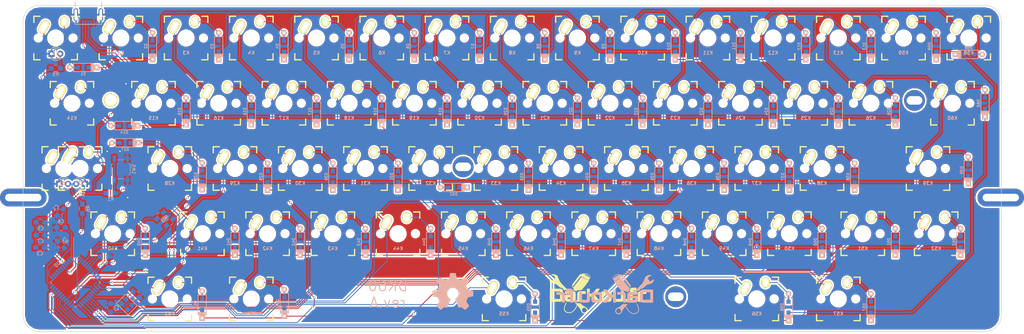
<source format=kicad_pcb>
(kicad_pcb (version 4) (host pcbnew 4.0.6)
  (title_block (title "MX/Alps HHKB") (date 2017-04-30) (rev A) (company DarKou))
  (layers (0 F.Cu signal) (31 B.Cu signal) (34 B.Paste user) (35 F.Paste user) (36 B.SilkS user) (37 F.SilkS user) (38 B.Mask user) (39 F.Mask user) (44 Edge.Cuts user))
  (net 0 "")
  (net 1 "Net-(C1-Pad1)")
  (net 2 GND)
  (net 3 "Net-(C2-Pad1)")
  (net 4 VCC)
  (net 5 "Net-(C8-Pad1)")
  (net 6 "Net-(D1-Pad2)")
  (net 7 /Row0)
  (net 8 "Net-(D2-Pad2)")
  (net 9 "Net-(D3-Pad2)")
  (net 10 "Net-(D4-Pad2)")
  (net 11 "Net-(D5-Pad2)")
  (net 12 "Net-(D6-Pad2)")
  (net 13 "Net-(D7-Pad2)")
  (net 14 "Net-(D8-Pad2)")
  (net 15 "Net-(D9-Pad2)")
  (net 16 "Net-(D10-Pad2)")
  (net 17 "Net-(D11-Pad2)")
  (net 18 "Net-(D12-Pad2)")
  (net 19 "Net-(D13-Pad2)")
  (net 20 "Net-(D14-Pad2)")
  (net 21 /Row1)
  (net 22 "Net-(D15-Pad2)")
  (net 23 "Net-(D16-Pad2)")
  (net 24 "Net-(D17-Pad2)")
  (net 25 "Net-(D18-Pad2)")
  (net 26 "Net-(D19-Pad2)")
  (net 27 "Net-(D20-Pad2)")
  (net 28 "Net-(D21-Pad2)")
  (net 29 "Net-(D22-Pad2)")
  (net 30 "Net-(D23-Pad2)")
  (net 31 "Net-(D24-Pad2)")
  (net 32 "Net-(D25-Pad2)")
  (net 33 "Net-(D26-Pad2)")
  (net 34 "Net-(D27-Pad2)")
  (net 35 /Row2)
  (net 36 "Net-(D28-Pad2)")
  (net 37 "Net-(D29-Pad2)")
  (net 38 "Net-(D30-Pad2)")
  (net 39 "Net-(D31-Pad2)")
  (net 40 "Net-(D32-Pad2)")
  (net 41 "Net-(D33-Pad2)")
  (net 42 "Net-(D34-Pad2)")
  (net 43 "Net-(D35-Pad2)")
  (net 44 "Net-(D36-Pad2)")
  (net 45 "Net-(D37-Pad2)")
  (net 46 "Net-(D38-Pad2)")
  (net 47 "Net-(D39-Pad2)")
  (net 48 "Net-(D40-Pad2)")
  (net 49 /Row3)
  (net 50 "Net-(D41-Pad2)")
  (net 51 "Net-(D42-Pad2)")
  (net 52 "Net-(D43-Pad2)")
  (net 53 "Net-(D44-Pad2)")
  (net 54 "Net-(D45-Pad2)")
  (net 55 "Net-(D46-Pad2)")
  (net 56 "Net-(D47-Pad2)")
  (net 57 "Net-(D48-Pad2)")
  (net 58 "Net-(D49-Pad2)")
  (net 59 "Net-(D50-Pad2)")
  (net 60 "Net-(D51-Pad2)")
  (net 61 "Net-(D52-Pad2)")
  (net 62 "Net-(D53-Pad2)")
  (net 63 /Row4)
  (net 64 "Net-(D54-Pad2)")
  (net 65 "Net-(D55-Pad2)")
  (net 66 "Net-(D56-Pad2)")
  (net 67 "Net-(D57-Pad2)")
  (net 68 "Net-(D58-Pad2)")
  (net 69 "Net-(D59-Pad2)")
  (net 70 "Net-(D60-Pad2)")
  (net 71 "Net-(J1-Pad2)")
  (net 72 "Net-(J1-Pad3)")
  (net 73 "Net-(J1-Pad4)")
  (net 74 /Col0)
  (net 75 /Col1)
  (net 76 /Col2)
  (net 77 /Col3)
  (net 78 /Col4)
  (net 79 /Col5)
  (net 80 /Col6)
  (net 81 /Col7)
  (net 82 /Col8)
  (net 83 /Col9)
  (net 84 /Col10)
  (net 85 /Col11)
  (net 86 /Col12)
  (net 87 "Net-(R1-Pad2)")
  (net 88 "Net-(R2-Pad1)")
  (net 89 "Net-(R3-Pad1)")
  (net 90 "Net-(R4-Pad2)")
  (net 91 "Net-(U0-Pad1)")
  (net 92 "Net-(U0-Pad35)")
  (net 93 "Net-(U0-Pad36)")
  (net 94 "Net-(U0-Pad37)")
  (net 95 "Net-(U0-Pad38)")
  (net 96 "Net-(U0-Pad39)")
  (net 97 "Net-(U0-Pad42)")
  (net 98 "Net-(U0-Pad43)")
  (net 99 "Net-(LD0-Pad2)")
  (net 100 "Net-(LD1-Pad2)")
  (net 101 /ESC_LED)
  (net 102 /CAPS_LED)
  (module Fooprints:Mx_Alps_100 (layer F.Cu) (at 323.85 107.15625)
    (fp_text reference K59 (at 0 4.318) (layer B.SilkS) (effects (font (thickness 0.2)) (justify mirror)))
    (fp_text value \ hide)
    (pad HOLE np_thru_hole circle (at 0 0) (size 3.9878 3.9878) (drill 3.9878) (layers *.Cu))
    (pad HOLE np_thru_hole circle (at -5.08 0) (size 1.7018 1.7018) (drill 1.7018) (layers *.Cu))
    (pad HOLE np_thru_hole circle (at 5.08 0) (size 1.7018 1.7018) (drill 1.7018) (layers *.Cu))
    (pad 1 thru_hole oval (at -3.405 -3.27 330.95) (size 2.5 4.17) (drill oval 1.5 3.17) (layers *.Cu *.Mask F.SilkS) (net 85 /Col11))
    (pad 2 thru_hole oval (at 2.52 -4.79 356.1) (size 2.5 3.08) (drill oval 1.5 2.08) (layers *.Cu *.Mask F.SilkS) (net 69 "Net-(D59-Pad2)"))
  )
  (module Housings_QFP:TQFP-44_10x10mm_Pitch0.8mm (layer B.Cu) (at 82 178.5 225)
    (fp_text reference U0 (at 0 7.450001 225) (layer B.SilkS) (effects (justify mirror)))
    (fp_text value ATMEGA32U4)
    (pad 1 smd rect (at -5.7 4 225) (size 1.5 0.55) (layers B.Cu B.Paste B.Mask) (net 91 "Net-(U0-Pad1)"))
    (pad 2 smd rect (at -5.7 3.2 225) (size 1.5 0.55) (layers B.Cu B.Paste B.Mask) (net 4 VCC))
    (pad 3 smd rect (at -5.7 2.4 225) (size 1.5 0.55) (layers B.Cu B.Paste B.Mask) (net 89 "Net-(R3-Pad1)"))
    (pad 4 smd rect (at -5.7 1.6 225) (size 1.5 0.55) (layers B.Cu B.Paste B.Mask) (net 90 "Net-(R4-Pad2)"))
    (pad 5 smd rect (at -5.7 0.8 225) (size 1.5 0.55) (layers B.Cu B.Paste B.Mask) (net 2 GND))
    (pad 6 smd rect (at -5.7 0 225) (size 1.5 0.55) (layers B.Cu B.Paste B.Mask) (net 5 "Net-(C8-Pad1)"))
    (pad 7 smd rect (at -5.7 -0.8 225) (size 1.5 0.55) (layers B.Cu B.Paste B.Mask) (net 4 VCC))
    (pad 8 smd rect (at -5.7 -1.6 225) (size 1.5 0.55) (layers B.Cu B.Paste B.Mask) (net 74 /Col0))
    (pad 9 smd rect (at -5.7 -2.4 225) (size 1.5 0.55) (layers B.Cu B.Paste B.Mask) (net 77 /Col3))
    (pad 10 smd rect (at -5.7 -3.2 225) (size 1.5 0.55) (layers B.Cu B.Paste B.Mask) (net 76 /Col2))
    (pad 11 smd rect (at -5.7 -4 225) (size 1.5 0.55) (layers B.Cu B.Paste B.Mask) (net 75 /Col1))
    (pad 12 smd rect (at -4 -5.7 135) (size 1.5 0.55) (layers B.Cu B.Paste B.Mask) (net 81 /Col7))
    (pad 13 smd rect (at -3.2 -5.7 135) (size 1.5 0.55) (layers B.Cu B.Paste B.Mask) (net 87 "Net-(R1-Pad2)"))
    (pad 14 smd rect (at -2.4 -5.7 135) (size 1.5 0.55) (layers B.Cu B.Paste B.Mask) (net 4 VCC))
    (pad 15 smd rect (at -1.6 -5.7 135) (size 1.5 0.55) (layers B.Cu B.Paste B.Mask) (net 2 GND))
    (pad 16 smd rect (at -0.8 -5.7 135) (size 1.5 0.55) (layers B.Cu B.Paste B.Mask) (net 1 "Net-(C1-Pad1)"))
    (pad 17 smd rect (at 0 -5.7 135) (size 1.5 0.55) (layers B.Cu B.Paste B.Mask) (net 3 "Net-(C2-Pad1)"))
    (pad 18 smd rect (at 0.8 -5.7 135) (size 1.5 0.55) (layers B.Cu B.Paste B.Mask) (net 84 /Col10))
    (pad 19 smd rect (at 1.6 -5.7 135) (size 1.5 0.55) (layers B.Cu B.Paste B.Mask) (net 85 /Col11))
    (pad 20 smd rect (at 2.4 -5.7 135) (size 1.5 0.55) (layers B.Cu B.Paste B.Mask) (net 86 /Col12))
    (pad 21 smd rect (at 3.2 -5.7 135) (size 1.5 0.55) (layers B.Cu B.Paste B.Mask) (net 83 /Col9))
    (pad 22 smd rect (at 4 -5.7 135) (size 1.5 0.55) (layers B.Cu B.Paste B.Mask) (net 78 /Col4))
    (pad 23 smd rect (at 5.7 -4 225) (size 1.5 0.55) (layers B.Cu B.Paste B.Mask) (net 2 GND))
    (pad 24 smd rect (at 5.7 -3.2 225) (size 1.5 0.55) (layers B.Cu B.Paste B.Mask) (net 4 VCC))
    (pad 25 smd rect (at 5.7 -2.4 225) (size 1.5 0.55) (layers B.Cu B.Paste B.Mask) (net 79 /Col5))
    (pad 26 smd rect (at 5.7 -1.6 225) (size 1.5 0.55) (layers B.Cu B.Paste B.Mask) (net 49 /Row3))
    (pad 27 smd rect (at 5.7 -0.8 225) (size 1.5 0.55) (layers B.Cu B.Paste B.Mask) (net 63 /Row4))
    (pad 28 smd rect (at 5.7 0 225) (size 1.5 0.55) (layers B.Cu B.Paste B.Mask) (net 35 /Row2))
    (pad 29 smd rect (at 5.7 0.8 225) (size 1.5 0.55) (layers B.Cu B.Paste B.Mask) (net 21 /Row1))
    (pad 30 smd rect (at 5.7 1.6 225) (size 1.5 0.55) (layers B.Cu B.Paste B.Mask) (net 80 /Col6))
    (pad 31 smd rect (at 5.7 2.4 225) (size 1.5 0.55) (layers B.Cu B.Paste B.Mask) (net 7 /Row0))
    (pad 32 smd rect (at 5.7 3.2 225) (size 1.5 0.55) (layers B.Cu B.Paste B.Mask) (net 82 /Col8))
    (pad 33 smd rect (at 5.7 4 225) (size 1.5 0.55) (layers B.Cu B.Paste B.Mask) (net 88 "Net-(R2-Pad1)"))
    (pad 34 smd rect (at 4 5.7 135) (size 1.5 0.55) (layers B.Cu B.Paste B.Mask) (net 4 VCC))
    (pad 35 smd rect (at 3.2 5.7 135) (size 1.5 0.55) (layers B.Cu B.Paste B.Mask) (net 92 "Net-(U0-Pad35)"))
    (pad 36 smd rect (at 2.4 5.7 135) (size 1.5 0.55) (layers B.Cu B.Paste B.Mask) (net 93 "Net-(U0-Pad36)"))
    (pad 37 smd rect (at 1.6 5.7 135) (size 1.5 0.55) (layers B.Cu B.Paste B.Mask) (net 94 "Net-(U0-Pad37)"))
    (pad 38 smd rect (at 0.8 5.7 135) (size 1.5 0.55) (layers B.Cu B.Paste B.Mask) (net 95 "Net-(U0-Pad38)"))
    (pad 39 smd rect (at 0 5.7 135) (size 1.5 0.55) (layers B.Cu B.Paste B.Mask) (net 96 "Net-(U0-Pad39)"))
    (pad 40 smd rect (at -0.8 5.7 135) (size 1.5 0.55) (layers B.Cu B.Paste B.Mask) (net 102 /CAPS_LED))
    (pad 41 smd rect (at -1.6 5.7 135) (size 1.5 0.55) (layers B.Cu B.Paste B.Mask) (net 101 /ESC_LED))
    (pad 42 smd rect (at -2.4 5.7 135) (size 1.5 0.55) (layers B.Cu B.Paste B.Mask) (net 97 "Net-(U0-Pad42)"))
    (pad 43 smd rect (at -3.2 5.7 135) (size 1.5 0.55) (layers B.Cu B.Paste B.Mask) (net 98 "Net-(U0-Pad43)"))
    (pad 44 smd rect (at -4 5.7 135) (size 1.5 0.55) (layers B.Cu B.Paste B.Mask) (net 4 VCC))
  )
  (module Capacitors_SMD:C_0805_HandSoldering (layer B.Cu) (at 99.75 182 315)
    (fp_text reference C1 (at 0 1.75 315) (layer B.SilkS) (effects (justify mirror)))
    (fp_text value 22p)
    (pad 1 smd rect (at -1.25 0 315) (size 1.5 1.25) (layers B.Cu B.Paste B.Mask) (net 1 "Net-(C1-Pad1)"))
    (pad 2 smd rect (at 1.25 0 315) (size 1.5 1.25) (layers B.Cu B.Paste B.Mask) (net 2 GND))
  )
  (module Capacitors_SMD:C_0805_HandSoldering (layer B.Cu) (at 92.25 186 90)
    (fp_text reference C2 (at 0 1.75 90) (layer B.SilkS) (effects (justify mirror)))
    (fp_text value 22p)
    (pad 1 smd rect (at -1.25 0 90) (size 1.5 1.25) (layers B.Cu B.Paste B.Mask) (net 3 "Net-(C2-Pad1)"))
    (pad 2 smd rect (at 1.25 0 90) (size 1.5 1.25) (layers B.Cu B.Paste B.Mask) (net 2 GND))
  )
  (module Capacitors_SMD:C_0805_HandSoldering (layer B.Cu) (at 71.625 168.325)
    (fp_text reference C3 (at 0 1.75) (layer B.SilkS) (effects (justify mirror)))
    (fp_text value 0.1u)
    (pad 1 smd rect (at -1.25 0) (size 1.5 1.25) (layers B.Cu B.Paste B.Mask) (net 4 VCC))
    (pad 2 smd rect (at 1.25 0) (size 1.5 1.25) (layers B.Cu B.Paste B.Mask) (net 2 GND))
  )
  (module Capacitors_SMD:C_0805_HandSoldering (layer B.Cu) (at 77.5 158 225)
    (fp_text reference C4 (at 0 1.75 225) (layer B.SilkS) (effects (justify mirror)))
    (fp_text value 0.1u)
    (pad 1 smd rect (at -1.25 0 225) (size 1.5 1.25) (layers B.Cu B.Paste B.Mask) (net 4 VCC))
    (pad 2 smd rect (at 1.25 0 225) (size 1.5 1.25) (layers B.Cu B.Paste B.Mask) (net 2 GND))
  )
  (module Capacitors_SMD:C_0805_HandSoldering (layer B.Cu) (at 71.75 161)
    (fp_text reference C5 (at 0 1.75) (layer B.SilkS) (effects (justify mirror)))
    (fp_text value 0.1u)
    (pad 1 smd rect (at -1.25 0) (size 1.5 1.25) (layers B.Cu B.Paste B.Mask) (net 4 VCC))
    (pad 2 smd rect (at 1.25 0) (size 1.5 1.25) (layers B.Cu B.Paste B.Mask) (net 2 GND))
  )
  (module Capacitors_SMD:C_0805_HandSoldering (layer B.Cu) (at 77.75 162.5 180)
    (fp_text reference C6 (at 0 1.75 180) (layer B.SilkS) (effects (justify mirror)))
    (fp_text value 0.1u)
    (pad 1 smd rect (at -1.25 0 180) (size 1.5 1.25) (layers B.Cu B.Paste B.Mask) (net 4 VCC))
    (pad 2 smd rect (at 1.25 0 180) (size 1.5 1.25) (layers B.Cu B.Paste B.Mask) (net 2 GND))
  )
  (module Capacitors_SMD:C_0805_HandSoldering (layer B.Cu) (at 71.75 164.75)
    (fp_text reference C7 (at 0 1.75) (layer B.SilkS) (effects (justify mirror)))
    (fp_text value 4.7u)
    (pad 1 smd rect (at -1.25 0) (size 1.5 1.25) (layers B.Cu B.Paste B.Mask) (net 4 VCC))
    (pad 2 smd rect (at 1.25 0) (size 1.5 1.25) (layers B.Cu B.Paste B.Mask) (net 2 GND))
  )
  (module Capacitors_SMD:C_0805_HandSoldering (layer B.Cu) (at 90.5 171)
    (fp_text reference C8 (at 0 1.75) (layer B.SilkS) (effects (justify mirror)))
    (fp_text value 1u)
    (pad 1 smd rect (at -1.25 0) (size 1.5 1.25) (layers B.Cu B.Paste B.Mask) (net 5 "Net-(C8-Pad1)"))
    (pad 2 smd rect (at 1.25 0) (size 1.5 1.25) (layers B.Cu B.Paste B.Mask) (net 2 GND))
  )
  (module Fooprints:D_SOD123_axial (layer B.Cu) (at 84.25 115.75 180)
    (fp_text reference D1 (at 0 -1.925 180) (layer B.SilkS) (effects (font (size 0.8 0.8)) (justify mirror)))
    (fp_text value D hide)
    (pad 2 smd rect (at 1.575 0 180) (size 1.2 1.2) (layers B.Cu B.Paste B.Mask) (net 6 "Net-(D1-Pad2)"))
    (pad 1 smd rect (at -1.575 0 180) (size 1.2 1.2) (layers B.Cu B.Paste B.Mask) (net 7 /Row0))
    (pad 1 thru_hole rect (at -3.9 0 180) (size 1.6 1.6) (drill 0.7) (layers *.Cu *.Mask B.SilkS) (net 7 /Row0))
    (pad 2 thru_hole circle (at 3.9 0 180) (size 1.6 1.6) (drill 0.7) (layers *.Cu *.Mask B.SilkS) (net 6 "Net-(D1-Pad2)"))
    (pad 1 smd rect (at -2.7 0 180) (size 2.5 0.5) (layers B.Cu) (net 7 /Row0))
    (pad 2 smd rect (at 2.7 0 180) (size 2.5 0.5) (layers B.Cu) (net 6 "Net-(D1-Pad2)"))
  )
  (module Fooprints:D_SOD123_axial (layer B.Cu) (at 104.5 109.5 90)
    (fp_text reference D2 (at 0 -1.925 90) (layer B.SilkS) (effects (font (size 0.8 0.8)) (justify mirror)))
    (fp_text value D hide)
    (pad 2 smd rect (at 1.575 0 90) (size 1.2 1.2) (layers B.Cu B.Paste B.Mask) (net 8 "Net-(D2-Pad2)"))
    (pad 1 smd rect (at -1.575 0 90) (size 1.2 1.2) (layers B.Cu B.Paste B.Mask) (net 7 /Row0))
    (pad 1 thru_hole rect (at -3.9 0 90) (size 1.6 1.6) (drill 0.7) (layers *.Cu *.Mask B.SilkS) (net 7 /Row0))
    (pad 2 thru_hole circle (at 3.9 0 90) (size 1.6 1.6) (drill 0.7) (layers *.Cu *.Mask B.SilkS) (net 8 "Net-(D2-Pad2)"))
    (pad 1 smd rect (at -2.7 0 90) (size 2.5 0.5) (layers B.Cu) (net 7 /Row0))
    (pad 2 smd rect (at 2.7 0 90) (size 2.5 0.5) (layers B.Cu) (net 8 "Net-(D2-Pad2)"))
  )
  (module Fooprints:D_SOD123_axial (layer B.Cu) (at 123.825 109.5375 90)
    (fp_text reference D3 (at 0 -1.925 90) (layer B.SilkS) (effects (font (size 0.8 0.8)) (justify mirror)))
    (fp_text value D hide)
    (pad 2 smd rect (at 1.575 0 90) (size 1.2 1.2) (layers B.Cu B.Paste B.Mask) (net 9 "Net-(D3-Pad2)"))
    (pad 1 smd rect (at -1.575 0 90) (size 1.2 1.2) (layers B.Cu B.Paste B.Mask) (net 7 /Row0))
    (pad 1 thru_hole rect (at -3.9 0 90) (size 1.6 1.6) (drill 0.7) (layers *.Cu *.Mask B.SilkS) (net 7 /Row0))
    (pad 2 thru_hole circle (at 3.9 0 90) (size 1.6 1.6) (drill 0.7) (layers *.Cu *.Mask B.SilkS) (net 9 "Net-(D3-Pad2)"))
    (pad 1 smd rect (at -2.7 0 90) (size 2.5 0.5) (layers B.Cu) (net 7 /Row0))
    (pad 2 smd rect (at 2.7 0 90) (size 2.5 0.5) (layers B.Cu) (net 9 "Net-(D3-Pad2)"))
  )
  (module Fooprints:D_SOD123_axial (layer B.Cu) (at 142.875 109.5375 90)
    (fp_text reference D4 (at 0 -1.925 90) (layer B.SilkS) (effects (font (size 0.8 0.8)) (justify mirror)))
    (fp_text value D hide)
    (pad 2 smd rect (at 1.575 0 90) (size 1.2 1.2) (layers B.Cu B.Paste B.Mask) (net 10 "Net-(D4-Pad2)"))
    (pad 1 smd rect (at -1.575 0 90) (size 1.2 1.2) (layers B.Cu B.Paste B.Mask) (net 7 /Row0))
    (pad 1 thru_hole rect (at -3.9 0 90) (size 1.6 1.6) (drill 0.7) (layers *.Cu *.Mask B.SilkS) (net 7 /Row0))
    (pad 2 thru_hole circle (at 3.9 0 90) (size 1.6 1.6) (drill 0.7) (layers *.Cu *.Mask B.SilkS) (net 10 "Net-(D4-Pad2)"))
    (pad 1 smd rect (at -2.7 0 90) (size 2.5 0.5) (layers B.Cu) (net 7 /Row0))
    (pad 2 smd rect (at 2.7 0 90) (size 2.5 0.5) (layers B.Cu) (net 10 "Net-(D4-Pad2)"))
  )
  (module Fooprints:D_SOD123_axial (layer B.Cu) (at 161.925 109.5375 90)
    (fp_text reference D5 (at 0 -1.925 90) (layer B.SilkS) (effects (font (size 0.8 0.8)) (justify mirror)))
    (fp_text value D hide)
    (pad 2 smd rect (at 1.575 0 90) (size 1.2 1.2) (layers B.Cu B.Paste B.Mask) (net 11 "Net-(D5-Pad2)"))
    (pad 1 smd rect (at -1.575 0 90) (size 1.2 1.2) (layers B.Cu B.Paste B.Mask) (net 7 /Row0))
    (pad 1 thru_hole rect (at -3.9 0 90) (size 1.6 1.6) (drill 0.7) (layers *.Cu *.Mask B.SilkS) (net 7 /Row0))
    (pad 2 thru_hole circle (at 3.9 0 90) (size 1.6 1.6) (drill 0.7) (layers *.Cu *.Mask B.SilkS) (net 11 "Net-(D5-Pad2)"))
    (pad 1 smd rect (at -2.7 0 90) (size 2.5 0.5) (layers B.Cu) (net 7 /Row0))
    (pad 2 smd rect (at 2.7 0 90) (size 2.5 0.5) (layers B.Cu) (net 11 "Net-(D5-Pad2)"))
  )
  (module Fooprints:D_SOD123_axial (layer B.Cu) (at 180.975 109.5375 90)
    (fp_text reference D6 (at 0 -1.925 90) (layer B.SilkS) (effects (font (size 0.8 0.8)) (justify mirror)))
    (fp_text value D hide)
    (pad 2 smd rect (at 1.575 0 90) (size 1.2 1.2) (layers B.Cu B.Paste B.Mask) (net 12 "Net-(D6-Pad2)"))
    (pad 1 smd rect (at -1.575 0 90) (size 1.2 1.2) (layers B.Cu B.Paste B.Mask) (net 7 /Row0))
    (pad 1 thru_hole rect (at -3.9 0 90) (size 1.6 1.6) (drill 0.7) (layers *.Cu *.Mask B.SilkS) (net 7 /Row0))
    (pad 2 thru_hole circle (at 3.9 0 90) (size 1.6 1.6) (drill 0.7) (layers *.Cu *.Mask B.SilkS) (net 12 "Net-(D6-Pad2)"))
    (pad 1 smd rect (at -2.7 0 90) (size 2.5 0.5) (layers B.Cu) (net 7 /Row0))
    (pad 2 smd rect (at 2.7 0 90) (size 2.5 0.5) (layers B.Cu) (net 12 "Net-(D6-Pad2)"))
  )
  (module Fooprints:D_SOD123_axial (layer B.Cu) (at 200.025 109.5375 90)
    (fp_text reference D7 (at 0 -1.925 90) (layer B.SilkS) (effects (font (size 0.8 0.8)) (justify mirror)))
    (fp_text value D hide)
    (pad 2 smd rect (at 1.575 0 90) (size 1.2 1.2) (layers B.Cu B.Paste B.Mask) (net 13 "Net-(D7-Pad2)"))
    (pad 1 smd rect (at -1.575 0 90) (size 1.2 1.2) (layers B.Cu B.Paste B.Mask) (net 7 /Row0))
    (pad 1 thru_hole rect (at -3.9 0 90) (size 1.6 1.6) (drill 0.7) (layers *.Cu *.Mask B.SilkS) (net 7 /Row0))
    (pad 2 thru_hole circle (at 3.9 0 90) (size 1.6 1.6) (drill 0.7) (layers *.Cu *.Mask B.SilkS) (net 13 "Net-(D7-Pad2)"))
    (pad 1 smd rect (at -2.7 0 90) (size 2.5 0.5) (layers B.Cu) (net 7 /Row0))
    (pad 2 smd rect (at 2.7 0 90) (size 2.5 0.5) (layers B.Cu) (net 13 "Net-(D7-Pad2)"))
  )
  (module Fooprints:D_SOD123_axial (layer B.Cu) (at 219.075 109.5375 90)
    (fp_text reference D8 (at 0 -1.925 90) (layer B.SilkS) (effects (font (size 0.8 0.8)) (justify mirror)))
    (fp_text value D hide)
    (pad 2 smd rect (at 1.575 0 90) (size 1.2 1.2) (layers B.Cu B.Paste B.Mask) (net 14 "Net-(D8-Pad2)"))
    (pad 1 smd rect (at -1.575 0 90) (size 1.2 1.2) (layers B.Cu B.Paste B.Mask) (net 7 /Row0))
    (pad 1 thru_hole rect (at -3.9 0 90) (size 1.6 1.6) (drill 0.7) (layers *.Cu *.Mask B.SilkS) (net 7 /Row0))
    (pad 2 thru_hole circle (at 3.9 0 90) (size 1.6 1.6) (drill 0.7) (layers *.Cu *.Mask B.SilkS) (net 14 "Net-(D8-Pad2)"))
    (pad 1 smd rect (at -2.7 0 90) (size 2.5 0.5) (layers B.Cu) (net 7 /Row0))
    (pad 2 smd rect (at 2.7 0 90) (size 2.5 0.5) (layers B.Cu) (net 14 "Net-(D8-Pad2)"))
  )
  (module Fooprints:D_SOD123_axial (layer B.Cu) (at 238.125 109.5375 90)
    (fp_text reference D9 (at 0 -1.925 90) (layer B.SilkS) (effects (font (size 0.8 0.8)) (justify mirror)))
    (fp_text value D hide)
    (pad 2 smd rect (at 1.575 0 90) (size 1.2 1.2) (layers B.Cu B.Paste B.Mask) (net 15 "Net-(D9-Pad2)"))
    (pad 1 smd rect (at -1.575 0 90) (size 1.2 1.2) (layers B.Cu B.Paste B.Mask) (net 7 /Row0))
    (pad 1 thru_hole rect (at -3.9 0 90) (size 1.6 1.6) (drill 0.7) (layers *.Cu *.Mask B.SilkS) (net 7 /Row0))
    (pad 2 thru_hole circle (at 3.9 0 90) (size 1.6 1.6) (drill 0.7) (layers *.Cu *.Mask B.SilkS) (net 15 "Net-(D9-Pad2)"))
    (pad 1 smd rect (at -2.7 0 90) (size 2.5 0.5) (layers B.Cu) (net 7 /Row0))
    (pad 2 smd rect (at 2.7 0 90) (size 2.5 0.5) (layers B.Cu) (net 15 "Net-(D9-Pad2)"))
  )
  (module Fooprints:D_SOD123_axial (layer B.Cu) (at 257.175 109.5375 90)
    (fp_text reference D10 (at 0 -1.925 90) (layer B.SilkS) (effects (font (size 0.8 0.8)) (justify mirror)))
    (fp_text value D hide)
    (pad 2 smd rect (at 1.575 0 90) (size 1.2 1.2) (layers B.Cu B.Paste B.Mask) (net 16 "Net-(D10-Pad2)"))
    (pad 1 smd rect (at -1.575 0 90) (size 1.2 1.2) (layers B.Cu B.Paste B.Mask) (net 7 /Row0))
    (pad 1 thru_hole rect (at -3.9 0 90) (size 1.6 1.6) (drill 0.7) (layers *.Cu *.Mask B.SilkS) (net 7 /Row0))
    (pad 2 thru_hole circle (at 3.9 0 90) (size 1.6 1.6) (drill 0.7) (layers *.Cu *.Mask B.SilkS) (net 16 "Net-(D10-Pad2)"))
    (pad 1 smd rect (at -2.7 0 90) (size 2.5 0.5) (layers B.Cu) (net 7 /Row0))
    (pad 2 smd rect (at 2.7 0 90) (size 2.5 0.5) (layers B.Cu) (net 16 "Net-(D10-Pad2)"))
  )
  (module Fooprints:D_SOD123_axial (layer B.Cu) (at 276.225 109.5375 90)
    (fp_text reference D11 (at 0 -1.925 90) (layer B.SilkS) (effects (font (size 0.8 0.8)) (justify mirror)))
    (fp_text value D hide)
    (pad 2 smd rect (at 1.575 0 90) (size 1.2 1.2) (layers B.Cu B.Paste B.Mask) (net 17 "Net-(D11-Pad2)"))
    (pad 1 smd rect (at -1.575 0 90) (size 1.2 1.2) (layers B.Cu B.Paste B.Mask) (net 7 /Row0))
    (pad 1 thru_hole rect (at -3.9 0 90) (size 1.6 1.6) (drill 0.7) (layers *.Cu *.Mask B.SilkS) (net 7 /Row0))
    (pad 2 thru_hole circle (at 3.9 0 90) (size 1.6 1.6) (drill 0.7) (layers *.Cu *.Mask B.SilkS) (net 17 "Net-(D11-Pad2)"))
    (pad 1 smd rect (at -2.7 0 90) (size 2.5 0.5) (layers B.Cu) (net 7 /Row0))
    (pad 2 smd rect (at 2.7 0 90) (size 2.5 0.5) (layers B.Cu) (net 17 "Net-(D11-Pad2)"))
  )
  (module Fooprints:D_SOD123_axial (layer B.Cu) (at 295.275 109.5375 90)
    (fp_text reference D12 (at 0 -1.925 90) (layer B.SilkS) (effects (font (size 0.8 0.8)) (justify mirror)))
    (fp_text value D hide)
    (pad 2 smd rect (at 1.575 0 90) (size 1.2 1.2) (layers B.Cu B.Paste B.Mask) (net 18 "Net-(D12-Pad2)"))
    (pad 1 smd rect (at -1.575 0 90) (size 1.2 1.2) (layers B.Cu B.Paste B.Mask) (net 7 /Row0))
    (pad 1 thru_hole rect (at -3.9 0 90) (size 1.6 1.6) (drill 0.7) (layers *.Cu *.Mask B.SilkS) (net 7 /Row0))
    (pad 2 thru_hole circle (at 3.9 0 90) (size 1.6 1.6) (drill 0.7) (layers *.Cu *.Mask B.SilkS) (net 18 "Net-(D12-Pad2)"))
    (pad 1 smd rect (at -2.7 0 90) (size 2.5 0.5) (layers B.Cu) (net 7 /Row0))
    (pad 2 smd rect (at 2.7 0 90) (size 2.5 0.5) (layers B.Cu) (net 18 "Net-(D12-Pad2)"))
  )
  (module Fooprints:D_SOD123_axial (layer B.Cu) (at 314.325 109.5375 90)
    (fp_text reference D13 (at 0 -1.925 90) (layer B.SilkS) (effects (font (size 0.8 0.8)) (justify mirror)))
    (fp_text value D hide)
    (pad 2 smd rect (at 1.575 0 90) (size 1.2 1.2) (layers B.Cu B.Paste B.Mask) (net 19 "Net-(D13-Pad2)"))
    (pad 1 smd rect (at -1.575 0 90) (size 1.2 1.2) (layers B.Cu B.Paste B.Mask) (net 7 /Row0))
    (pad 1 thru_hole rect (at -3.9 0 90) (size 1.6 1.6) (drill 0.7) (layers *.Cu *.Mask B.SilkS) (net 7 /Row0))
    (pad 2 thru_hole circle (at 3.9 0 90) (size 1.6 1.6) (drill 0.7) (layers *.Cu *.Mask B.SilkS) (net 19 "Net-(D13-Pad2)"))
    (pad 1 smd rect (at -2.7 0 90) (size 2.5 0.5) (layers B.Cu) (net 7 /Row0))
    (pad 2 smd rect (at 2.7 0 90) (size 2.5 0.5) (layers B.Cu) (net 19 "Net-(D13-Pad2)"))
  )
  (module Fooprints:D_SOD123_axial (layer B.Cu) (at 96.25 132.75 180)
    (fp_text reference D14 (at 0 -1.925001 180) (layer B.SilkS) (effects (font (size 0.8 0.8)) (justify mirror)))
    (fp_text value D hide)
    (pad 2 smd rect (at 1.575 0 180) (size 1.2 1.2) (layers B.Cu B.Paste B.Mask) (net 20 "Net-(D14-Pad2)"))
    (pad 1 smd rect (at -1.575 0 180) (size 1.2 1.2) (layers B.Cu B.Paste B.Mask) (net 21 /Row1))
    (pad 1 thru_hole rect (at -3.9 0 180) (size 1.6 1.6) (drill 0.7) (layers *.Cu *.Mask B.SilkS) (net 21 /Row1))
    (pad 2 thru_hole circle (at 3.9 0 180) (size 1.6 1.6) (drill 0.7) (layers *.Cu *.Mask B.SilkS) (net 20 "Net-(D14-Pad2)"))
    (pad 1 smd rect (at -2.7 0 180) (size 2.5 0.5) (layers B.Cu) (net 21 /Row1))
    (pad 2 smd rect (at 2.7 0 180) (size 2.5 0.5) (layers B.Cu) (net 20 "Net-(D14-Pad2)"))
  )
  (module Fooprints:D_SOD123_axial (layer B.Cu) (at 114.3 128.5875 90)
    (fp_text reference D15 (at 0 -1.925 90) (layer B.SilkS) (effects (font (size 0.8 0.8)) (justify mirror)))
    (fp_text value D hide)
    (pad 2 smd rect (at 1.575 0 90) (size 1.2 1.2) (layers B.Cu B.Paste B.Mask) (net 22 "Net-(D15-Pad2)"))
    (pad 1 smd rect (at -1.575 0 90) (size 1.2 1.2) (layers B.Cu B.Paste B.Mask) (net 21 /Row1))
    (pad 1 thru_hole rect (at -3.9 0 90) (size 1.6 1.6) (drill 0.7) (layers *.Cu *.Mask B.SilkS) (net 21 /Row1))
    (pad 2 thru_hole circle (at 3.9 0 90) (size 1.6 1.6) (drill 0.7) (layers *.Cu *.Mask B.SilkS) (net 22 "Net-(D15-Pad2)"))
    (pad 1 smd rect (at -2.7 0 90) (size 2.5 0.5) (layers B.Cu) (net 21 /Row1))
    (pad 2 smd rect (at 2.7 0 90) (size 2.5 0.5) (layers B.Cu) (net 22 "Net-(D15-Pad2)"))
  )
  (module Fooprints:D_SOD123_axial (layer B.Cu) (at 133.35 128.5875 90)
    (fp_text reference D16 (at 0 -1.925 90) (layer B.SilkS) (effects (font (size 0.8 0.8)) (justify mirror)))
    (fp_text value D hide)
    (pad 2 smd rect (at 1.575 0 90) (size 1.2 1.2) (layers B.Cu B.Paste B.Mask) (net 23 "Net-(D16-Pad2)"))
    (pad 1 smd rect (at -1.575 0 90) (size 1.2 1.2) (layers B.Cu B.Paste B.Mask) (net 21 /Row1))
    (pad 1 thru_hole rect (at -3.9 0 90) (size 1.6 1.6) (drill 0.7) (layers *.Cu *.Mask B.SilkS) (net 21 /Row1))
    (pad 2 thru_hole circle (at 3.9 0 90) (size 1.6 1.6) (drill 0.7) (layers *.Cu *.Mask B.SilkS) (net 23 "Net-(D16-Pad2)"))
    (pad 1 smd rect (at -2.7 0 90) (size 2.5 0.5) (layers B.Cu) (net 21 /Row1))
    (pad 2 smd rect (at 2.7 0 90) (size 2.5 0.5) (layers B.Cu) (net 23 "Net-(D16-Pad2)"))
  )
  (module Fooprints:D_SOD123_axial (layer B.Cu) (at 152.4 128.5875 90)
    (fp_text reference D17 (at 0 -1.925 90) (layer B.SilkS) (effects (font (size 0.8 0.8)) (justify mirror)))
    (fp_text value D hide)
    (pad 2 smd rect (at 1.575 0 90) (size 1.2 1.2) (layers B.Cu B.Paste B.Mask) (net 24 "Net-(D17-Pad2)"))
    (pad 1 smd rect (at -1.575 0 90) (size 1.2 1.2) (layers B.Cu B.Paste B.Mask) (net 21 /Row1))
    (pad 1 thru_hole rect (at -3.9 0 90) (size 1.6 1.6) (drill 0.7) (layers *.Cu *.Mask B.SilkS) (net 21 /Row1))
    (pad 2 thru_hole circle (at 3.9 0 90) (size 1.6 1.6) (drill 0.7) (layers *.Cu *.Mask B.SilkS) (net 24 "Net-(D17-Pad2)"))
    (pad 1 smd rect (at -2.7 0 90) (size 2.5 0.5) (layers B.Cu) (net 21 /Row1))
    (pad 2 smd rect (at 2.7 0 90) (size 2.5 0.5) (layers B.Cu) (net 24 "Net-(D17-Pad2)"))
  )
  (module Fooprints:D_SOD123_axial (layer B.Cu) (at 171.45 128.5875 90)
    (fp_text reference D18 (at 0 -1.925 90) (layer B.SilkS) (effects (font (size 0.8 0.8)) (justify mirror)))
    (fp_text value D hide)
    (pad 2 smd rect (at 1.575 0 90) (size 1.2 1.2) (layers B.Cu B.Paste B.Mask) (net 25 "Net-(D18-Pad2)"))
    (pad 1 smd rect (at -1.575 0 90) (size 1.2 1.2) (layers B.Cu B.Paste B.Mask) (net 21 /Row1))
    (pad 1 thru_hole rect (at -3.9 0 90) (size 1.6 1.6) (drill 0.7) (layers *.Cu *.Mask B.SilkS) (net 21 /Row1))
    (pad 2 thru_hole circle (at 3.9 0 90) (size 1.6 1.6) (drill 0.7) (layers *.Cu *.Mask B.SilkS) (net 25 "Net-(D18-Pad2)"))
    (pad 1 smd rect (at -2.7 0 90) (size 2.5 0.5) (layers B.Cu) (net 21 /Row1))
    (pad 2 smd rect (at 2.7 0 90) (size 2.5 0.5) (layers B.Cu) (net 25 "Net-(D18-Pad2)"))
  )
  (module Fooprints:D_SOD123_axial (layer B.Cu) (at 190.5 128.5875 90)
    (fp_text reference D19 (at 0 -1.925 90) (layer B.SilkS) (effects (font (size 0.8 0.8)) (justify mirror)))
    (fp_text value D hide)
    (pad 2 smd rect (at 1.575 0 90) (size 1.2 1.2) (layers B.Cu B.Paste B.Mask) (net 26 "Net-(D19-Pad2)"))
    (pad 1 smd rect (at -1.575 0 90) (size 1.2 1.2) (layers B.Cu B.Paste B.Mask) (net 21 /Row1))
    (pad 1 thru_hole rect (at -3.9 0 90) (size 1.6 1.6) (drill 0.7) (layers *.Cu *.Mask B.SilkS) (net 21 /Row1))
    (pad 2 thru_hole circle (at 3.9 0 90) (size 1.6 1.6) (drill 0.7) (layers *.Cu *.Mask B.SilkS) (net 26 "Net-(D19-Pad2)"))
    (pad 1 smd rect (at -2.7 0 90) (size 2.5 0.5) (layers B.Cu) (net 21 /Row1))
    (pad 2 smd rect (at 2.7 0 90) (size 2.5 0.5) (layers B.Cu) (net 26 "Net-(D19-Pad2)"))
  )
  (module Fooprints:D_SOD123_axial (layer B.Cu) (at 209.55 128.5875 90)
    (fp_text reference D20 (at 0 -1.925 90) (layer B.SilkS) (effects (font (size 0.8 0.8)) (justify mirror)))
    (fp_text value D hide)
    (pad 2 smd rect (at 1.575 0 90) (size 1.2 1.2) (layers B.Cu B.Paste B.Mask) (net 27 "Net-(D20-Pad2)"))
    (pad 1 smd rect (at -1.575 0 90) (size 1.2 1.2) (layers B.Cu B.Paste B.Mask) (net 21 /Row1))
    (pad 1 thru_hole rect (at -3.9 0 90) (size 1.6 1.6) (drill 0.7) (layers *.Cu *.Mask B.SilkS) (net 21 /Row1))
    (pad 2 thru_hole circle (at 3.9 0 90) (size 1.6 1.6) (drill 0.7) (layers *.Cu *.Mask B.SilkS) (net 27 "Net-(D20-Pad2)"))
    (pad 1 smd rect (at -2.7 0 90) (size 2.5 0.5) (layers B.Cu) (net 21 /Row1))
    (pad 2 smd rect (at 2.7 0 90) (size 2.5 0.5) (layers B.Cu) (net 27 "Net-(D20-Pad2)"))
  )
  (module Fooprints:D_SOD123_axial (layer B.Cu) (at 228.6 128.5875 90)
    (fp_text reference D21 (at 0 -1.925 90) (layer B.SilkS) (effects (font (size 0.8 0.8)) (justify mirror)))
    (fp_text value D hide)
    (pad 2 smd rect (at 1.575 0 90) (size 1.2 1.2) (layers B.Cu B.Paste B.Mask) (net 28 "Net-(D21-Pad2)"))
    (pad 1 smd rect (at -1.575 0 90) (size 1.2 1.2) (layers B.Cu B.Paste B.Mask) (net 21 /Row1))
    (pad 1 thru_hole rect (at -3.9 0 90) (size 1.6 1.6) (drill 0.7) (layers *.Cu *.Mask B.SilkS) (net 21 /Row1))
    (pad 2 thru_hole circle (at 3.9 0 90) (size 1.6 1.6) (drill 0.7) (layers *.Cu *.Mask B.SilkS) (net 28 "Net-(D21-Pad2)"))
    (pad 1 smd rect (at -2.7 0 90) (size 2.5 0.5) (layers B.Cu) (net 21 /Row1))
    (pad 2 smd rect (at 2.7 0 90) (size 2.5 0.5) (layers B.Cu) (net 28 "Net-(D21-Pad2)"))
  )
  (module Fooprints:D_SOD123_axial (layer B.Cu) (at 247.65 128.5875 90)
    (fp_text reference D22 (at 0 -1.925 90) (layer B.SilkS) (effects (font (size 0.8 0.8)) (justify mirror)))
    (fp_text value D hide)
    (pad 2 smd rect (at 1.575 0 90) (size 1.2 1.2) (layers B.Cu B.Paste B.Mask) (net 29 "Net-(D22-Pad2)"))
    (pad 1 smd rect (at -1.575 0 90) (size 1.2 1.2) (layers B.Cu B.Paste B.Mask) (net 21 /Row1))
    (pad 1 thru_hole rect (at -3.9 0 90) (size 1.6 1.6) (drill 0.7) (layers *.Cu *.Mask B.SilkS) (net 21 /Row1))
    (pad 2 thru_hole circle (at 3.9 0 90) (size 1.6 1.6) (drill 0.7) (layers *.Cu *.Mask B.SilkS) (net 29 "Net-(D22-Pad2)"))
    (pad 1 smd rect (at -2.7 0 90) (size 2.5 0.5) (layers B.Cu) (net 21 /Row1))
    (pad 2 smd rect (at 2.7 0 90) (size 2.5 0.5) (layers B.Cu) (net 29 "Net-(D22-Pad2)"))
  )
  (module Fooprints:D_SOD123_axial (layer B.Cu) (at 266.7 128.5875 90)
    (fp_text reference D23 (at 0 -1.925 90) (layer B.SilkS) (effects (font (size 0.8 0.8)) (justify mirror)))
    (fp_text value D hide)
    (pad 2 smd rect (at 1.575 0 90) (size 1.2 1.2) (layers B.Cu B.Paste B.Mask) (net 30 "Net-(D23-Pad2)"))
    (pad 1 smd rect (at -1.575 0 90) (size 1.2 1.2) (layers B.Cu B.Paste B.Mask) (net 21 /Row1))
    (pad 1 thru_hole rect (at -3.9 0 90) (size 1.6 1.6) (drill 0.7) (layers *.Cu *.Mask B.SilkS) (net 21 /Row1))
    (pad 2 thru_hole circle (at 3.9 0 90) (size 1.6 1.6) (drill 0.7) (layers *.Cu *.Mask B.SilkS) (net 30 "Net-(D23-Pad2)"))
    (pad 1 smd rect (at -2.7 0 90) (size 2.5 0.5) (layers B.Cu) (net 21 /Row1))
    (pad 2 smd rect (at 2.7 0 90) (size 2.5 0.5) (layers B.Cu) (net 30 "Net-(D23-Pad2)"))
  )
  (module Fooprints:D_SOD123_axial (layer B.Cu) (at 285.75 128.5875 90)
    (fp_text reference D24 (at 0 -1.925 90) (layer B.SilkS) (effects (font (size 0.8 0.8)) (justify mirror)))
    (fp_text value D hide)
    (pad 2 smd rect (at 1.575 0 90) (size 1.2 1.2) (layers B.Cu B.Paste B.Mask) (net 31 "Net-(D24-Pad2)"))
    (pad 1 smd rect (at -1.575 0 90) (size 1.2 1.2) (layers B.Cu B.Paste B.Mask) (net 21 /Row1))
    (pad 1 thru_hole rect (at -3.9 0 90) (size 1.6 1.6) (drill 0.7) (layers *.Cu *.Mask B.SilkS) (net 21 /Row1))
    (pad 2 thru_hole circle (at 3.9 0 90) (size 1.6 1.6) (drill 0.7) (layers *.Cu *.Mask B.SilkS) (net 31 "Net-(D24-Pad2)"))
    (pad 1 smd rect (at -2.7 0 90) (size 2.5 0.5) (layers B.Cu) (net 21 /Row1))
    (pad 2 smd rect (at 2.7 0 90) (size 2.5 0.5) (layers B.Cu) (net 31 "Net-(D24-Pad2)"))
  )
  (module Fooprints:D_SOD123_axial (layer B.Cu) (at 304.8 128.5875 90)
    (fp_text reference D25 (at 0 -1.925 90) (layer B.SilkS) (effects (font (size 0.8 0.8)) (justify mirror)))
    (fp_text value D hide)
    (pad 2 smd rect (at 1.575 0 90) (size 1.2 1.2) (layers B.Cu B.Paste B.Mask) (net 32 "Net-(D25-Pad2)"))
    (pad 1 smd rect (at -1.575 0 90) (size 1.2 1.2) (layers B.Cu B.Paste B.Mask) (net 21 /Row1))
    (pad 1 thru_hole rect (at -3.9 0 90) (size 1.6 1.6) (drill 0.7) (layers *.Cu *.Mask B.SilkS) (net 21 /Row1))
    (pad 2 thru_hole circle (at 3.9 0 90) (size 1.6 1.6) (drill 0.7) (layers *.Cu *.Mask B.SilkS) (net 32 "Net-(D25-Pad2)"))
    (pad 1 smd rect (at -2.7 0 90) (size 2.5 0.5) (layers B.Cu) (net 21 /Row1))
    (pad 2 smd rect (at 2.7 0 90) (size 2.5 0.5) (layers B.Cu) (net 32 "Net-(D25-Pad2)"))
  )
  (module Fooprints:D_SOD123_axial (layer B.Cu) (at 321.46875 128.5875 90)
    (fp_text reference D26 (at 0 -1.925 90) (layer B.SilkS) (effects (font (size 0.8 0.8)) (justify mirror)))
    (fp_text value D hide)
    (pad 2 smd rect (at 1.575 0 90) (size 1.2 1.2) (layers B.Cu B.Paste B.Mask) (net 33 "Net-(D26-Pad2)"))
    (pad 1 smd rect (at -1.575 0 90) (size 1.2 1.2) (layers B.Cu B.Paste B.Mask) (net 21 /Row1))
    (pad 1 thru_hole rect (at -3.9 0 90) (size 1.6 1.6) (drill 0.7) (layers *.Cu *.Mask B.SilkS) (net 21 /Row1))
    (pad 2 thru_hole circle (at 3.9 0 90) (size 1.6 1.6) (drill 0.7) (layers *.Cu *.Mask B.SilkS) (net 33 "Net-(D26-Pad2)"))
    (pad 1 smd rect (at -2.7 0 90) (size 2.5 0.5) (layers B.Cu) (net 21 /Row1))
    (pad 2 smd rect (at 2.7 0 90) (size 2.5 0.5) (layers B.Cu) (net 33 "Net-(D26-Pad2)"))
  )
  (module Fooprints:D_SOD123_axial (layer B.Cu) (at 96.5 137.75 180)
    (fp_text reference D27 (at 0 -1.925 180) (layer B.SilkS) (effects (font (size 0.8 0.8)) (justify mirror)))
    (fp_text value D hide)
    (pad 2 smd rect (at 1.575 0 180) (size 1.2 1.2) (layers B.Cu B.Paste B.Mask) (net 34 "Net-(D27-Pad2)"))
    (pad 1 smd rect (at -1.575 0 180) (size 1.2 1.2) (layers B.Cu B.Paste B.Mask) (net 35 /Row2))
    (pad 1 thru_hole rect (at -3.9 0 180) (size 1.6 1.6) (drill 0.7) (layers *.Cu *.Mask B.SilkS) (net 35 /Row2))
    (pad 2 thru_hole circle (at 3.9 0 180) (size 1.6 1.6) (drill 0.7) (layers *.Cu *.Mask B.SilkS) (net 34 "Net-(D27-Pad2)"))
    (pad 1 smd rect (at -2.7 0 180) (size 2.5 0.5) (layers B.Cu) (net 35 /Row2))
    (pad 2 smd rect (at 2.7 0 180) (size 2.5 0.5) (layers B.Cu) (net 34 "Net-(D27-Pad2)"))
  )
  (module Fooprints:D_SOD123_axial (layer B.Cu) (at 119 147.5 90)
    (fp_text reference D28 (at 0 -1.925 90) (layer B.SilkS) (effects (font (size 0.8 0.8)) (justify mirror)))
    (fp_text value D hide)
    (pad 2 smd rect (at 1.575 0 90) (size 1.2 1.2) (layers B.Cu B.Paste B.Mask) (net 36 "Net-(D28-Pad2)"))
    (pad 1 smd rect (at -1.575 0 90) (size 1.2 1.2) (layers B.Cu B.Paste B.Mask) (net 35 /Row2))
    (pad 1 thru_hole rect (at -3.9 0 90) (size 1.6 1.6) (drill 0.7) (layers *.Cu *.Mask B.SilkS) (net 35 /Row2))
    (pad 2 thru_hole circle (at 3.9 0 90) (size 1.6 1.6) (drill 0.7) (layers *.Cu *.Mask B.SilkS) (net 36 "Net-(D28-Pad2)"))
    (pad 1 smd rect (at -2.7 0 90) (size 2.5 0.5) (layers B.Cu) (net 35 /Row2))
    (pad 2 smd rect (at 2.7 0 90) (size 2.5 0.5) (layers B.Cu) (net 36 "Net-(D28-Pad2)"))
  )
  (module Fooprints:D_SOD123_axial (layer B.Cu) (at 138.1125 147.6375 90)
    (fp_text reference D29 (at 0 -1.925 90) (layer B.SilkS) (effects (font (size 0.8 0.8)) (justify mirror)))
    (fp_text value D hide)
    (pad 2 smd rect (at 1.575 0 90) (size 1.2 1.2) (layers B.Cu B.Paste B.Mask) (net 37 "Net-(D29-Pad2)"))
    (pad 1 smd rect (at -1.575 0 90) (size 1.2 1.2) (layers B.Cu B.Paste B.Mask) (net 35 /Row2))
    (pad 1 thru_hole rect (at -3.9 0 90) (size 1.6 1.6) (drill 0.7) (layers *.Cu *.Mask B.SilkS) (net 35 /Row2))
    (pad 2 thru_hole circle (at 3.9 0 90) (size 1.6 1.6) (drill 0.7) (layers *.Cu *.Mask B.SilkS) (net 37 "Net-(D29-Pad2)"))
    (pad 1 smd rect (at -2.7 0 90) (size 2.5 0.5) (layers B.Cu) (net 35 /Row2))
    (pad 2 smd rect (at 2.7 0 90) (size 2.5 0.5) (layers B.Cu) (net 37 "Net-(D29-Pad2)"))
  )
  (module Fooprints:D_SOD123_axial (layer B.Cu) (at 157.1625 147.6375 90)
    (fp_text reference D30 (at 0 -1.925 90) (layer B.SilkS) (effects (font (size 0.8 0.8)) (justify mirror)))
    (fp_text value D hide)
    (pad 2 smd rect (at 1.575 0 90) (size 1.2 1.2) (layers B.Cu B.Paste B.Mask) (net 38 "Net-(D30-Pad2)"))
    (pad 1 smd rect (at -1.575 0 90) (size 1.2 1.2) (layers B.Cu B.Paste B.Mask) (net 35 /Row2))
    (pad 1 thru_hole rect (at -3.9 0 90) (size 1.6 1.6) (drill 0.7) (layers *.Cu *.Mask B.SilkS) (net 35 /Row2))
    (pad 2 thru_hole circle (at 3.9 0 90) (size 1.6 1.6) (drill 0.7) (layers *.Cu *.Mask B.SilkS) (net 38 "Net-(D30-Pad2)"))
    (pad 1 smd rect (at -2.7 0 90) (size 2.5 0.5) (layers B.Cu) (net 35 /Row2))
    (pad 2 smd rect (at 2.7 0 90) (size 2.5 0.5) (layers B.Cu) (net 38 "Net-(D30-Pad2)"))
  )
  (module Fooprints:D_SOD123_axial (layer B.Cu) (at 176.2125 147.6375 90)
    (fp_text reference D31 (at 0 -1.925 90) (layer B.SilkS) (effects (font (size 0.8 0.8)) (justify mirror)))
    (fp_text value D hide)
    (pad 2 smd rect (at 1.575 0 90) (size 1.2 1.2) (layers B.Cu B.Paste B.Mask) (net 39 "Net-(D31-Pad2)"))
    (pad 1 smd rect (at -1.575 0 90) (size 1.2 1.2) (layers B.Cu B.Paste B.Mask) (net 35 /Row2))
    (pad 1 thru_hole rect (at -3.9 0 90) (size 1.6 1.6) (drill 0.7) (layers *.Cu *.Mask B.SilkS) (net 35 /Row2))
    (pad 2 thru_hole circle (at 3.9 0 90) (size 1.6 1.6) (drill 0.7) (layers *.Cu *.Mask B.SilkS) (net 39 "Net-(D31-Pad2)"))
    (pad 1 smd rect (at -2.7 0 90) (size 2.5 0.5) (layers B.Cu) (net 35 /Row2))
    (pad 2 smd rect (at 2.7 0 90) (size 2.5 0.5) (layers B.Cu) (net 39 "Net-(D31-Pad2)"))
  )
  (module Fooprints:D_SOD123_axial (layer B.Cu) (at 192.475 150.8 180)
    (fp_text reference D32 (at 0 -1.925 180) (layer B.SilkS) (effects (font (size 0.8 0.8)) (justify mirror)))
    (fp_text value D hide)
    (pad 2 smd rect (at 1.575 0 180) (size 1.2 1.2) (layers B.Cu B.Paste B.Mask) (net 40 "Net-(D32-Pad2)"))
    (pad 1 smd rect (at -1.575 0 180) (size 1.2 1.2) (layers B.Cu B.Paste B.Mask) (net 35 /Row2))
    (pad 1 thru_hole rect (at -3.9 0 180) (size 1.6 1.6) (drill 0.7) (layers *.Cu *.Mask B.SilkS) (net 35 /Row2))
    (pad 2 thru_hole circle (at 3.9 0 180) (size 1.6 1.6) (drill 0.7) (layers *.Cu *.Mask B.SilkS) (net 40 "Net-(D32-Pad2)"))
    (pad 1 smd rect (at -2.7 0 180) (size 2.5 0.5) (layers B.Cu) (net 35 /Row2))
    (pad 2 smd rect (at 2.7 0 180) (size 2.5 0.5) (layers B.Cu) (net 40 "Net-(D32-Pad2)"))
  )
  (module Fooprints:D_SOD123_axial (layer B.Cu) (at 214.3125 147.6375 90)
    (fp_text reference D33 (at 0 -1.925 90) (layer B.SilkS) (effects (font (size 0.8 0.8)) (justify mirror)))
    (fp_text value D hide)
    (pad 2 smd rect (at 1.575 0 90) (size 1.2 1.2) (layers B.Cu B.Paste B.Mask) (net 41 "Net-(D33-Pad2)"))
    (pad 1 smd rect (at -1.575 0 90) (size 1.2 1.2) (layers B.Cu B.Paste B.Mask) (net 35 /Row2))
    (pad 1 thru_hole rect (at -3.9 0 90) (size 1.6 1.6) (drill 0.7) (layers *.Cu *.Mask B.SilkS) (net 35 /Row2))
    (pad 2 thru_hole circle (at 3.9 0 90) (size 1.6 1.6) (drill 0.7) (layers *.Cu *.Mask B.SilkS) (net 41 "Net-(D33-Pad2)"))
    (pad 1 smd rect (at -2.7 0 90) (size 2.5 0.5) (layers B.Cu) (net 35 /Row2))
    (pad 2 smd rect (at 2.7 0 90) (size 2.5 0.5) (layers B.Cu) (net 41 "Net-(D33-Pad2)"))
  )
  (module Fooprints:D_SOD123_axial (layer B.Cu) (at 233.3625 147.6375 90)
    (fp_text reference D34 (at 0 -1.925 90) (layer B.SilkS) (effects (font (size 0.8 0.8)) (justify mirror)))
    (fp_text value D hide)
    (pad 2 smd rect (at 1.575 0 90) (size 1.2 1.2) (layers B.Cu B.Paste B.Mask) (net 42 "Net-(D34-Pad2)"))
    (pad 1 smd rect (at -1.575 0 90) (size 1.2 1.2) (layers B.Cu B.Paste B.Mask) (net 35 /Row2))
    (pad 1 thru_hole rect (at -3.9 0 90) (size 1.6 1.6) (drill 0.7) (layers *.Cu *.Mask B.SilkS) (net 35 /Row2))
    (pad 2 thru_hole circle (at 3.9 0 90) (size 1.6 1.6) (drill 0.7) (layers *.Cu *.Mask B.SilkS) (net 42 "Net-(D34-Pad2)"))
    (pad 1 smd rect (at -2.7 0 90) (size 2.5 0.5) (layers B.Cu) (net 35 /Row2))
    (pad 2 smd rect (at 2.7 0 90) (size 2.5 0.5) (layers B.Cu) (net 42 "Net-(D34-Pad2)"))
  )
  (module Fooprints:D_SOD123_axial (layer B.Cu) (at 252.4125 147.6375 90)
    (fp_text reference D35 (at 0 -1.925 90) (layer B.SilkS) (effects (font (size 0.8 0.8)) (justify mirror)))
    (fp_text value D hide)
    (pad 2 smd rect (at 1.575 0 90) (size 1.2 1.2) (layers B.Cu B.Paste B.Mask) (net 43 "Net-(D35-Pad2)"))
    (pad 1 smd rect (at -1.575 0 90) (size 1.2 1.2) (layers B.Cu B.Paste B.Mask) (net 35 /Row2))
    (pad 1 thru_hole rect (at -3.9 0 90) (size 1.6 1.6) (drill 0.7) (layers *.Cu *.Mask B.SilkS) (net 35 /Row2))
    (pad 2 thru_hole circle (at 3.9 0 90) (size 1.6 1.6) (drill 0.7) (layers *.Cu *.Mask B.SilkS) (net 43 "Net-(D35-Pad2)"))
    (pad 1 smd rect (at -2.7 0 90) (size 2.5 0.5) (layers B.Cu) (net 35 /Row2))
    (pad 2 smd rect (at 2.7 0 90) (size 2.5 0.5) (layers B.Cu) (net 43 "Net-(D35-Pad2)"))
  )
  (module Fooprints:D_SOD123_axial (layer B.Cu) (at 271.4625 147.6375 90)
    (fp_text reference D36 (at 0 -1.925 90) (layer B.SilkS) (effects (font (size 0.8 0.8)) (justify mirror)))
    (fp_text value D hide)
    (pad 2 smd rect (at 1.575 0 90) (size 1.2 1.2) (layers B.Cu B.Paste B.Mask) (net 44 "Net-(D36-Pad2)"))
    (pad 1 smd rect (at -1.575 0 90) (size 1.2 1.2) (layers B.Cu B.Paste B.Mask) (net 35 /Row2))
    (pad 1 thru_hole rect (at -3.9 0 90) (size 1.6 1.6) (drill 0.7) (layers *.Cu *.Mask B.SilkS) (net 35 /Row2))
    (pad 2 thru_hole circle (at 3.9 0 90) (size 1.6 1.6) (drill 0.7) (layers *.Cu *.Mask B.SilkS) (net 44 "Net-(D36-Pad2)"))
    (pad 1 smd rect (at -2.7 0 90) (size 2.5 0.5) (layers B.Cu) (net 35 /Row2))
    (pad 2 smd rect (at 2.7 0 90) (size 2.5 0.5) (layers B.Cu) (net 44 "Net-(D36-Pad2)"))
  )
  (module Fooprints:D_SOD123_axial (layer B.Cu) (at 290.5125 147.6375 90)
    (fp_text reference D37 (at 0 -1.925 90) (layer B.SilkS) (effects (font (size 0.8 0.8)) (justify mirror)))
    (fp_text value D hide)
    (pad 2 smd rect (at 1.575 0 90) (size 1.2 1.2) (layers B.Cu B.Paste B.Mask) (net 45 "Net-(D37-Pad2)"))
    (pad 1 smd rect (at -1.575 0 90) (size 1.2 1.2) (layers B.Cu B.Paste B.Mask) (net 35 /Row2))
    (pad 1 thru_hole rect (at -3.9 0 90) (size 1.6 1.6) (drill 0.7) (layers *.Cu *.Mask B.SilkS) (net 35 /Row2))
    (pad 2 thru_hole circle (at 3.9 0 90) (size 1.6 1.6) (drill 0.7) (layers *.Cu *.Mask B.SilkS) (net 45 "Net-(D37-Pad2)"))
    (pad 1 smd rect (at -2.7 0 90) (size 2.5 0.5) (layers B.Cu) (net 35 /Row2))
    (pad 2 smd rect (at 2.7 0 90) (size 2.5 0.5) (layers B.Cu) (net 45 "Net-(D37-Pad2)"))
  )
  (module Fooprints:D_SOD123_axial (layer B.Cu) (at 309.5625 147.6375 90)
    (fp_text reference D38 (at 0 -1.925 90) (layer B.SilkS) (effects (font (size 0.8 0.8)) (justify mirror)))
    (fp_text value D hide)
    (pad 2 smd rect (at 1.575 0 90) (size 1.2 1.2) (layers B.Cu B.Paste B.Mask) (net 46 "Net-(D38-Pad2)"))
    (pad 1 smd rect (at -1.575 0 90) (size 1.2 1.2) (layers B.Cu B.Paste B.Mask) (net 35 /Row2))
    (pad 1 thru_hole rect (at -3.9 0 90) (size 1.6 1.6) (drill 0.7) (layers *.Cu *.Mask B.SilkS) (net 35 /Row2))
    (pad 2 thru_hole circle (at 3.9 0 90) (size 1.6 1.6) (drill 0.7) (layers *.Cu *.Mask B.SilkS) (net 46 "Net-(D38-Pad2)"))
    (pad 1 smd rect (at -2.7 0 90) (size 2.5 0.5) (layers B.Cu) (net 35 /Row2))
    (pad 2 smd rect (at 2.7 0 90) (size 2.5 0.5) (layers B.Cu) (net 46 "Net-(D38-Pad2)"))
  )
  (module Fooprints:D_SOD123_axial (layer B.Cu) (at 342.75 145.75 90)
    (fp_text reference D39 (at 0 -1.925 90) (layer B.SilkS) (effects (font (size 0.8 0.8)) (justify mirror)))
    (fp_text value D hide)
    (pad 2 smd rect (at 1.575 0 90) (size 1.2 1.2) (layers B.Cu B.Paste B.Mask) (net 47 "Net-(D39-Pad2)"))
    (pad 1 smd rect (at -1.575 0 90) (size 1.2 1.2) (layers B.Cu B.Paste B.Mask) (net 35 /Row2))
    (pad 1 thru_hole rect (at -3.9 0 90) (size 1.6 1.6) (drill 0.7) (layers *.Cu *.Mask B.SilkS) (net 35 /Row2))
    (pad 2 thru_hole circle (at 3.9 0 90) (size 1.6 1.6) (drill 0.7) (layers *.Cu *.Mask B.SilkS) (net 47 "Net-(D39-Pad2)"))
    (pad 1 smd rect (at -2.7 0 90) (size 2.5 0.5) (layers B.Cu) (net 35 /Row2))
    (pad 2 smd rect (at 2.7 0 90) (size 2.5 0.5) (layers B.Cu) (net 47 "Net-(D39-Pad2)"))
  )
  (module Fooprints:D_SOD123_axial (layer B.Cu) (at 102.39375 166.6875 90)
    (fp_text reference D40 (at 0 -1.925 90) (layer B.SilkS) (effects (font (size 0.8 0.8)) (justify mirror)))
    (fp_text value D hide)
    (pad 2 smd rect (at 1.575 0 90) (size 1.2 1.2) (layers B.Cu B.Paste B.Mask) (net 48 "Net-(D40-Pad2)"))
    (pad 1 smd rect (at -1.575 0 90) (size 1.2 1.2) (layers B.Cu B.Paste B.Mask) (net 49 /Row3))
    (pad 1 thru_hole rect (at -3.9 0 90) (size 1.6 1.6) (drill 0.7) (layers *.Cu *.Mask B.SilkS) (net 49 /Row3))
    (pad 2 thru_hole circle (at 3.9 0 90) (size 1.6 1.6) (drill 0.7) (layers *.Cu *.Mask B.SilkS) (net 48 "Net-(D40-Pad2)"))
    (pad 1 smd rect (at -2.7 0 90) (size 2.5 0.5) (layers B.Cu) (net 49 /Row3))
    (pad 2 smd rect (at 2.7 0 90) (size 2.5 0.5) (layers B.Cu) (net 48 "Net-(D40-Pad2)"))
  )
  (module Fooprints:D_SOD123_axial (layer B.Cu) (at 128.5875 166.6875 90)
    (fp_text reference D41 (at 0 -1.925 90) (layer B.SilkS) (effects (font (size 0.8 0.8)) (justify mirror)))
    (fp_text value D hide)
    (pad 2 smd rect (at 1.575 0 90) (size 1.2 1.2) (layers B.Cu B.Paste B.Mask) (net 50 "Net-(D41-Pad2)"))
    (pad 1 smd rect (at -1.575 0 90) (size 1.2 1.2) (layers B.Cu B.Paste B.Mask) (net 49 /Row3))
    (pad 1 thru_hole rect (at -3.9 0 90) (size 1.6 1.6) (drill 0.7) (layers *.Cu *.Mask B.SilkS) (net 49 /Row3))
    (pad 2 thru_hole circle (at 3.9 0 90) (size 1.6 1.6) (drill 0.7) (layers *.Cu *.Mask B.SilkS) (net 50 "Net-(D41-Pad2)"))
    (pad 1 smd rect (at -2.7 0 90) (size 2.5 0.5) (layers B.Cu) (net 49 /Row3))
    (pad 2 smd rect (at 2.7 0 90) (size 2.5 0.5) (layers B.Cu) (net 50 "Net-(D41-Pad2)"))
  )
  (module Fooprints:D_SOD123_axial (layer B.Cu) (at 147.6375 166.6875 90)
    (fp_text reference D42 (at 0 -1.925 90) (layer B.SilkS) (effects (font (size 0.8 0.8)) (justify mirror)))
    (fp_text value D hide)
    (pad 2 smd rect (at 1.575 0 90) (size 1.2 1.2) (layers B.Cu B.Paste B.Mask) (net 51 "Net-(D42-Pad2)"))
    (pad 1 smd rect (at -1.575 0 90) (size 1.2 1.2) (layers B.Cu B.Paste B.Mask) (net 49 /Row3))
    (pad 1 thru_hole rect (at -3.9 0 90) (size 1.6 1.6) (drill 0.7) (layers *.Cu *.Mask B.SilkS) (net 49 /Row3))
    (pad 2 thru_hole circle (at 3.9 0 90) (size 1.6 1.6) (drill 0.7) (layers *.Cu *.Mask B.SilkS) (net 51 "Net-(D42-Pad2)"))
    (pad 1 smd rect (at -2.7 0 90) (size 2.5 0.5) (layers B.Cu) (net 49 /Row3))
    (pad 2 smd rect (at 2.7 0 90) (size 2.5 0.5) (layers B.Cu) (net 51 "Net-(D42-Pad2)"))
  )
  (module Fooprints:D_SOD123_axial (layer B.Cu) (at 166.6875 166.6875 90)
    (fp_text reference D43 (at 0 -1.925 90) (layer B.SilkS) (effects (font (size 0.8 0.8)) (justify mirror)))
    (fp_text value D hide)
    (pad 2 smd rect (at 1.575 0 90) (size 1.2 1.2) (layers B.Cu B.Paste B.Mask) (net 52 "Net-(D43-Pad2)"))
    (pad 1 smd rect (at -1.575 0 90) (size 1.2 1.2) (layers B.Cu B.Paste B.Mask) (net 49 /Row3))
    (pad 1 thru_hole rect (at -3.9 0 90) (size 1.6 1.6) (drill 0.7) (layers *.Cu *.Mask B.SilkS) (net 49 /Row3))
    (pad 2 thru_hole circle (at 3.9 0 90) (size 1.6 1.6) (drill 0.7) (layers *.Cu *.Mask B.SilkS) (net 52 "Net-(D43-Pad2)"))
    (pad 1 smd rect (at -2.7 0 90) (size 2.5 0.5) (layers B.Cu) (net 49 /Row3))
    (pad 2 smd rect (at 2.7 0 90) (size 2.5 0.5) (layers B.Cu) (net 52 "Net-(D43-Pad2)"))
  )
  (module Fooprints:D_SOD123_axial (layer B.Cu) (at 185.7375 166.6875 90)
    (fp_text reference D44 (at 0 -1.925 90) (layer B.SilkS) (effects (font (size 0.8 0.8)) (justify mirror)))
    (fp_text value D hide)
    (pad 2 smd rect (at 1.575 0 90) (size 1.2 1.2) (layers B.Cu B.Paste B.Mask) (net 53 "Net-(D44-Pad2)"))
    (pad 1 smd rect (at -1.575 0 90) (size 1.2 1.2) (layers B.Cu B.Paste B.Mask) (net 49 /Row3))
    (pad 1 thru_hole rect (at -3.9 0 90) (size 1.6 1.6) (drill 0.7) (layers *.Cu *.Mask B.SilkS) (net 49 /Row3))
    (pad 2 thru_hole circle (at 3.9 0 90) (size 1.6 1.6) (drill 0.7) (layers *.Cu *.Mask B.SilkS) (net 53 "Net-(D44-Pad2)"))
    (pad 1 smd rect (at -2.7 0 90) (size 2.5 0.5) (layers B.Cu) (net 49 /Row3))
    (pad 2 smd rect (at 2.7 0 90) (size 2.5 0.5) (layers B.Cu) (net 53 "Net-(D44-Pad2)"))
  )
  (module Fooprints:D_SOD123_axial (layer B.Cu) (at 204.7875 166.6875 90)
    (fp_text reference D45 (at 0 -1.925 90) (layer B.SilkS) (effects (font (size 0.8 0.8)) (justify mirror)))
    (fp_text value D hide)
    (pad 2 smd rect (at 1.575 0 90) (size 1.2 1.2) (layers B.Cu B.Paste B.Mask) (net 54 "Net-(D45-Pad2)"))
    (pad 1 smd rect (at -1.575 0 90) (size 1.2 1.2) (layers B.Cu B.Paste B.Mask) (net 49 /Row3))
    (pad 1 thru_hole rect (at -3.9 0 90) (size 1.6 1.6) (drill 0.7) (layers *.Cu *.Mask B.SilkS) (net 49 /Row3))
    (pad 2 thru_hole circle (at 3.9 0 90) (size 1.6 1.6) (drill 0.7) (layers *.Cu *.Mask B.SilkS) (net 54 "Net-(D45-Pad2)"))
    (pad 1 smd rect (at -2.7 0 90) (size 2.5 0.5) (layers B.Cu) (net 49 /Row3))
    (pad 2 smd rect (at 2.7 0 90) (size 2.5 0.5) (layers B.Cu) (net 54 "Net-(D45-Pad2)"))
  )
  (module Fooprints:D_SOD123_axial (layer B.Cu) (at 223.8375 166.6875 90)
    (fp_text reference D46 (at 0 -1.925 90) (layer B.SilkS) (effects (font (size 0.8 0.8)) (justify mirror)))
    (fp_text value D hide)
    (pad 2 smd rect (at 1.575 0 90) (size 1.2 1.2) (layers B.Cu B.Paste B.Mask) (net 55 "Net-(D46-Pad2)"))
    (pad 1 smd rect (at -1.575 0 90) (size 1.2 1.2) (layers B.Cu B.Paste B.Mask) (net 49 /Row3))
    (pad 1 thru_hole rect (at -3.9 0 90) (size 1.6 1.6) (drill 0.7) (layers *.Cu *.Mask B.SilkS) (net 49 /Row3))
    (pad 2 thru_hole circle (at 3.9 0 90) (size 1.6 1.6) (drill 0.7) (layers *.Cu *.Mask B.SilkS) (net 55 "Net-(D46-Pad2)"))
    (pad 1 smd rect (at -2.7 0 90) (size 2.5 0.5) (layers B.Cu) (net 49 /Row3))
    (pad 2 smd rect (at 2.7 0 90) (size 2.5 0.5) (layers B.Cu) (net 55 "Net-(D46-Pad2)"))
  )
  (module Fooprints:D_SOD123_axial (layer B.Cu) (at 242.8875 166.6875 90)
    (fp_text reference D47 (at 0 -1.925 90) (layer B.SilkS) (effects (font (size 0.8 0.8)) (justify mirror)))
    (fp_text value D hide)
    (pad 2 smd rect (at 1.575 0 90) (size 1.2 1.2) (layers B.Cu B.Paste B.Mask) (net 56 "Net-(D47-Pad2)"))
    (pad 1 smd rect (at -1.575 0 90) (size 1.2 1.2) (layers B.Cu B.Paste B.Mask) (net 49 /Row3))
    (pad 1 thru_hole rect (at -3.9 0 90) (size 1.6 1.6) (drill 0.7) (layers *.Cu *.Mask B.SilkS) (net 49 /Row3))
    (pad 2 thru_hole circle (at 3.9 0 90) (size 1.6 1.6) (drill 0.7) (layers *.Cu *.Mask B.SilkS) (net 56 "Net-(D47-Pad2)"))
    (pad 1 smd rect (at -2.7 0 90) (size 2.5 0.5) (layers B.Cu) (net 49 /Row3))
    (pad 2 smd rect (at 2.7 0 90) (size 2.5 0.5) (layers B.Cu) (net 56 "Net-(D47-Pad2)"))
  )
  (module Fooprints:D_SOD123_axial (layer B.Cu) (at 261.9375 166.6875 90)
    (fp_text reference D48 (at 0 -1.925 90) (layer B.SilkS) (effects (font (size 0.8 0.8)) (justify mirror)))
    (fp_text value D hide)
    (pad 2 smd rect (at 1.575 0 90) (size 1.2 1.2) (layers B.Cu B.Paste B.Mask) (net 57 "Net-(D48-Pad2)"))
    (pad 1 smd rect (at -1.575 0 90) (size 1.2 1.2) (layers B.Cu B.Paste B.Mask) (net 49 /Row3))
    (pad 1 thru_hole rect (at -3.9 0 90) (size 1.6 1.6) (drill 0.7) (layers *.Cu *.Mask B.SilkS) (net 49 /Row3))
    (pad 2 thru_hole circle (at 3.9 0 90) (size 1.6 1.6) (drill 0.7) (layers *.Cu *.Mask B.SilkS) (net 57 "Net-(D48-Pad2)"))
    (pad 1 smd rect (at -2.7 0 90) (size 2.5 0.5) (layers B.Cu) (net 49 /Row3))
    (pad 2 smd rect (at 2.7 0 90) (size 2.5 0.5) (layers B.Cu) (net 57 "Net-(D48-Pad2)"))
  )
  (module Fooprints:D_SOD123_axial (layer B.Cu) (at 280.9875 166.6875 90)
    (fp_text reference D49 (at 0 -1.925 90) (layer B.SilkS) (effects (font (size 0.8 0.8)) (justify mirror)))
    (fp_text value D hide)
    (pad 2 smd rect (at 1.575 0 90) (size 1.2 1.2) (layers B.Cu B.Paste B.Mask) (net 58 "Net-(D49-Pad2)"))
    (pad 1 smd rect (at -1.575 0 90) (size 1.2 1.2) (layers B.Cu B.Paste B.Mask) (net 49 /Row3))
    (pad 1 thru_hole rect (at -3.9 0 90) (size 1.6 1.6) (drill 0.7) (layers *.Cu *.Mask B.SilkS) (net 49 /Row3))
    (pad 2 thru_hole circle (at 3.9 0 90) (size 1.6 1.6) (drill 0.7) (layers *.Cu *.Mask B.SilkS) (net 58 "Net-(D49-Pad2)"))
    (pad 1 smd rect (at -2.7 0 90) (size 2.5 0.5) (layers B.Cu) (net 49 /Row3))
    (pad 2 smd rect (at 2.7 0 90) (size 2.5 0.5) (layers B.Cu) (net 58 "Net-(D49-Pad2)"))
  )
  (module Fooprints:D_SOD123_axial (layer B.Cu) (at 300.0375 166.6875 90)
    (fp_text reference D50 (at 0 -1.925 90) (layer B.SilkS) (effects (font (size 0.8 0.8)) (justify mirror)))
    (fp_text value D hide)
    (pad 2 smd rect (at 1.575 0 90) (size 1.2 1.2) (layers B.Cu B.Paste B.Mask) (net 59 "Net-(D50-Pad2)"))
    (pad 1 smd rect (at -1.575 0 90) (size 1.2 1.2) (layers B.Cu B.Paste B.Mask) (net 49 /Row3))
    (pad 1 thru_hole rect (at -3.9 0 90) (size 1.6 1.6) (drill 0.7) (layers *.Cu *.Mask B.SilkS) (net 49 /Row3))
    (pad 2 thru_hole circle (at 3.9 0 90) (size 1.6 1.6) (drill 0.7) (layers *.Cu *.Mask B.SilkS) (net 59 "Net-(D50-Pad2)"))
    (pad 1 smd rect (at -2.7 0 90) (size 2.5 0.5) (layers B.Cu) (net 49 /Row3))
    (pad 2 smd rect (at 2.7 0 90) (size 2.5 0.5) (layers B.Cu) (net 59 "Net-(D50-Pad2)"))
  )
  (module Fooprints:D_SOD123_axial (layer B.Cu) (at 321.46875 166.6875 90)
    (fp_text reference D51 (at 0 -1.925 90) (layer B.SilkS) (effects (font (size 0.8 0.8)) (justify mirror)))
    (fp_text value D hide)
    (pad 2 smd rect (at 1.575 0 90) (size 1.2 1.2) (layers B.Cu B.Paste B.Mask) (net 60 "Net-(D51-Pad2)"))
    (pad 1 smd rect (at -1.575 0 90) (size 1.2 1.2) (layers B.Cu B.Paste B.Mask) (net 49 /Row3))
    (pad 1 thru_hole rect (at -3.9 0 90) (size 1.6 1.6) (drill 0.7) (layers *.Cu *.Mask B.SilkS) (net 49 /Row3))
    (pad 2 thru_hole circle (at 3.9 0 90) (size 1.6 1.6) (drill 0.7) (layers *.Cu *.Mask B.SilkS) (net 60 "Net-(D51-Pad2)"))
    (pad 1 smd rect (at -2.7 0 90) (size 2.5 0.5) (layers B.Cu) (net 49 /Row3))
    (pad 2 smd rect (at 2.7 0 90) (size 2.5 0.5) (layers B.Cu) (net 60 "Net-(D51-Pad2)"))
  )
  (module Fooprints:D_SOD123_axial (layer B.Cu) (at 340.51875 166.6875 90)
    (fp_text reference D52 (at 0 -1.925 90) (layer B.SilkS) (effects (font (size 0.8 0.8)) (justify mirror)))
    (fp_text value D hide)
    (pad 2 smd rect (at 1.575 0 90) (size 1.2 1.2) (layers B.Cu B.Paste B.Mask) (net 61 "Net-(D52-Pad2)"))
    (pad 1 smd rect (at -1.575 0 90) (size 1.2 1.2) (layers B.Cu B.Paste B.Mask) (net 49 /Row3))
    (pad 1 thru_hole rect (at -3.9 0 90) (size 1.6 1.6) (drill 0.7) (layers *.Cu *.Mask B.SilkS) (net 49 /Row3))
    (pad 2 thru_hole circle (at 3.9 0 90) (size 1.6 1.6) (drill 0.7) (layers *.Cu *.Mask B.SilkS) (net 61 "Net-(D52-Pad2)"))
    (pad 1 smd rect (at -2.7 0 90) (size 2.5 0.5) (layers B.Cu) (net 49 /Row3))
    (pad 2 smd rect (at 2.7 0 90) (size 2.5 0.5) (layers B.Cu) (net 61 "Net-(D52-Pad2)"))
  )
  (module Fooprints:D_SOD123_axial (layer B.Cu) (at 119 185 90)
    (fp_text reference D53 (at 0 -1.925 90) (layer B.SilkS) (effects (font (size 0.8 0.8)) (justify mirror)))
    (fp_text value D hide)
    (pad 2 smd rect (at 1.575 0 90) (size 1.2 1.2) (layers B.Cu B.Paste B.Mask) (net 62 "Net-(D53-Pad2)"))
    (pad 1 smd rect (at -1.575 0 90) (size 1.2 1.2) (layers B.Cu B.Paste B.Mask) (net 63 /Row4))
    (pad 1 thru_hole rect (at -3.9 0 90) (size 1.6 1.6) (drill 0.7) (layers *.Cu *.Mask B.SilkS) (net 63 /Row4))
    (pad 2 thru_hole circle (at 3.9 0 90) (size 1.6 1.6) (drill 0.7) (layers *.Cu *.Mask B.SilkS) (net 62 "Net-(D53-Pad2)"))
    (pad 1 smd rect (at -2.7 0 90) (size 2.5 0.5) (layers B.Cu) (net 63 /Row4))
    (pad 2 smd rect (at 2.7 0 90) (size 2.5 0.5) (layers B.Cu) (net 62 "Net-(D53-Pad2)"))
  )
  (module Fooprints:D_SOD123_axial (layer B.Cu) (at 143 184.5 90)
    (fp_text reference D54 (at 0 -1.925 90) (layer B.SilkS) (effects (font (size 0.8 0.8)) (justify mirror)))
    (fp_text value D hide)
    (pad 2 smd rect (at 1.575 0 90) (size 1.2 1.2) (layers B.Cu B.Paste B.Mask) (net 64 "Net-(D54-Pad2)"))
    (pad 1 smd rect (at -1.575 0 90) (size 1.2 1.2) (layers B.Cu B.Paste B.Mask) (net 63 /Row4))
    (pad 1 thru_hole rect (at -3.9 0 90) (size 1.6 1.6) (drill 0.7) (layers *.Cu *.Mask B.SilkS) (net 63 /Row4))
    (pad 2 thru_hole circle (at 3.9 0 90) (size 1.6 1.6) (drill 0.7) (layers *.Cu *.Mask B.SilkS) (net 64 "Net-(D54-Pad2)"))
    (pad 1 smd rect (at -2.7 0 90) (size 2.5 0.5) (layers B.Cu) (net 63 /Row4))
    (pad 2 smd rect (at 2.7 0 90) (size 2.5 0.5) (layers B.Cu) (net 64 "Net-(D54-Pad2)"))
  )
  (module Fooprints:D_SOD123_axial (layer B.Cu) (at 216.25 185.75 90)
    (fp_text reference D55 (at 0 -1.925 90) (layer B.SilkS) (effects (font (size 0.8 0.8)) (justify mirror)))
    (fp_text value D hide)
    (pad 2 smd rect (at 1.575 0 90) (size 1.2 1.2) (layers B.Cu B.Paste B.Mask) (net 65 "Net-(D55-Pad2)"))
    (pad 1 smd rect (at -1.575 0 90) (size 1.2 1.2) (layers B.Cu B.Paste B.Mask) (net 63 /Row4))
    (pad 1 thru_hole rect (at -3.9 0 90) (size 1.6 1.6) (drill 0.7) (layers *.Cu *.Mask B.SilkS) (net 63 /Row4))
    (pad 2 thru_hole circle (at 3.9 0 90) (size 1.6 1.6) (drill 0.7) (layers *.Cu *.Mask B.SilkS) (net 65 "Net-(D55-Pad2)"))
    (pad 1 smd rect (at -2.7 0 90) (size 2.5 0.5) (layers B.Cu) (net 63 /Row4))
    (pad 2 smd rect (at 2.7 0 90) (size 2.5 0.5) (layers B.Cu) (net 65 "Net-(D55-Pad2)"))
  )
  (module Fooprints:D_SOD123_axial (layer B.Cu) (at 290.25 185.75 90)
    (fp_text reference D56 (at 0 -1.925 90) (layer B.SilkS) (effects (font (size 0.8 0.8)) (justify mirror)))
    (fp_text value D hide)
    (pad 2 smd rect (at 1.575 0 90) (size 1.2 1.2) (layers B.Cu B.Paste B.Mask) (net 66 "Net-(D56-Pad2)"))
    (pad 1 smd rect (at -1.575 0 90) (size 1.2 1.2) (layers B.Cu B.Paste B.Mask) (net 63 /Row4))
    (pad 1 thru_hole rect (at -3.9 0 90) (size 1.6 1.6) (drill 0.7) (layers *.Cu *.Mask B.SilkS) (net 63 /Row4))
    (pad 2 thru_hole circle (at 3.9 0 90) (size 1.6 1.6) (drill 0.7) (layers *.Cu *.Mask B.SilkS) (net 66 "Net-(D56-Pad2)"))
    (pad 1 smd rect (at -2.7 0 90) (size 2.5 0.5) (layers B.Cu) (net 63 /Row4))
    (pad 2 smd rect (at 2.7 0 90) (size 2.5 0.5) (layers B.Cu) (net 66 "Net-(D56-Pad2)"))
  )
  (module Fooprints:D_SOD123_axial (layer B.Cu) (at 314.325 185.7375 90)
    (fp_text reference D57 (at 0 -1.925 90) (layer B.SilkS) (effects (font (size 0.8 0.8)) (justify mirror)))
    (fp_text value D hide)
    (pad 2 smd rect (at 1.575 0 90) (size 1.2 1.2) (layers B.Cu B.Paste B.Mask) (net 67 "Net-(D57-Pad2)"))
    (pad 1 smd rect (at -1.575 0 90) (size 1.2 1.2) (layers B.Cu B.Paste B.Mask) (net 63 /Row4))
    (pad 1 thru_hole rect (at -3.9 0 90) (size 1.6 1.6) (drill 0.7) (layers *.Cu *.Mask B.SilkS) (net 63 /Row4))
    (pad 2 thru_hole circle (at 3.9 0 90) (size 1.6 1.6) (drill 0.7) (layers *.Cu *.Mask B.SilkS) (net 67 "Net-(D57-Pad2)"))
    (pad 1 smd rect (at -2.7 0 90) (size 2.5 0.5) (layers B.Cu) (net 63 /Row4))
    (pad 2 smd rect (at 2.7 0 90) (size 2.5 0.5) (layers B.Cu) (net 67 "Net-(D57-Pad2)"))
  )
  (module Fooprints:D_SOD123_axial (layer B.Cu) (at 342.9 111.91875)
    (fp_text reference D58 (at 0 -1.925) (layer B.SilkS) (effects (font (size 0.8 0.8)) (justify mirror)))
    (fp_text value D hide)
    (pad 2 smd rect (at 1.575 0) (size 1.2 1.2) (layers B.Cu B.Paste B.Mask) (net 68 "Net-(D58-Pad2)"))
    (pad 1 smd rect (at -1.575 0) (size 1.2 1.2) (layers B.Cu B.Paste B.Mask) (net 63 /Row4))
    (pad 1 thru_hole rect (at -3.9 0) (size 1.6 1.6) (drill 0.7) (layers *.Cu *.Mask B.SilkS) (net 63 /Row4))
    (pad 2 thru_hole circle (at 3.9 0) (size 1.6 1.6) (drill 0.7) (layers *.Cu *.Mask B.SilkS) (net 68 "Net-(D58-Pad2)"))
    (pad 1 smd rect (at -2.7 0) (size 2.5 0.5) (layers B.Cu) (net 63 /Row4))
    (pad 2 smd rect (at 2.7 0) (size 2.5 0.5) (layers B.Cu) (net 68 "Net-(D58-Pad2)"))
  )
  (module Fooprints:D_SOD123_axial (layer B.Cu) (at 333.375 109.5375 90)
    (fp_text reference D59 (at 0 -1.925 90) (layer B.SilkS) (effects (font (size 0.8 0.8)) (justify mirror)))
    (fp_text value D hide)
    (pad 2 smd rect (at 1.575 0 90) (size 1.2 1.2) (layers B.Cu B.Paste B.Mask) (net 69 "Net-(D59-Pad2)"))
    (pad 1 smd rect (at -1.575 0 90) (size 1.2 1.2) (layers B.Cu B.Paste B.Mask) (net 63 /Row4))
    (pad 1 thru_hole rect (at -3.9 0 90) (size 1.6 1.6) (drill 0.7) (layers *.Cu *.Mask B.SilkS) (net 63 /Row4))
    (pad 2 thru_hole circle (at 3.9 0 90) (size 1.6 1.6) (drill 0.7) (layers *.Cu *.Mask B.SilkS) (net 69 "Net-(D59-Pad2)"))
    (pad 1 smd rect (at -2.7 0 90) (size 2.5 0.5) (layers B.Cu) (net 63 /Row4))
    (pad 2 smd rect (at 2.7 0 90) (size 2.5 0.5) (layers B.Cu) (net 69 "Net-(D59-Pad2)"))
  )
  (module Fooprints:D_SOD123_axial (layer B.Cu) (at 347.6625 126.20625 90)
    (fp_text reference D60 (at 0 -1.925 90) (layer B.SilkS) (effects (font (size 0.8 0.8)) (justify mirror)))
    (fp_text value D hide)
    (pad 2 smd rect (at 1.575 0 90) (size 1.2 1.2) (layers B.Cu B.Paste B.Mask) (net 70 "Net-(D60-Pad2)"))
    (pad 1 smd rect (at -1.575 0 90) (size 1.2 1.2) (layers B.Cu B.Paste B.Mask) (net 63 /Row4))
    (pad 1 thru_hole rect (at -3.9 0 90) (size 1.6 1.6) (drill 0.7) (layers *.Cu *.Mask B.SilkS) (net 63 /Row4))
    (pad 2 thru_hole circle (at 3.9 0 90) (size 1.6 1.6) (drill 0.7) (layers *.Cu *.Mask B.SilkS) (net 70 "Net-(D60-Pad2)"))
    (pad 1 smd rect (at -2.7 0 90) (size 2.5 0.5) (layers B.Cu) (net 63 /Row4))
    (pad 2 smd rect (at 2.7 0 90) (size 2.5 0.5) (layers B.Cu) (net 70 "Net-(D60-Pad2)"))
  )
  (module Fooprints:USB_miniB_hirose_5S8 (layer B.Cu) (at 85.75 102.75)
    (fp_text reference J1 hide)
    (fp_text value USB_mini_micro_B hide)
    (pad 1 smd rect (at -1.6 0) (size 0.5 1.4) (layers B.Cu B.Paste B.Mask) (net 4 VCC))
    (pad 2 smd rect (at -0.8 0) (size 0.5 1.4) (layers B.Cu B.Paste B.Mask) (net 71 "Net-(J1-Pad2)"))
    (pad 3 smd rect (at 0 0) (size 0.5 1.4) (layers B.Cu B.Paste B.Mask) (net 72 "Net-(J1-Pad3)"))
    (pad 4 smd rect (at 0.8 0) (size 0.5 1.4) (layers B.Cu B.Paste B.Mask) (net 73 "Net-(J1-Pad4)"))
    (pad 5 smd rect (at 1.6 0) (size 0.5 1.4) (layers B.Cu B.Paste B.Mask) (net 2 GND))
    (pad 6 thru_hole oval (at -3.65 -2.4) (size 1.3 3.8) (drill oval 0.7 3.2) (layers *.Cu *.Mask B.Paste) (net 2 GND))
    (pad 6 thru_hole oval (at 3.65 -2.4) (size 1.3 3.8) (drill oval 0.7 3.2) (layers *.Cu *.Mask B.Paste) (net 2 GND))
  )
  (module Fooprints:Mx_Alps_100 (layer F.Cu) (at 76.2 107.15625)
    (fp_text reference K1 (at 0 4.318) (layer B.SilkS) (effects (font (thickness 0.2)) (justify mirror)))
    (fp_text value Esc hide)
    (pad HOLE np_thru_hole circle (at 0 0) (size 3.9878 3.9878) (drill 3.9878) (layers *.Cu))
    (pad HOLE np_thru_hole circle (at -5.08 0) (size 1.7018 1.7018) (drill 1.7018) (layers *.Cu))
    (pad HOLE np_thru_hole circle (at 5.08 0) (size 1.7018 1.7018) (drill 1.7018) (layers *.Cu))
    (pad 1 thru_hole oval (at -3.405 -3.27 330.95) (size 2.5 4.17) (drill oval 1.5 3.17) (layers *.Cu *.Mask F.SilkS) (net 74 /Col0))
    (pad 2 thru_hole oval (at 2.52 -4.79 356.1) (size 2.5 3.08) (drill oval 1.5 2.08) (layers *.Cu *.Mask F.SilkS) (net 6 "Net-(D1-Pad2)"))
  )
  (module Fooprints:Mx_Alps_100 (layer F.Cu) (at 95.25 107.15625)
    (fp_text reference K2 (at 0 4.318) (layer B.SilkS) (effects (font (thickness 0.2)) (justify mirror)))
    (fp_text value 1 hide)
    (pad HOLE np_thru_hole circle (at 0 0) (size 3.9878 3.9878) (drill 3.9878) (layers *.Cu))
    (pad HOLE np_thru_hole circle (at -5.08 0) (size 1.7018 1.7018) (drill 1.7018) (layers *.Cu))
    (pad HOLE np_thru_hole circle (at 5.08 0) (size 1.7018 1.7018) (drill 1.7018) (layers *.Cu))
    (pad 1 thru_hole oval (at -3.405 -3.27 330.95) (size 2.5 4.17) (drill oval 1.5 3.17) (layers *.Cu *.Mask F.SilkS) (net 75 /Col1))
    (pad 2 thru_hole oval (at 2.52 -4.79 356.1) (size 2.5 3.08) (drill oval 1.5 2.08) (layers *.Cu *.Mask F.SilkS) (net 8 "Net-(D2-Pad2)"))
  )
  (module Fooprints:Mx_Alps_100 (layer F.Cu) (at 114.3 107.15625)
    (fp_text reference K3 (at 0 4.318) (layer B.SilkS) (effects (font (thickness 0.2)) (justify mirror)))
    (fp_text value 2 hide)
    (pad HOLE np_thru_hole circle (at 0 0) (size 3.9878 3.9878) (drill 3.9878) (layers *.Cu))
    (pad HOLE np_thru_hole circle (at -5.08 0) (size 1.7018 1.7018) (drill 1.7018) (layers *.Cu))
    (pad HOLE np_thru_hole circle (at 5.08 0) (size 1.7018 1.7018) (drill 1.7018) (layers *.Cu))
    (pad 1 thru_hole oval (at -3.405 -3.27 330.95) (size 2.5 4.17) (drill oval 1.5 3.17) (layers *.Cu *.Mask F.SilkS) (net 76 /Col2))
    (pad 2 thru_hole oval (at 2.52 -4.79 356.1) (size 2.5 3.08) (drill oval 1.5 2.08) (layers *.Cu *.Mask F.SilkS) (net 9 "Net-(D3-Pad2)"))
  )
  (module Fooprints:Mx_Alps_100 (layer F.Cu) (at 133.35 107.15625)
    (fp_text reference K4 (at 0 4.318) (layer B.SilkS) (effects (font (thickness 0.2)) (justify mirror)))
    (fp_text value 3 hide)
    (pad HOLE np_thru_hole circle (at 0 0) (size 3.9878 3.9878) (drill 3.9878) (layers *.Cu))
    (pad HOLE np_thru_hole circle (at -5.08 0) (size 1.7018 1.7018) (drill 1.7018) (layers *.Cu))
    (pad HOLE np_thru_hole circle (at 5.08 0) (size 1.7018 1.7018) (drill 1.7018) (layers *.Cu))
    (pad 1 thru_hole oval (at -3.405 -3.27 330.95) (size 2.5 4.17) (drill oval 1.5 3.17) (layers *.Cu *.Mask F.SilkS) (net 77 /Col3))
    (pad 2 thru_hole oval (at 2.52 -4.79 356.1) (size 2.5 3.08) (drill oval 1.5 2.08) (layers *.Cu *.Mask F.SilkS) (net 10 "Net-(D4-Pad2)"))
  )
  (module Fooprints:Mx_Alps_100 (layer F.Cu) (at 152.4 107.15625)
    (fp_text reference K5 (at 0 4.318) (layer B.SilkS) (effects (font (thickness 0.2)) (justify mirror)))
    (fp_text value 4 hide)
    (pad HOLE np_thru_hole circle (at 0 0) (size 3.9878 3.9878) (drill 3.9878) (layers *.Cu))
    (pad HOLE np_thru_hole circle (at -5.08 0) (size 1.7018 1.7018) (drill 1.7018) (layers *.Cu))
    (pad HOLE np_thru_hole circle (at 5.08 0) (size 1.7018 1.7018) (drill 1.7018) (layers *.Cu))
    (pad 1 thru_hole oval (at -3.405 -3.27 330.95) (size 2.5 4.17) (drill oval 1.5 3.17) (layers *.Cu *.Mask F.SilkS) (net 78 /Col4))
    (pad 2 thru_hole oval (at 2.52 -4.79 356.1) (size 2.5 3.08) (drill oval 1.5 2.08) (layers *.Cu *.Mask F.SilkS) (net 11 "Net-(D5-Pad2)"))
  )
  (module Fooprints:Mx_Alps_100 (layer F.Cu) (at 171.45 107.15625)
    (fp_text reference K6 (at 0 4.318) (layer B.SilkS) (effects (font (thickness 0.2)) (justify mirror)))
    (fp_text value 5 hide)
    (pad HOLE np_thru_hole circle (at 0 0) (size 3.9878 3.9878) (drill 3.9878) (layers *.Cu))
    (pad HOLE np_thru_hole circle (at -5.08 0) (size 1.7018 1.7018) (drill 1.7018) (layers *.Cu))
    (pad HOLE np_thru_hole circle (at 5.08 0) (size 1.7018 1.7018) (drill 1.7018) (layers *.Cu))
    (pad 1 thru_hole oval (at -3.405 -3.27 330.95) (size 2.5 4.17) (drill oval 1.5 3.17) (layers *.Cu *.Mask F.SilkS) (net 79 /Col5))
    (pad 2 thru_hole oval (at 2.52 -4.79 356.1) (size 2.5 3.08) (drill oval 1.5 2.08) (layers *.Cu *.Mask F.SilkS) (net 12 "Net-(D6-Pad2)"))
  )
  (module Fooprints:Mx_Alps_100 (layer F.Cu) (at 190.5 107.15625)
    (fp_text reference K7 (at 0 4.318) (layer B.SilkS) (effects (font (thickness 0.2)) (justify mirror)))
    (fp_text value 6 hide)
    (pad HOLE np_thru_hole circle (at 0 0) (size 3.9878 3.9878) (drill 3.9878) (layers *.Cu))
    (pad HOLE np_thru_hole circle (at -5.08 0) (size 1.7018 1.7018) (drill 1.7018) (layers *.Cu))
    (pad HOLE np_thru_hole circle (at 5.08 0) (size 1.7018 1.7018) (drill 1.7018) (layers *.Cu))
    (pad 1 thru_hole oval (at -3.405 -3.27 330.95) (size 2.5 4.17) (drill oval 1.5 3.17) (layers *.Cu *.Mask F.SilkS) (net 80 /Col6))
    (pad 2 thru_hole oval (at 2.52 -4.79 356.1) (size 2.5 3.08) (drill oval 1.5 2.08) (layers *.Cu *.Mask F.SilkS) (net 13 "Net-(D7-Pad2)"))
  )
  (module Fooprints:Mx_Alps_100 (layer F.Cu) (at 209.55 107.15625)
    (fp_text reference K8 (at 0 4.318) (layer B.SilkS) (effects (font (thickness 0.2)) (justify mirror)))
    (fp_text value 7 hide)
    (pad HOLE np_thru_hole circle (at 0 0) (size 3.9878 3.9878) (drill 3.9878) (layers *.Cu))
    (pad HOLE np_thru_hole circle (at -5.08 0) (size 1.7018 1.7018) (drill 1.7018) (layers *.Cu))
    (pad HOLE np_thru_hole circle (at 5.08 0) (size 1.7018 1.7018) (drill 1.7018) (layers *.Cu))
    (pad 1 thru_hole oval (at -3.405 -3.27 330.95) (size 2.5 4.17) (drill oval 1.5 3.17) (layers *.Cu *.Mask F.SilkS) (net 81 /Col7))
    (pad 2 thru_hole oval (at 2.52 -4.79 356.1) (size 2.5 3.08) (drill oval 1.5 2.08) (layers *.Cu *.Mask F.SilkS) (net 14 "Net-(D8-Pad2)"))
  )
  (module Fooprints:Mx_Alps_100 (layer F.Cu) (at 228.6 107.15625)
    (fp_text reference K9 (at 0 4.318) (layer B.SilkS) (effects (font (thickness 0.2)) (justify mirror)))
    (fp_text value 8 hide)
    (pad HOLE np_thru_hole circle (at 0 0) (size 3.9878 3.9878) (drill 3.9878) (layers *.Cu))
    (pad HOLE np_thru_hole circle (at -5.08 0) (size 1.7018 1.7018) (drill 1.7018) (layers *.Cu))
    (pad HOLE np_thru_hole circle (at 5.08 0) (size 1.7018 1.7018) (drill 1.7018) (layers *.Cu))
    (pad 1 thru_hole oval (at -3.405 -3.27 330.95) (size 2.5 4.17) (drill oval 1.5 3.17) (layers *.Cu *.Mask F.SilkS) (net 82 /Col8))
    (pad 2 thru_hole oval (at 2.52 -4.79 356.1) (size 2.5 3.08) (drill oval 1.5 2.08) (layers *.Cu *.Mask F.SilkS) (net 15 "Net-(D9-Pad2)"))
  )
  (module Fooprints:Mx_Alps_100 (layer F.Cu) (at 247.65 107.15625)
    (fp_text reference K10 (at 0 4.318) (layer B.SilkS) (effects (font (thickness 0.2)) (justify mirror)))
    (fp_text value 9 hide)
    (pad HOLE np_thru_hole circle (at 0 0) (size 3.9878 3.9878) (drill 3.9878) (layers *.Cu))
    (pad HOLE np_thru_hole circle (at -5.08 0) (size 1.7018 1.7018) (drill 1.7018) (layers *.Cu))
    (pad HOLE np_thru_hole circle (at 5.08 0) (size 1.7018 1.7018) (drill 1.7018) (layers *.Cu))
    (pad 1 thru_hole oval (at -3.405 -3.27 330.95) (size 2.5 4.17) (drill oval 1.5 3.17) (layers *.Cu *.Mask F.SilkS) (net 83 /Col9))
    (pad 2 thru_hole oval (at 2.52 -4.79 356.1) (size 2.5 3.08) (drill oval 1.5 2.08) (layers *.Cu *.Mask F.SilkS) (net 16 "Net-(D10-Pad2)"))
  )
  (module Fooprints:Mx_Alps_100 (layer F.Cu) (at 266.7 107.15625)
    (fp_text reference K11 (at 0 4.318) (layer B.SilkS) (effects (font (thickness 0.2)) (justify mirror)))
    (fp_text value 0 hide)
    (pad HOLE np_thru_hole circle (at 0 0) (size 3.9878 3.9878) (drill 3.9878) (layers *.Cu))
    (pad HOLE np_thru_hole circle (at -5.08 0) (size 1.7018 1.7018) (drill 1.7018) (layers *.Cu))
    (pad HOLE np_thru_hole circle (at 5.08 0) (size 1.7018 1.7018) (drill 1.7018) (layers *.Cu))
    (pad 1 thru_hole oval (at -3.405 -3.27 330.95) (size 2.5 4.17) (drill oval 1.5 3.17) (layers *.Cu *.Mask F.SilkS) (net 84 /Col10))
    (pad 2 thru_hole oval (at 2.52 -4.79 356.1) (size 2.5 3.08) (drill oval 1.5 2.08) (layers *.Cu *.Mask F.SilkS) (net 17 "Net-(D11-Pad2)"))
  )
  (module Fooprints:Mx_Alps_100 (layer F.Cu) (at 285.75 107.15625)
    (fp_text reference K12 (at 0 4.318) (layer B.SilkS) (effects (font (thickness 0.2)) (justify mirror)))
    (fp_text value - hide)
    (pad HOLE np_thru_hole circle (at 0 0) (size 3.9878 3.9878) (drill 3.9878) (layers *.Cu))
    (pad HOLE np_thru_hole circle (at -5.08 0) (size 1.7018 1.7018) (drill 1.7018) (layers *.Cu))
    (pad HOLE np_thru_hole circle (at 5.08 0) (size 1.7018 1.7018) (drill 1.7018) (layers *.Cu))
    (pad 1 thru_hole oval (at -3.405 -3.27 330.95) (size 2.5 4.17) (drill oval 1.5 3.17) (layers *.Cu *.Mask F.SilkS) (net 85 /Col11))
    (pad 2 thru_hole oval (at 2.52 -4.79 356.1) (size 2.5 3.08) (drill oval 1.5 2.08) (layers *.Cu *.Mask F.SilkS) (net 18 "Net-(D12-Pad2)"))
  )
  (module Fooprints:Mx_Alps_100 (layer F.Cu) (at 304.8 107.15625)
    (fp_text reference K13 (at 0 4.318) (layer B.SilkS) (effects (font (thickness 0.2)) (justify mirror)))
    (fp_text value = hide)
    (pad HOLE np_thru_hole circle (at 0 0) (size 3.9878 3.9878) (drill 3.9878) (layers *.Cu))
    (pad HOLE np_thru_hole circle (at -5.08 0) (size 1.7018 1.7018) (drill 1.7018) (layers *.Cu))
    (pad HOLE np_thru_hole circle (at 5.08 0) (size 1.7018 1.7018) (drill 1.7018) (layers *.Cu))
    (pad 1 thru_hole oval (at -3.405 -3.27 330.95) (size 2.5 4.17) (drill oval 1.5 3.17) (layers *.Cu *.Mask F.SilkS) (net 86 /Col12))
    (pad 2 thru_hole oval (at 2.52 -4.79 356.1) (size 2.5 3.08) (drill oval 1.5 2.08) (layers *.Cu *.Mask F.SilkS) (net 19 "Net-(D13-Pad2)"))
  )
  (module Fooprints:Mx_Alps_150 (layer F.Cu) (at 80.9625 126.20625)
    (fp_text reference K14 (at 0 4.318) (layer B.SilkS) (effects (font (thickness 0.2)) (justify mirror)))
    (fp_text value Tab hide)
    (pad HOLE np_thru_hole circle (at 0 0) (size 3.9878 3.9878) (drill 3.9878) (layers *.Cu))
    (pad HOLE np_thru_hole circle (at -5.08 0) (size 1.7018 1.7018) (drill 1.7018) (layers *.Cu))
    (pad HOLE np_thru_hole circle (at 5.08 0) (size 1.7018 1.7018) (drill 1.7018) (layers *.Cu))
    (pad 1 thru_hole oval (at -3.405 -3.27 330.95) (size 2.5 4.17) (drill oval 1.5 3.17) (layers *.Cu *.Mask F.SilkS) (net 74 /Col0))
    (pad 2 thru_hole oval (at 2.52 -4.79 356.1) (size 2.5 3.08) (drill oval 1.5 2.08) (layers *.Cu *.Mask F.SilkS) (net 20 "Net-(D14-Pad2)"))
  )
  (module Fooprints:Mx_Alps_100 (layer F.Cu) (at 104.775 126.20625)
    (fp_text reference K15 (at 0 4.318) (layer B.SilkS) (effects (font (thickness 0.2)) (justify mirror)))
    (fp_text value Q hide)
    (pad HOLE np_thru_hole circle (at 0 0) (size 3.9878 3.9878) (drill 3.9878) (layers *.Cu))
    (pad HOLE np_thru_hole circle (at -5.08 0) (size 1.7018 1.7018) (drill 1.7018) (layers *.Cu))
    (pad HOLE np_thru_hole circle (at 5.08 0) (size 1.7018 1.7018) (drill 1.7018) (layers *.Cu))
    (pad 1 thru_hole oval (at -3.405 -3.27 330.95) (size 2.5 4.17) (drill oval 1.5 3.17) (layers *.Cu *.Mask F.SilkS) (net 75 /Col1))
    (pad 2 thru_hole oval (at 2.52 -4.79 356.1) (size 2.5 3.08) (drill oval 1.5 2.08) (layers *.Cu *.Mask F.SilkS) (net 22 "Net-(D15-Pad2)"))
  )
  (module Fooprints:Mx_Alps_100 (layer F.Cu) (at 123.825 126.20625)
    (fp_text reference K16 (at 0 4.318) (layer B.SilkS) (effects (font (thickness 0.2)) (justify mirror)))
    (fp_text value W hide)
    (pad HOLE np_thru_hole circle (at 0 0) (size 3.9878 3.9878) (drill 3.9878) (layers *.Cu))
    (pad HOLE np_thru_hole circle (at -5.08 0) (size 1.7018 1.7018) (drill 1.7018) (layers *.Cu))
    (pad HOLE np_thru_hole circle (at 5.08 0) (size 1.7018 1.7018) (drill 1.7018) (layers *.Cu))
    (pad 1 thru_hole oval (at -3.405 -3.27 330.95) (size 2.5 4.17) (drill oval 1.5 3.17) (layers *.Cu *.Mask F.SilkS) (net 76 /Col2))
    (pad 2 thru_hole oval (at 2.52 -4.79 356.1) (size 2.5 3.08) (drill oval 1.5 2.08) (layers *.Cu *.Mask F.SilkS) (net 23 "Net-(D16-Pad2)"))
  )
  (module Fooprints:Mx_Alps_100 (layer F.Cu) (at 142.875 126.20625)
    (fp_text reference K17 (at 0 4.318) (layer B.SilkS) (effects (font (thickness 0.2)) (justify mirror)))
    (fp_text value E hide)
    (pad HOLE np_thru_hole circle (at 0 0) (size 3.9878 3.9878) (drill 3.9878) (layers *.Cu))
    (pad HOLE np_thru_hole circle (at -5.08 0) (size 1.7018 1.7018) (drill 1.7018) (layers *.Cu))
    (pad HOLE np_thru_hole circle (at 5.08 0) (size 1.7018 1.7018) (drill 1.7018) (layers *.Cu))
    (pad 1 thru_hole oval (at -3.405 -3.27 330.95) (size 2.5 4.17) (drill oval 1.5 3.17) (layers *.Cu *.Mask F.SilkS) (net 77 /Col3))
    (pad 2 thru_hole oval (at 2.52 -4.79 356.1) (size 2.5 3.08) (drill oval 1.5 2.08) (layers *.Cu *.Mask F.SilkS) (net 24 "Net-(D17-Pad2)"))
  )
  (module Fooprints:Mx_Alps_100 (layer F.Cu) (at 161.925 126.20625)
    (fp_text reference K18 (at 0 4.318) (layer B.SilkS) (effects (font (thickness 0.2)) (justify mirror)))
    (fp_text value R hide)
    (pad HOLE np_thru_hole circle (at 0 0) (size 3.9878 3.9878) (drill 3.9878) (layers *.Cu))
    (pad HOLE np_thru_hole circle (at -5.08 0) (size 1.7018 1.7018) (drill 1.7018) (layers *.Cu))
    (pad HOLE np_thru_hole circle (at 5.08 0) (size 1.7018 1.7018) (drill 1.7018) (layers *.Cu))
    (pad 1 thru_hole oval (at -3.405 -3.27 330.95) (size 2.5 4.17) (drill oval 1.5 3.17) (layers *.Cu *.Mask F.SilkS) (net 78 /Col4))
    (pad 2 thru_hole oval (at 2.52 -4.79 356.1) (size 2.5 3.08) (drill oval 1.5 2.08) (layers *.Cu *.Mask F.SilkS) (net 25 "Net-(D18-Pad2)"))
  )
  (module Fooprints:Mx_Alps_100 (layer F.Cu) (at 180.975 126.20625)
    (fp_text reference K19 (at 0 4.318) (layer B.SilkS) (effects (font (thickness 0.2)) (justify mirror)))
    (fp_text value T hide)
    (pad HOLE np_thru_hole circle (at 0 0) (size 3.9878 3.9878) (drill 3.9878) (layers *.Cu))
    (pad HOLE np_thru_hole circle (at -5.08 0) (size 1.7018 1.7018) (drill 1.7018) (layers *.Cu))
    (pad HOLE np_thru_hole circle (at 5.08 0) (size 1.7018 1.7018) (drill 1.7018) (layers *.Cu))
    (pad 1 thru_hole oval (at -3.405 -3.27 330.95) (size 2.5 4.17) (drill oval 1.5 3.17) (layers *.Cu *.Mask F.SilkS) (net 79 /Col5))
    (pad 2 thru_hole oval (at 2.52 -4.79 356.1) (size 2.5 3.08) (drill oval 1.5 2.08) (layers *.Cu *.Mask F.SilkS) (net 26 "Net-(D19-Pad2)"))
  )
  (module Fooprints:Mx_Alps_100 (layer F.Cu) (at 200.025 126.20625)
    (fp_text reference K20 (at 0 4.318) (layer B.SilkS) (effects (font (thickness 0.2)) (justify mirror)))
    (fp_text value Y hide)
    (pad HOLE np_thru_hole circle (at 0 0) (size 3.9878 3.9878) (drill 3.9878) (layers *.Cu))
    (pad HOLE np_thru_hole circle (at -5.08 0) (size 1.7018 1.7018) (drill 1.7018) (layers *.Cu))
    (pad HOLE np_thru_hole circle (at 5.08 0) (size 1.7018 1.7018) (drill 1.7018) (layers *.Cu))
    (pad 1 thru_hole oval (at -3.405 -3.27 330.95) (size 2.5 4.17) (drill oval 1.5 3.17) (layers *.Cu *.Mask F.SilkS) (net 80 /Col6))
    (pad 2 thru_hole oval (at 2.52 -4.79 356.1) (size 2.5 3.08) (drill oval 1.5 2.08) (layers *.Cu *.Mask F.SilkS) (net 27 "Net-(D20-Pad2)"))
  )
  (module Fooprints:Mx_Alps_100 (layer F.Cu) (at 219.075 126.20625)
    (fp_text reference K21 (at 0 4.318) (layer B.SilkS) (effects (font (thickness 0.2)) (justify mirror)))
    (fp_text value U hide)
    (pad HOLE np_thru_hole circle (at 0 0) (size 3.9878 3.9878) (drill 3.9878) (layers *.Cu))
    (pad HOLE np_thru_hole circle (at -5.08 0) (size 1.7018 1.7018) (drill 1.7018) (layers *.Cu))
    (pad HOLE np_thru_hole circle (at 5.08 0) (size 1.7018 1.7018) (drill 1.7018) (layers *.Cu))
    (pad 1 thru_hole oval (at -3.405 -3.27 330.95) (size 2.5 4.17) (drill oval 1.5 3.17) (layers *.Cu *.Mask F.SilkS) (net 81 /Col7))
    (pad 2 thru_hole oval (at 2.52 -4.79 356.1) (size 2.5 3.08) (drill oval 1.5 2.08) (layers *.Cu *.Mask F.SilkS) (net 28 "Net-(D21-Pad2)"))
  )
  (module Fooprints:Mx_Alps_100 (layer F.Cu) (at 238.125 126.20625)
    (fp_text reference K22 (at 0 4.318) (layer B.SilkS) (effects (font (thickness 0.2)) (justify mirror)))
    (fp_text value I hide)
    (pad HOLE np_thru_hole circle (at 0 0) (size 3.9878 3.9878) (drill 3.9878) (layers *.Cu))
    (pad HOLE np_thru_hole circle (at -5.08 0) (size 1.7018 1.7018) (drill 1.7018) (layers *.Cu))
    (pad HOLE np_thru_hole circle (at 5.08 0) (size 1.7018 1.7018) (drill 1.7018) (layers *.Cu))
    (pad 1 thru_hole oval (at -3.405 -3.27 330.95) (size 2.5 4.17) (drill oval 1.5 3.17) (layers *.Cu *.Mask F.SilkS) (net 82 /Col8))
    (pad 2 thru_hole oval (at 2.52 -4.79 356.1) (size 2.5 3.08) (drill oval 1.5 2.08) (layers *.Cu *.Mask F.SilkS) (net 29 "Net-(D22-Pad2)"))
  )
  (module Fooprints:Mx_Alps_100 (layer F.Cu) (at 257.175 126.20625)
    (fp_text reference K23 (at 0 4.318) (layer B.SilkS) (effects (font (thickness 0.2)) (justify mirror)))
    (fp_text value O hide)
    (pad HOLE np_thru_hole circle (at 0 0) (size 3.9878 3.9878) (drill 3.9878) (layers *.Cu))
    (pad HOLE np_thru_hole circle (at -5.08 0) (size 1.7018 1.7018) (drill 1.7018) (layers *.Cu))
    (pad HOLE np_thru_hole circle (at 5.08 0) (size 1.7018 1.7018) (drill 1.7018) (layers *.Cu))
    (pad 1 thru_hole oval (at -3.405 -3.27 330.95) (size 2.5 4.17) (drill oval 1.5 3.17) (layers *.Cu *.Mask F.SilkS) (net 83 /Col9))
    (pad 2 thru_hole oval (at 2.52 -4.79 356.1) (size 2.5 3.08) (drill oval 1.5 2.08) (layers *.Cu *.Mask F.SilkS) (net 30 "Net-(D23-Pad2)"))
  )
  (module Fooprints:Mx_Alps_100 (layer F.Cu) (at 276.225 126.20625)
    (fp_text reference K24 (at 0 4.318) (layer B.SilkS) (effects (font (thickness 0.2)) (justify mirror)))
    (fp_text value P hide)
    (pad HOLE np_thru_hole circle (at 0 0) (size 3.9878 3.9878) (drill 3.9878) (layers *.Cu))
    (pad HOLE np_thru_hole circle (at -5.08 0) (size 1.7018 1.7018) (drill 1.7018) (layers *.Cu))
    (pad HOLE np_thru_hole circle (at 5.08 0) (size 1.7018 1.7018) (drill 1.7018) (layers *.Cu))
    (pad 1 thru_hole oval (at -3.405 -3.27 330.95) (size 2.5 4.17) (drill oval 1.5 3.17) (layers *.Cu *.Mask F.SilkS) (net 84 /Col10))
    (pad 2 thru_hole oval (at 2.52 -4.79 356.1) (size 2.5 3.08) (drill oval 1.5 2.08) (layers *.Cu *.Mask F.SilkS) (net 31 "Net-(D24-Pad2)"))
  )
  (module Fooprints:Mx_Alps_100 (layer F.Cu) (at 295.275 126.20625)
    (fp_text reference K25 (at 0 4.318) (layer B.SilkS) (effects (font (thickness 0.2)) (justify mirror)))
    (fp_text value [ hide)
    (pad HOLE np_thru_hole circle (at 0 0) (size 3.9878 3.9878) (drill 3.9878) (layers *.Cu))
    (pad HOLE np_thru_hole circle (at -5.08 0) (size 1.7018 1.7018) (drill 1.7018) (layers *.Cu))
    (pad HOLE np_thru_hole circle (at 5.08 0) (size 1.7018 1.7018) (drill 1.7018) (layers *.Cu))
    (pad 1 thru_hole oval (at -3.405 -3.27 330.95) (size 2.5 4.17) (drill oval 1.5 3.17) (layers *.Cu *.Mask F.SilkS) (net 85 /Col11))
    (pad 2 thru_hole oval (at 2.52 -4.79 356.1) (size 2.5 3.08) (drill oval 1.5 2.08) (layers *.Cu *.Mask F.SilkS) (net 32 "Net-(D25-Pad2)"))
  )
  (module Fooprints:Mx_Alps_100 (layer F.Cu) (at 314.325 126.20625)
    (fp_text reference K26 (at 0 4.318) (layer B.SilkS) (effects (font (thickness 0.2)) (justify mirror)))
    (fp_text value ] hide)
    (pad HOLE np_thru_hole circle (at 0 0) (size 3.9878 3.9878) (drill 3.9878) (layers *.Cu))
    (pad HOLE np_thru_hole circle (at -5.08 0) (size 1.7018 1.7018) (drill 1.7018) (layers *.Cu))
    (pad HOLE np_thru_hole circle (at 5.08 0) (size 1.7018 1.7018) (drill 1.7018) (layers *.Cu))
    (pad 1 thru_hole oval (at -3.405 -3.27 330.95) (size 2.5 4.17) (drill oval 1.5 3.17) (layers *.Cu *.Mask F.SilkS) (net 86 /Col12))
    (pad 2 thru_hole oval (at 2.52 -4.79 356.1) (size 2.5 3.08) (drill oval 1.5 2.08) (layers *.Cu *.Mask F.SilkS) (net 33 "Net-(D26-Pad2)"))
  )
  (module Fooprints:Mx_Alps_175 (layer F.Cu) (at 83.34375 145.25625)
    (fp_text reference K27 (at 0 4.318) (layer B.SilkS) (effects (font (thickness 0.2)) (justify mirror)))
    (fp_text value Ctrl hide)
    (pad HOLE np_thru_hole circle (at 0 0) (size 3.9878 3.9878) (drill 3.9878) (layers *.Cu))
    (pad HOLE np_thru_hole circle (at -5.08 0) (size 1.7018 1.7018) (drill 1.7018) (layers *.Cu))
    (pad HOLE np_thru_hole circle (at 5.08 0) (size 1.7018 1.7018) (drill 1.7018) (layers *.Cu))
    (pad 1 thru_hole oval (at -3.405 -3.27 330.95) (size 2.5 4.17) (drill oval 1.5 3.17) (layers *.Cu *.Mask F.SilkS) (net 74 /Col0))
    (pad 2 thru_hole oval (at 2.52 -4.79 356.1) (size 2.5 3.08) (drill oval 1.5 2.08) (layers *.Cu *.Mask F.SilkS) (net 34 "Net-(D27-Pad2)"))
  )
  (module Fooprints:Mx_Alps_100 (layer F.Cu) (at 109.5375 145.25625)
    (fp_text reference K28 (at 0 4.318) (layer B.SilkS) (effects (font (thickness 0.2)) (justify mirror)))
    (fp_text value A hide)
    (pad HOLE np_thru_hole circle (at 0 0) (size 3.9878 3.9878) (drill 3.9878) (layers *.Cu))
    (pad HOLE np_thru_hole circle (at -5.08 0) (size 1.7018 1.7018) (drill 1.7018) (layers *.Cu))
    (pad HOLE np_thru_hole circle (at 5.08 0) (size 1.7018 1.7018) (drill 1.7018) (layers *.Cu))
    (pad 1 thru_hole oval (at -3.405 -3.27 330.95) (size 2.5 4.17) (drill oval 1.5 3.17) (layers *.Cu *.Mask F.SilkS) (net 75 /Col1))
    (pad 2 thru_hole oval (at 2.52 -4.79 356.1) (size 2.5 3.08) (drill oval 1.5 2.08) (layers *.Cu *.Mask F.SilkS) (net 36 "Net-(D28-Pad2)"))
  )
  (module Fooprints:Mx_Alps_100 (layer F.Cu) (at 128.5875 145.25625)
    (fp_text reference K29 (at 0 4.318) (layer B.SilkS) (effects (font (thickness 0.2)) (justify mirror)))
    (fp_text value S hide)
    (pad HOLE np_thru_hole circle (at 0 0) (size 3.9878 3.9878) (drill 3.9878) (layers *.Cu))
    (pad HOLE np_thru_hole circle (at -5.08 0) (size 1.7018 1.7018) (drill 1.7018) (layers *.Cu))
    (pad HOLE np_thru_hole circle (at 5.08 0) (size 1.7018 1.7018) (drill 1.7018) (layers *.Cu))
    (pad 1 thru_hole oval (at -3.405 -3.27 330.95) (size 2.5 4.17) (drill oval 1.5 3.17) (layers *.Cu *.Mask F.SilkS) (net 76 /Col2))
    (pad 2 thru_hole oval (at 2.52 -4.79 356.1) (size 2.5 3.08) (drill oval 1.5 2.08) (layers *.Cu *.Mask F.SilkS) (net 37 "Net-(D29-Pad2)"))
  )
  (module Fooprints:Mx_Alps_100 (layer F.Cu) (at 147.6375 145.25625)
    (fp_text reference K30 (at 0 4.318) (layer B.SilkS) (effects (font (thickness 0.2)) (justify mirror)))
    (fp_text value D hide)
    (pad HOLE np_thru_hole circle (at 0 0) (size 3.9878 3.9878) (drill 3.9878) (layers *.Cu))
    (pad HOLE np_thru_hole circle (at -5.08 0) (size 1.7018 1.7018) (drill 1.7018) (layers *.Cu))
    (pad HOLE np_thru_hole circle (at 5.08 0) (size 1.7018 1.7018) (drill 1.7018) (layers *.Cu))
    (pad 1 thru_hole oval (at -3.405 -3.27 330.95) (size 2.5 4.17) (drill oval 1.5 3.17) (layers *.Cu *.Mask F.SilkS) (net 77 /Col3))
    (pad 2 thru_hole oval (at 2.52 -4.79 356.1) (size 2.5 3.08) (drill oval 1.5 2.08) (layers *.Cu *.Mask F.SilkS) (net 38 "Net-(D30-Pad2)"))
  )
  (module Fooprints:Mx_Alps_100 (layer F.Cu) (at 166.6875 145.25625)
    (fp_text reference K31 (at 0 4.318) (layer B.SilkS) (effects (font (thickness 0.2)) (justify mirror)))
    (fp_text value F hide)
    (pad HOLE np_thru_hole circle (at 0 0) (size 3.9878 3.9878) (drill 3.9878) (layers *.Cu))
    (pad HOLE np_thru_hole circle (at -5.08 0) (size 1.7018 1.7018) (drill 1.7018) (layers *.Cu))
    (pad HOLE np_thru_hole circle (at 5.08 0) (size 1.7018 1.7018) (drill 1.7018) (layers *.Cu))
    (pad 1 thru_hole oval (at -3.405 -3.27 330.95) (size 2.5 4.17) (drill oval 1.5 3.17) (layers *.Cu *.Mask F.SilkS) (net 78 /Col4))
    (pad 2 thru_hole oval (at 2.52 -4.79 356.1) (size 2.5 3.08) (drill oval 1.5 2.08) (layers *.Cu *.Mask F.SilkS) (net 39 "Net-(D31-Pad2)"))
  )
  (module Fooprints:Mx_Alps_100 (layer F.Cu) (at 185.7375 145.25625)
    (fp_text reference K32 (at 0 4.318) (layer B.SilkS) (effects (font (thickness 0.2)) (justify mirror)))
    (fp_text value G hide)
    (pad HOLE np_thru_hole circle (at 0 0) (size 3.9878 3.9878) (drill 3.9878) (layers *.Cu))
    (pad HOLE np_thru_hole circle (at -5.08 0) (size 1.7018 1.7018) (drill 1.7018) (layers *.Cu))
    (pad HOLE np_thru_hole circle (at 5.08 0) (size 1.7018 1.7018) (drill 1.7018) (layers *.Cu))
    (pad 1 thru_hole oval (at -3.405 -3.27 330.95) (size 2.5 4.17) (drill oval 1.5 3.17) (layers *.Cu *.Mask F.SilkS) (net 79 /Col5))
    (pad 2 thru_hole oval (at 2.52 -4.79 356.1) (size 2.5 3.08) (drill oval 1.5 2.08) (layers *.Cu *.Mask F.SilkS) (net 40 "Net-(D32-Pad2)"))
  )
  (module Fooprints:Mx_Alps_100 (layer F.Cu) (at 204.7875 145.25625)
    (fp_text reference K33 (at 0 4.318) (layer B.SilkS) (effects (font (thickness 0.2)) (justify mirror)))
    (fp_text value H hide)
    (pad HOLE np_thru_hole circle (at 0 0) (size 3.9878 3.9878) (drill 3.9878) (layers *.Cu))
    (pad HOLE np_thru_hole circle (at -5.08 0) (size 1.7018 1.7018) (drill 1.7018) (layers *.Cu))
    (pad HOLE np_thru_hole circle (at 5.08 0) (size 1.7018 1.7018) (drill 1.7018) (layers *.Cu))
    (pad 1 thru_hole oval (at -3.405 -3.27 330.95) (size 2.5 4.17) (drill oval 1.5 3.17) (layers *.Cu *.Mask F.SilkS) (net 80 /Col6))
    (pad 2 thru_hole oval (at 2.52 -4.79 356.1) (size 2.5 3.08) (drill oval 1.5 2.08) (layers *.Cu *.Mask F.SilkS) (net 41 "Net-(D33-Pad2)"))
  )
  (module Fooprints:Mx_Alps_100 (layer F.Cu) (at 223.8375 145.25625)
    (fp_text reference K34 (at 0 4.318) (layer B.SilkS) (effects (font (thickness 0.2)) (justify mirror)))
    (fp_text value J hide)
    (pad HOLE np_thru_hole circle (at 0 0) (size 3.9878 3.9878) (drill 3.9878) (layers *.Cu))
    (pad HOLE np_thru_hole circle (at -5.08 0) (size 1.7018 1.7018) (drill 1.7018) (layers *.Cu))
    (pad HOLE np_thru_hole circle (at 5.08 0) (size 1.7018 1.7018) (drill 1.7018) (layers *.Cu))
    (pad 1 thru_hole oval (at -3.405 -3.27 330.95) (size 2.5 4.17) (drill oval 1.5 3.17) (layers *.Cu *.Mask F.SilkS) (net 81 /Col7))
    (pad 2 thru_hole oval (at 2.52 -4.79 356.1) (size 2.5 3.08) (drill oval 1.5 2.08) (layers *.Cu *.Mask F.SilkS) (net 42 "Net-(D34-Pad2)"))
  )
  (module Fooprints:Mx_Alps_100 (layer F.Cu) (at 242.8875 145.25625)
    (fp_text reference K35 (at 0 4.318) (layer B.SilkS) (effects (font (thickness 0.2)) (justify mirror)))
    (fp_text value K hide)
    (pad HOLE np_thru_hole circle (at 0 0) (size 3.9878 3.9878) (drill 3.9878) (layers *.Cu))
    (pad HOLE np_thru_hole circle (at -5.08 0) (size 1.7018 1.7018) (drill 1.7018) (layers *.Cu))
    (pad HOLE np_thru_hole circle (at 5.08 0) (size 1.7018 1.7018) (drill 1.7018) (layers *.Cu))
    (pad 1 thru_hole oval (at -3.405 -3.27 330.95) (size 2.5 4.17) (drill oval 1.5 3.17) (layers *.Cu *.Mask F.SilkS) (net 82 /Col8))
    (pad 2 thru_hole oval (at 2.52 -4.79 356.1) (size 2.5 3.08) (drill oval 1.5 2.08) (layers *.Cu *.Mask F.SilkS) (net 43 "Net-(D35-Pad2)"))
  )
  (module Fooprints:Mx_Alps_100 (layer F.Cu) (at 261.9375 145.25625)
    (fp_text reference K36 (at 0 4.318) (layer B.SilkS) (effects (font (thickness 0.2)) (justify mirror)))
    (fp_text value L hide)
    (pad HOLE np_thru_hole circle (at 0 0) (size 3.9878 3.9878) (drill 3.9878) (layers *.Cu))
    (pad HOLE np_thru_hole circle (at -5.08 0) (size 1.7018 1.7018) (drill 1.7018) (layers *.Cu))
    (pad HOLE np_thru_hole circle (at 5.08 0) (size 1.7018 1.7018) (drill 1.7018) (layers *.Cu))
    (pad 1 thru_hole oval (at -3.405 -3.27 330.95) (size 2.5 4.17) (drill oval 1.5 3.17) (layers *.Cu *.Mask F.SilkS) (net 83 /Col9))
    (pad 2 thru_hole oval (at 2.52 -4.79 356.1) (size 2.5 3.08) (drill oval 1.5 2.08) (layers *.Cu *.Mask F.SilkS) (net 44 "Net-(D36-Pad2)"))
  )
  (module Fooprints:Mx_Alps_100 (layer F.Cu) (at 280.9875 145.25625)
    (fp_text reference K37 (at 0 4.318) (layer B.SilkS) (effects (font (thickness 0.2)) (justify mirror)))
    (fp_text value ; hide)
    (pad HOLE np_thru_hole circle (at 0 0) (size 3.9878 3.9878) (drill 3.9878) (layers *.Cu))
    (pad HOLE np_thru_hole circle (at -5.08 0) (size 1.7018 1.7018) (drill 1.7018) (layers *.Cu))
    (pad HOLE np_thru_hole circle (at 5.08 0) (size 1.7018 1.7018) (drill 1.7018) (layers *.Cu))
    (pad 1 thru_hole oval (at -3.405 -3.27 330.95) (size 2.5 4.17) (drill oval 1.5 3.17) (layers *.Cu *.Mask F.SilkS) (net 84 /Col10))
    (pad 2 thru_hole oval (at 2.52 -4.79 356.1) (size 2.5 3.08) (drill oval 1.5 2.08) (layers *.Cu *.Mask F.SilkS) (net 45 "Net-(D37-Pad2)"))
  )
  (module Fooprints:Mx_Alps_100 (layer F.Cu) (at 300.0375 145.25625)
    (fp_text reference K38 (at 0 4.318) (layer B.SilkS) (effects (font (thickness 0.2)) (justify mirror)))
    (fp_text value ' hide)
    (pad HOLE np_thru_hole circle (at 0 0) (size 3.9878 3.9878) (drill 3.9878) (layers *.Cu))
    (pad HOLE np_thru_hole circle (at -5.08 0) (size 1.7018 1.7018) (drill 1.7018) (layers *.Cu))
    (pad HOLE np_thru_hole circle (at 5.08 0) (size 1.7018 1.7018) (drill 1.7018) (layers *.Cu))
    (pad 1 thru_hole oval (at -3.405 -3.27 330.95) (size 2.5 4.17) (drill oval 1.5 3.17) (layers *.Cu *.Mask F.SilkS) (net 85 /Col11))
    (pad 2 thru_hole oval (at 2.52 -4.79 356.1) (size 2.5 3.08) (drill oval 1.5 2.08) (layers *.Cu *.Mask F.SilkS) (net 46 "Net-(D38-Pad2)"))
  )
  (module Fooprints:Mx_Alps_100 (layer F.Cu) (at 119.0625 164.30625)
    (fp_text reference K41 (at 0 4.318) (layer B.SilkS) (effects (font (thickness 0.2)) (justify mirror)))
    (fp_text value Z hide)
    (pad HOLE np_thru_hole circle (at 0 0) (size 3.9878 3.9878) (drill 3.9878) (layers *.Cu))
    (pad HOLE np_thru_hole circle (at -5.08 0) (size 1.7018 1.7018) (drill 1.7018) (layers *.Cu))
    (pad HOLE np_thru_hole circle (at 5.08 0) (size 1.7018 1.7018) (drill 1.7018) (layers *.Cu))
    (pad 1 thru_hole oval (at -3.405 -3.27 330.95) (size 2.5 4.17) (drill oval 1.5 3.17) (layers *.Cu *.Mask F.SilkS) (net 75 /Col1))
    (pad 2 thru_hole oval (at 2.52 -4.79 356.1) (size 2.5 3.08) (drill oval 1.5 2.08) (layers *.Cu *.Mask F.SilkS) (net 50 "Net-(D41-Pad2)"))
  )
  (module Fooprints:Mx_Alps_100 (layer F.Cu) (at 138.1125 164.30625)
    (fp_text reference K42 (at 0 4.318) (layer B.SilkS) (effects (font (thickness 0.2)) (justify mirror)))
    (fp_text value X hide)
    (pad HOLE np_thru_hole circle (at 0 0) (size 3.9878 3.9878) (drill 3.9878) (layers *.Cu))
    (pad HOLE np_thru_hole circle (at -5.08 0) (size 1.7018 1.7018) (drill 1.7018) (layers *.Cu))
    (pad HOLE np_thru_hole circle (at 5.08 0) (size 1.7018 1.7018) (drill 1.7018) (layers *.Cu))
    (pad 1 thru_hole oval (at -3.405 -3.27 330.95) (size 2.5 4.17) (drill oval 1.5 3.17) (layers *.Cu *.Mask F.SilkS) (net 76 /Col2))
    (pad 2 thru_hole oval (at 2.52 -4.79 356.1) (size 2.5 3.08) (drill oval 1.5 2.08) (layers *.Cu *.Mask F.SilkS) (net 51 "Net-(D42-Pad2)"))
  )
  (module Fooprints:Mx_Alps_100 (layer F.Cu) (at 157.1625 164.30625)
    (fp_text reference K43 (at 0 4.318) (layer B.SilkS) (effects (font (thickness 0.2)) (justify mirror)))
    (fp_text value C hide)
    (pad HOLE np_thru_hole circle (at 0 0) (size 3.9878 3.9878) (drill 3.9878) (layers *.Cu))
    (pad HOLE np_thru_hole circle (at -5.08 0) (size 1.7018 1.7018) (drill 1.7018) (layers *.Cu))
    (pad HOLE np_thru_hole circle (at 5.08 0) (size 1.7018 1.7018) (drill 1.7018) (layers *.Cu))
    (pad 1 thru_hole oval (at -3.405 -3.27 330.95) (size 2.5 4.17) (drill oval 1.5 3.17) (layers *.Cu *.Mask F.SilkS) (net 77 /Col3))
    (pad 2 thru_hole oval (at 2.52 -4.79 356.1) (size 2.5 3.08) (drill oval 1.5 2.08) (layers *.Cu *.Mask F.SilkS) (net 52 "Net-(D43-Pad2)"))
  )
  (module Fooprints:Mx_Alps_100 (layer F.Cu) (at 176.2125 164.30625)
    (fp_text reference K44 (at 0 4.318) (layer B.SilkS) (effects (font (thickness 0.2)) (justify mirror)))
    (fp_text value V hide)
    (pad HOLE np_thru_hole circle (at 0 0) (size 3.9878 3.9878) (drill 3.9878) (layers *.Cu))
    (pad HOLE np_thru_hole circle (at -5.08 0) (size 1.7018 1.7018) (drill 1.7018) (layers *.Cu))
    (pad HOLE np_thru_hole circle (at 5.08 0) (size 1.7018 1.7018) (drill 1.7018) (layers *.Cu))
    (pad 1 thru_hole oval (at -3.405 -3.27 330.95) (size 2.5 4.17) (drill oval 1.5 3.17) (layers *.Cu *.Mask F.SilkS) (net 78 /Col4))
    (pad 2 thru_hole oval (at 2.52 -4.79 356.1) (size 2.5 3.08) (drill oval 1.5 2.08) (layers *.Cu *.Mask F.SilkS) (net 53 "Net-(D44-Pad2)"))
  )
  (module Fooprints:Mx_Alps_100 (layer F.Cu) (at 195.2625 164.30625)
    (fp_text reference K45 (at 0 4.318) (layer B.SilkS) (effects (font (thickness 0.2)) (justify mirror)))
    (fp_text value B hide)
    (pad HOLE np_thru_hole circle (at 0 0) (size 3.9878 3.9878) (drill 3.9878) (layers *.Cu))
    (pad HOLE np_thru_hole circle (at -5.08 0) (size 1.7018 1.7018) (drill 1.7018) (layers *.Cu))
    (pad HOLE np_thru_hole circle (at 5.08 0) (size 1.7018 1.7018) (drill 1.7018) (layers *.Cu))
    (pad 1 thru_hole oval (at -3.405 -3.27 330.95) (size 2.5 4.17) (drill oval 1.5 3.17) (layers *.Cu *.Mask F.SilkS) (net 79 /Col5))
    (pad 2 thru_hole oval (at 2.52 -4.79 356.1) (size 2.5 3.08) (drill oval 1.5 2.08) (layers *.Cu *.Mask F.SilkS) (net 54 "Net-(D45-Pad2)"))
  )
  (module Fooprints:Mx_Alps_100 (layer F.Cu) (at 214.3125 164.30625)
    (fp_text reference K46 (at 0 4.318) (layer B.SilkS) (effects (font (thickness 0.2)) (justify mirror)))
    (fp_text value N hide)
    (pad HOLE np_thru_hole circle (at 0 0) (size 3.9878 3.9878) (drill 3.9878) (layers *.Cu))
    (pad HOLE np_thru_hole circle (at -5.08 0) (size 1.7018 1.7018) (drill 1.7018) (layers *.Cu))
    (pad HOLE np_thru_hole circle (at 5.08 0) (size 1.7018 1.7018) (drill 1.7018) (layers *.Cu))
    (pad 1 thru_hole oval (at -3.405 -3.27 330.95) (size 2.5 4.17) (drill oval 1.5 3.17) (layers *.Cu *.Mask F.SilkS) (net 80 /Col6))
    (pad 2 thru_hole oval (at 2.52 -4.79 356.1) (size 2.5 3.08) (drill oval 1.5 2.08) (layers *.Cu *.Mask F.SilkS) (net 55 "Net-(D46-Pad2)"))
  )
  (module Fooprints:Mx_Alps_100 (layer F.Cu) (at 233.3625 164.30625)
    (fp_text reference K47 (at 0 4.318) (layer B.SilkS) (effects (font (thickness 0.2)) (justify mirror)))
    (fp_text value M hide)
    (pad HOLE np_thru_hole circle (at 0 0) (size 3.9878 3.9878) (drill 3.9878) (layers *.Cu))
    (pad HOLE np_thru_hole circle (at -5.08 0) (size 1.7018 1.7018) (drill 1.7018) (layers *.Cu))
    (pad HOLE np_thru_hole circle (at 5.08 0) (size 1.7018 1.7018) (drill 1.7018) (layers *.Cu))
    (pad 1 thru_hole oval (at -3.405 -3.27 330.95) (size 2.5 4.17) (drill oval 1.5 3.17) (layers *.Cu *.Mask F.SilkS) (net 81 /Col7))
    (pad 2 thru_hole oval (at 2.52 -4.79 356.1) (size 2.5 3.08) (drill oval 1.5 2.08) (layers *.Cu *.Mask F.SilkS) (net 56 "Net-(D47-Pad2)"))
  )
  (module Fooprints:Mx_Alps_100 (layer F.Cu) (at 252.4125 164.30625)
    (fp_text reference K48 (at 0 4.318) (layer B.SilkS) (effects (font (thickness 0.2)) (justify mirror)))
    (fp_text value , hide)
    (pad HOLE np_thru_hole circle (at 0 0) (size 3.9878 3.9878) (drill 3.9878) (layers *.Cu))
    (pad HOLE np_thru_hole circle (at -5.08 0) (size 1.7018 1.7018) (drill 1.7018) (layers *.Cu))
    (pad HOLE np_thru_hole circle (at 5.08 0) (size 1.7018 1.7018) (drill 1.7018) (layers *.Cu))
    (pad 1 thru_hole oval (at -3.405 -3.27 330.95) (size 2.5 4.17) (drill oval 1.5 3.17) (layers *.Cu *.Mask F.SilkS) (net 82 /Col8))
    (pad 2 thru_hole oval (at 2.52 -4.79 356.1) (size 2.5 3.08) (drill oval 1.5 2.08) (layers *.Cu *.Mask F.SilkS) (net 57 "Net-(D48-Pad2)"))
  )
  (module Fooprints:Mx_Alps_100 (layer F.Cu) (at 271.4625 164.30625)
    (fp_text reference K49 (at 0 4.318) (layer B.SilkS) (effects (font (thickness 0.2)) (justify mirror)))
    (fp_text value . hide)
    (pad HOLE np_thru_hole circle (at 0 0) (size 3.9878 3.9878) (drill 3.9878) (layers *.Cu))
    (pad HOLE np_thru_hole circle (at -5.08 0) (size 1.7018 1.7018) (drill 1.7018) (layers *.Cu))
    (pad HOLE np_thru_hole circle (at 5.08 0) (size 1.7018 1.7018) (drill 1.7018) (layers *.Cu))
    (pad 1 thru_hole oval (at -3.405 -3.27 330.95) (size 2.5 4.17) (drill oval 1.5 3.17) (layers *.Cu *.Mask F.SilkS) (net 83 /Col9))
    (pad 2 thru_hole oval (at 2.52 -4.79 356.1) (size 2.5 3.08) (drill oval 1.5 2.08) (layers *.Cu *.Mask F.SilkS) (net 58 "Net-(D49-Pad2)"))
  )
  (module Fooprints:Mx_Alps_100 (layer F.Cu) (at 290.5125 164.30625)
    (fp_text reference K50 (at 0 4.318) (layer B.SilkS) (effects (font (thickness 0.2)) (justify mirror)))
    (fp_text value / hide)
    (pad HOLE np_thru_hole circle (at 0 0) (size 3.9878 3.9878) (drill 3.9878) (layers *.Cu))
    (pad HOLE np_thru_hole circle (at -5.08 0) (size 1.7018 1.7018) (drill 1.7018) (layers *.Cu))
    (pad HOLE np_thru_hole circle (at 5.08 0) (size 1.7018 1.7018) (drill 1.7018) (layers *.Cu))
    (pad 1 thru_hole oval (at -3.405 -3.27 330.95) (size 2.5 4.17) (drill oval 1.5 3.17) (layers *.Cu *.Mask F.SilkS) (net 84 /Col10))
    (pad 2 thru_hole oval (at 2.52 -4.79 356.1) (size 2.5 3.08) (drill oval 1.5 2.08) (layers *.Cu *.Mask F.SilkS) (net 59 "Net-(D50-Pad2)"))
  )
  (module Fooprints:Mx_Alps_100 (layer F.Cu) (at 333.375 164.30625)
    (fp_text reference K52 (at 0 4.318) (layer B.SilkS) (effects (font (thickness 0.2)) (justify mirror)))
    (fp_text value Fn hide)
    (pad HOLE np_thru_hole circle (at 0 0) (size 3.9878 3.9878) (drill 3.9878) (layers *.Cu))
    (pad HOLE np_thru_hole circle (at -5.08 0) (size 1.7018 1.7018) (drill 1.7018) (layers *.Cu))
    (pad HOLE np_thru_hole circle (at 5.08 0) (size 1.7018 1.7018) (drill 1.7018) (layers *.Cu))
    (pad 1 thru_hole oval (at -3.405 -3.27 330.95) (size 2.5 4.17) (drill oval 1.5 3.17) (layers *.Cu *.Mask F.SilkS) (net 86 /Col12))
    (pad 2 thru_hole oval (at 2.52 -4.79 356.1) (size 2.5 3.08) (drill oval 1.5 2.08) (layers *.Cu *.Mask F.SilkS) (net 61 "Net-(D52-Pad2)"))
  )
  (module Fooprints:Mx_Alps_100 (layer F.Cu) (at 109.5375 183.35625)
    (fp_text reference K53 (at 0 4.318) (layer B.SilkS) (effects (font (thickness 0.2)) (justify mirror)))
    (fp_text value L_GUI hide)
    (pad HOLE np_thru_hole circle (at 0 0) (size 3.9878 3.9878) (drill 3.9878) (layers *.Cu))
    (pad HOLE np_thru_hole circle (at -5.08 0) (size 1.7018 1.7018) (drill 1.7018) (layers *.Cu))
    (pad HOLE np_thru_hole circle (at 5.08 0) (size 1.7018 1.7018) (drill 1.7018) (layers *.Cu))
    (pad 1 thru_hole oval (at -3.405 -3.27 330.95) (size 2.5 4.17) (drill oval 1.5 3.17) (layers *.Cu *.Mask F.SilkS) (net 75 /Col1))
    (pad 2 thru_hole oval (at 2.52 -4.79 356.1) (size 2.5 3.08) (drill oval 1.5 2.08) (layers *.Cu *.Mask F.SilkS) (net 62 "Net-(D53-Pad2)"))
  )
  (module Fooprints:Mx_Alps_150 (layer F.Cu) (at 133.35 183.35625)
    (fp_text reference K54 (at 0 4.318) (layer B.SilkS) (effects (font (thickness 0.2)) (justify mirror)))
    (fp_text value L_ALT hide)
    (pad HOLE np_thru_hole circle (at 0 0) (size 3.9878 3.9878) (drill 3.9878) (layers *.Cu))
    (pad HOLE np_thru_hole circle (at -5.08 0) (size 1.7018 1.7018) (drill 1.7018) (layers *.Cu))
    (pad HOLE np_thru_hole circle (at 5.08 0) (size 1.7018 1.7018) (drill 1.7018) (layers *.Cu))
    (pad 1 thru_hole oval (at -3.405 -3.27 330.95) (size 2.5 4.17) (drill oval 1.5 3.17) (layers *.Cu *.Mask F.SilkS) (net 76 /Col2))
    (pad 2 thru_hole oval (at 2.52 -4.79 356.1) (size 2.5 3.08) (drill oval 1.5 2.08) (layers *.Cu *.Mask F.SilkS) (net 64 "Net-(D54-Pad2)"))
  )
  (module Fooprints:Mx_Alps_150 (layer F.Cu) (at 280.9875 183.35625)
    (fp_text reference K56 (at 0 4.318) (layer B.SilkS) (effects (font (thickness 0.2)) (justify mirror)))
    (fp_text value R_ALT hide)
    (pad HOLE np_thru_hole circle (at 0 0) (size 3.9878 3.9878) (drill 3.9878) (layers *.Cu))
    (pad HOLE np_thru_hole circle (at -5.08 0) (size 1.7018 1.7018) (drill 1.7018) (layers *.Cu))
    (pad HOLE np_thru_hole circle (at 5.08 0) (size 1.7018 1.7018) (drill 1.7018) (layers *.Cu))
    (pad 1 thru_hole oval (at -3.405 -3.27 330.95) (size 2.5 4.17) (drill oval 1.5 3.17) (layers *.Cu *.Mask F.SilkS) (net 82 /Col8))
    (pad 2 thru_hole oval (at 2.52 -4.79 356.1) (size 2.5 3.08) (drill oval 1.5 2.08) (layers *.Cu *.Mask F.SilkS) (net 66 "Net-(D56-Pad2)"))
  )
  (module Fooprints:Mx_Alps_100 (layer F.Cu) (at 304.8 183.35625)
    (fp_text reference K57 (at 0 4.318) (layer B.SilkS) (effects (font (thickness 0.2)) (justify mirror)))
    (fp_text value R_GUI hide)
    (pad HOLE np_thru_hole circle (at 0 0) (size 3.9878 3.9878) (drill 3.9878) (layers *.Cu))
    (pad HOLE np_thru_hole circle (at -5.08 0) (size 1.7018 1.7018) (drill 1.7018) (layers *.Cu))
    (pad HOLE np_thru_hole circle (at 5.08 0) (size 1.7018 1.7018) (drill 1.7018) (layers *.Cu))
    (pad 1 thru_hole oval (at -3.405 -3.27 330.95) (size 2.5 4.17) (drill oval 1.5 3.17) (layers *.Cu *.Mask F.SilkS) (net 83 /Col9))
    (pad 2 thru_hole oval (at 2.52 -4.79 356.1) (size 2.5 3.08) (drill oval 1.5 2.08) (layers *.Cu *.Mask F.SilkS) (net 67 "Net-(D57-Pad2)"))
  )
  (module Fooprints:Mx_Alps_100 (layer F.Cu) (at 342.9 107.15625)
    (fp_text reference K58 (at 0 4.318) (layer B.SilkS) (effects (font (thickness 0.2)) (justify mirror)))
    (fp_text value ` hide)
    (pad HOLE np_thru_hole circle (at 0 0) (size 3.9878 3.9878) (drill 3.9878) (layers *.Cu))
    (pad HOLE np_thru_hole circle (at -5.08 0) (size 1.7018 1.7018) (drill 1.7018) (layers *.Cu))
    (pad HOLE np_thru_hole circle (at 5.08 0) (size 1.7018 1.7018) (drill 1.7018) (layers *.Cu))
    (pad 1 thru_hole oval (at -3.405 -3.27 330.95) (size 2.5 4.17) (drill oval 1.5 3.17) (layers *.Cu *.Mask F.SilkS) (net 84 /Col10))
    (pad 2 thru_hole oval (at 2.52 -4.79 356.1) (size 2.5 3.08) (drill oval 1.5 2.08) (layers *.Cu *.Mask F.SilkS) (net 68 "Net-(D58-Pad2)"))
  )
  (module Resistors_SMD:R_0805_HandSoldering (layer B.Cu) (at 92.25 152.5)
    (fp_text reference R1 (at 0 1.7) (layer B.SilkS) (effects (justify mirror)))
    (fp_text value 10K)
    (pad 1 smd rect (at -1.35 0) (size 1.5 1.3) (layers B.Cu B.Paste B.Mask) (net 4 VCC))
    (pad 2 smd rect (at 1.35 0) (size 1.5 1.3) (layers B.Cu B.Paste B.Mask) (net 87 "Net-(R1-Pad2)"))
  )
  (module Resistors_SMD:R_0805_HandSoldering (layer B.Cu) (at 77.75 167.5 135)
    (fp_text reference R2 (at 0 1.700001 135) (layer B.SilkS) (effects (justify mirror)))
    (fp_text value 10K)
    (pad 1 smd rect (at -1.35 0 135) (size 1.5 1.3) (layers B.Cu B.Paste B.Mask) (net 88 "Net-(R2-Pad1)"))
    (pad 2 smd rect (at 1.35 0 135) (size 1.5 1.3) (layers B.Cu B.Paste B.Mask) (net 2 GND))
  )
  (module Resistors_SMD:R_0805_HandSoldering (layer B.Cu) (at 106.75 159 45)
    (fp_text reference R3 (at 0 1.7 45) (layer B.SilkS) (effects (justify mirror)))
    (fp_text value 22)
    (pad 1 smd rect (at -1.35 0 45) (size 1.5 1.3) (layers B.Cu B.Paste B.Mask) (net 89 "Net-(R3-Pad1)"))
    (pad 2 smd rect (at 1.35 0 45) (size 1.5 1.3) (layers B.Cu B.Paste B.Mask) (net 71 "Net-(J1-Pad2)"))
  )
  (module Resistors_SMD:R_0805_HandSoldering (layer B.Cu) (at 109.5 161 225)
    (fp_text reference R4 (at 0 1.7 225) (layer B.SilkS) (effects (justify mirror)))
    (fp_text value 22)
    (pad 1 smd rect (at -1.35 0 225) (size 1.5 1.3) (layers B.Cu B.Paste B.Mask) (net 72 "Net-(J1-Pad3)"))
    (pad 2 smd rect (at 1.35 0 225) (size 1.5 1.3) (layers B.Cu B.Paste B.Mask) (net 90 "Net-(R4-Pad2)"))
  )
  (module Buttons_Switches_SMD:SW_SPST_TL3342 (layer B.Cu) (at 95.25 145.5 90)
    (fp_text reference SW1 (at 0 3.75 90) (layer B.SilkS) (effects (justify mirror)))
    (fp_text value SW_PUSH)
    (pad 1 smd rect (at -3.15 1.9 90) (size 1.7 1) (layers B.Cu B.Paste B.Mask) (net 2 GND))
    (pad 1 smd rect (at 3.15 1.9 90) (size 1.7 1) (layers B.Cu B.Paste B.Mask) (net 2 GND))
    (pad 2 smd rect (at -3.15 -1.9 90) (size 1.7 1) (layers B.Cu B.Paste B.Mask) (net 87 "Net-(R1-Pad2)"))
    (pad 2 smd rect (at 3.15 -1.9 90) (size 1.7 1) (layers B.Cu B.Paste B.Mask) (net 87 "Net-(R1-Pad2)"))
  )
  (module Fooprints:Mx_Alps_175 (layer F.Cu) (at 92.86875 164.30625)
    (fp_text reference K40 (at 0 4.318) (layer B.SilkS) (effects (font (thickness 0.2)) (justify mirror)))
    (fp_text value L_Shift hide)
    (pad HOLE np_thru_hole circle (at 0 0) (size 3.9878 3.9878) (drill 3.9878) (layers *.Cu))
    (pad HOLE np_thru_hole circle (at -5.08 0) (size 1.7018 1.7018) (drill 1.7018) (layers *.Cu))
    (pad HOLE np_thru_hole circle (at 5.08 0) (size 1.7018 1.7018) (drill 1.7018) (layers *.Cu))
    (pad 1 thru_hole oval (at -3.405 -3.27 330.95) (size 2.5 4.17) (drill oval 1.5 3.17) (layers *.Cu *.Mask F.SilkS) (net 74 /Col0))
    (pad 2 thru_hole oval (at 2.52 -4.79 356.1) (size 2.5 3.08) (drill oval 1.5 2.08) (layers *.Cu *.Mask F.SilkS) (net 48 "Net-(D40-Pad2)"))
  )
  (module Fooprints:Mx_Alps_125 (layer F.Cu) (at 311.94375 164.30625)
    (fp_text reference K51 (at 0 4.318) (layer B.SilkS) (effects (font (thickness 0.2)) (justify mirror)))
    (fp_text value R_Shift hide)
    (pad HOLE np_thru_hole circle (at 0 0) (size 3.9878 3.9878) (drill 3.9878) (layers *.Cu))
    (pad HOLE np_thru_hole circle (at -5.08 0) (size 1.7018 1.7018) (drill 1.7018) (layers *.Cu))
    (pad HOLE np_thru_hole circle (at 5.08 0) (size 1.7018 1.7018) (drill 1.7018) (layers *.Cu))
    (pad 1 thru_hole oval (at -3.405 -3.27 330.95) (size 2.5 4.17) (drill oval 1.5 3.17) (layers *.Cu *.Mask F.SilkS) (net 85 /Col11))
    (pad 2 thru_hole oval (at 2.52 -4.79 356.1) (size 2.5 3.08) (drill oval 1.5 2.08) (layers *.Cu *.Mask F.SilkS) (net 60 "Net-(D51-Pad2)"))
  )
  (module Fooprints:Mx_Alps_150 (layer F.Cu) (at 338.1375 126.20625)
    (fp_text reference K60 (at 0 4.318) (layer B.SilkS) (effects (font (thickness 0.2)) (justify mirror)))
    (fp_text value BACKSPACE hide)
    (pad HOLE np_thru_hole circle (at 0 0) (size 3.9878 3.9878) (drill 3.9878) (layers *.Cu))
    (pad HOLE np_thru_hole circle (at -5.08 0) (size 1.7018 1.7018) (drill 1.7018) (layers *.Cu))
    (pad HOLE np_thru_hole circle (at 5.08 0) (size 1.7018 1.7018) (drill 1.7018) (layers *.Cu))
    (pad 1 thru_hole oval (at -3.405 -3.27 330.95) (size 2.5 4.17) (drill oval 1.5 3.17) (layers *.Cu *.Mask F.SilkS) (net 86 /Col12))
    (pad 2 thru_hole oval (at 2.52 -4.79 356.1) (size 2.5 3.08) (drill oval 1.5 2.08) (layers *.Cu *.Mask F.SilkS) (net 70 "Net-(D60-Pad2)"))
  )
  (module Footprint:Mx_Alps_625 (layer F.Cu) (at 207.16875 183.35625)
    (fp_text reference K55 (at 0 4.318) (layer B.SilkS) (effects (font (thickness 0.2)) (justify mirror)))
    (fp_text value SPACE hide)
    (pad HOLE np_thru_hole circle (at 0 0) (size 3.9878 3.9878) (drill 3.9878) (layers *.Cu))
    (pad HOLE np_thru_hole circle (at -5.08 0) (size 1.7018 1.7018) (drill 1.7018) (layers *.Cu))
    (pad HOLE np_thru_hole circle (at 5.08 0) (size 1.7018 1.7018) (drill 1.7018) (layers *.Cu))
    (pad 1 thru_hole oval (at -3.405 -3.27 330.95) (size 2.5 4.17) (drill oval 1.5 3.17) (layers *.Cu *.Mask F.SilkS) (net 79 /Col5))
    (pad 2 thru_hole oval (at 2.52 -4.79 356.1) (size 2.5 3.08) (drill oval 1.5 2.08) (layers *.Cu *.Mask F.SilkS) (net 65 "Net-(D55-Pad2)"))
  )
  (module Footprint:Mx_Alps_225 (layer F.Cu) (at 330.99375 145.25625)
    (fp_text reference K39 (at 0 4.318) (layer B.SilkS) (effects (font (thickness 0.2)) (justify mirror)))
    (fp_text value Enter hide)
    (pad HOLE np_thru_hole circle (at 0 0) (size 3.9878 3.9878) (drill 3.9878) (layers *.Cu))
    (pad HOLE np_thru_hole circle (at -5.08 0) (size 1.7018 1.7018) (drill 1.7018) (layers *.Cu))
    (pad HOLE np_thru_hole circle (at 5.08 0) (size 1.7018 1.7018) (drill 1.7018) (layers *.Cu))
    (pad 1 thru_hole oval (at -3.405 -3.27 330.95) (size 2.5 4.17) (drill oval 1.5 3.17) (layers *.Cu *.Mask F.SilkS) (net 86 /Col12))
    (pad 2 thru_hole oval (at 2.52 -4.79 356.1) (size 2.5 3.08) (drill oval 1.5 2.08) (layers *.Cu *.Mask F.SilkS) (net 47 "Net-(D39-Pad2)"))
  )
  (module Footprint:Mx_Alps_175_STEPPED (layer F.Cu) (at 78.58125 145.25625)
    (fp_text reference K61 (at 0 4.318) (layer B.SilkS) (effects (font (thickness 0.2)) (justify mirror)))
    (fp_text value Ctrl hide)
    (pad HOLE np_thru_hole circle (at 0 0) (size 3.9878 3.9878) (drill 3.9878) (layers *.Cu))
    (pad HOLE np_thru_hole circle (at -5.08 0) (size 1.7018 1.7018) (drill 1.7018) (layers *.Cu))
    (pad HOLE np_thru_hole circle (at 5.08 0) (size 1.7018 1.7018) (drill 1.7018) (layers *.Cu))
    (pad 1 thru_hole oval (at -3.405 -3.27 330.95) (size 2.5 4.17) (drill oval 1.5 3.17) (layers *.Cu *.Mask F.SilkS) (net 34 "Net-(D27-Pad2)"))
    (pad 2 thru_hole oval (at 2.52 -4.79 356.1) (size 2.5 3.08) (drill oval 1.5 2.08) (layers *.Cu *.Mask F.SilkS) (net 74 /Col0))
  )
  (module Footprint:Poker_side_edge_long (layer F.Cu) (at 66.75 153.75)
    (fp_text reference Poker_side_edge_long hide)
    (fp_text value VAL** hide)
    (pad "" thru_hole oval (at 0 0) (size 13.6 5.2) (drill oval 10.6 2.2) (layers *.Cu *.Mask))
  )
  (module Footprint:Poker_side_edge_long (layer F.Cu) (at 352.25 153.75)
    (fp_text reference Poker_side_edge_long hide)
    (fp_text value VAL** hide)
    (pad "" thru_hole oval (at 0 0) (size 13.6 5.2) (drill oval 10.6 2.2) (layers *.Cu *.Mask))
  )
  (module Footprint:HOLE_M3 (layer F.Cu) (at 92.275 125.3)
    (fp_text reference HOLE_M3 hide)
    (fp_text value VAL** hide)
    (pad 1 thru_hole circle (at 0 0) (size 4 4) (drill 3.2) (layers *.Cu *.Mask F.SilkS))
  )
  (module Footprint:Poker_oval_hole (layer F.Cu) (at 327.05 125.375)
    (fp_text reference Poker_oval_hole hide)
    (fp_text value VAL** hide)
    (pad "" thru_hole circle (at 0 0) (size 6.1 6.1) (drill oval 4.6 2.5) (layers *.Cu *.Mask))
  )
  (module Footprint:Poker_oval_hole (layer F.Cu) (at 257.325 182.725)
    (fp_text reference Poker_oval_hole hide)
    (fp_text value VAL** hide)
    (pad "" thru_hole circle (at 0 0) (size 6.1 6.1) (drill oval 4.6 2.5) (layers *.Cu *.Mask))
  )
  (module Footprint:Poker_oval_hole (layer F.Cu) (at 195.225 144.775)
    (fp_text reference Poker_oval_hole hide)
    (fp_text value VAL** hide)
    (pad "" thru_hole circle (at 0 0) (size 6.1 6.1) (drill oval 4.6 2.5) (layers *.Cu *.Mask))
  )
  (module Footprint:OPEN-HARDWARE (layer B.Cu) (at 192.25 181.25 180)
    (fp_text reference G*** hide)
    (fp_text value LOGO hide)
  )
  (module Footprint:darkou (layer B.Cu) (at 236.75 182 180)
    (fp_text reference G*** hide)
    (fp_text value LOGO hide)
  )
  (module Footprint:darkou (layer F.Cu) (at 234.5 181.75)
    (fp_text reference G*** hide)
    (fp_text value LOGO hide)
  )
  (module Footprint:FA-238 (layer B.Cu) (at 97 185 315)
    (fp_text reference X1 hide)
    (fp_text value XTAL_GND hide)
    (pad 3 smd rect (at -1.1 0.8 315) (size 1.4 1.2) (drill (offset -0.1 0.05)) (layers B.Cu B.Paste B.Mask) (net 2 GND) (clearance 0.2))
    (pad 2 smd rect (at 1.1 0.8 315) (size 1.4 1.2) (drill (offset 0.1 0.05)) (layers B.Cu B.Paste B.Mask) (net 3 "Net-(C2-Pad1)") (clearance 0.2))
    (pad 1 smd rect (at -1.1 -0.8 315) (size 1.4 1.2) (drill (offset -0.1 -0.05)) (layers B.Cu B.Paste B.Mask) (net 1 "Net-(C1-Pad1)") (clearance 0.2))
    (pad 3 smd rect (at 1.1 -0.8 315) (size 1.4 1.2) (drill (offset 0.1 -0.05)) (layers B.Cu B.Paste B.Mask) (net 2 GND) (clearance 0.2))
  )
  (module LEDs:LED_D3.0mm (layer F.Cu) (at 75 111.75)
    (fp_text reference LD0 (at 1.27 -2.96) (layer F.SilkS))
    (fp_text value ESC_LED)
    (pad 1 thru_hole rect (at 0 0) (size 1.8 1.8) (drill 0.9) (layers *.Cu *.Mask) (net 2 GND))
    (pad 2 thru_hole circle (at 2.54 0) (size 1.8 1.8) (drill 0.9) (layers *.Cu *.Mask) (net 99 "Net-(LD0-Pad2)"))
  )
  (module LEDs:LED_D3.0mm (layer F.Cu) (at 77.25 149.75)
    (fp_text reference LD1 (at 1.27 -2.96) (layer F.SilkS))
    (fp_text value CAPS_LED)
    (pad 1 thru_hole rect (at 0 0) (size 1.8 1.8) (drill 0.9) (layers *.Cu *.Mask) (net 2 GND))
    (pad 2 thru_hole circle (at 2.54 0) (size 1.8 1.8) (drill 0.9) (layers *.Cu *.Mask) (net 100 "Net-(LD1-Pad2)"))
  )
  (module Resistors_SMD:R_0805_HandSoldering (layer B.Cu) (at 76.25 116)
    (fp_text reference R5 (at 0 1.7) (layer B.SilkS) (effects (justify mirror)))
    (fp_text value R)
    (pad 1 smd rect (at -1.35 0) (size 1.5 1.3) (layers B.Cu B.Paste B.Mask) (net 101 /ESC_LED))
    (pad 2 smd rect (at 1.35 0) (size 1.5 1.3) (layers B.Cu B.Paste B.Mask) (net 99 "Net-(LD0-Pad2)"))
  )
  (module Resistors_SMD:R_0805_HandSoldering (layer B.Cu) (at 84 157 90)
    (fp_text reference R6 (at 0 1.7 90) (layer B.SilkS) (effects (justify mirror)))
    (fp_text value R)
    (pad 1 smd rect (at -1.35 0 90) (size 1.5 1.3) (layers B.Cu B.Paste B.Mask) (net 102 /CAPS_LED))
    (pad 2 smd rect (at 1.35 0 90) (size 1.5 1.3) (layers B.Cu B.Paste B.Mask) (net 100 "Net-(LD1-Pad2)"))
  )
  (module LEDs:LED_D3.0mm (layer F.Cu) (at 84.75 149.75 180)
    (fp_text reference LD2 (at 1.27 -2.96 180) (layer F.SilkS))
    (fp_text value CAPS_LED)
    (pad 1 thru_hole rect (at 0 0 180) (size 1.8 1.8) (drill 0.9) (layers *.Cu *.Mask) (net 2 GND))
    (pad 2 thru_hole circle (at 2.54 0 180) (size 1.8 1.8) (drill 0.9) (layers *.Cu *.Mask) (net 100 "Net-(LD1-Pad2)"))
  )
  (gr_text "DK60\nrev.A" (at 173.25 182) (layer B.SilkS) (effects (font (size 3 3) (thickness 0.3)) (justify mirror)))
  (gr_arc (start 71.4375 188.11875) (end 71.4375 192.88125) (angle 90) (layer Edge.Cuts) (width 0.15))
  (gr_line (start 66.675 188.11875) (end 66.675 102.39375) (angle 90) (layer Edge.Cuts) (width 0.15))
  (gr_line (start 347.6625 192.88125) (end 71.4375 192.88125) (angle 90) (layer Edge.Cuts) (width 0.15))
  (gr_line (start 347.6625 97.63125) (end 71.4375 97.63125) (angle 90) (layer Edge.Cuts) (width 0.15))
  (gr_line (start 352.425 188.11875) (end 352.425 102.39375) (angle 90) (layer Edge.Cuts) (width 0.15))
  (gr_arc (start 347.6625 188.11875) (end 352.425 188.11875) (angle 90) (layer Edge.Cuts) (width 0.15))
  (gr_arc (start 347.6625 102.39375) (end 347.6625 97.63125) (angle 90) (layer Edge.Cuts) (width 0.15))
  (gr_arc (start 71.4375 102.39375) (end 66.675 102.39375) (angle 90) (layer Edge.Cuts) (width 0.15))
  (segment (start 103.25 189) (end 103.25 188.699391) (width 0.25) (layer B.Cu) (net 0))
  (segment (start 87.5 183) (end 96.131371 183) (width 0.25) (layer B.Cu) (net 1))
  (segment (start 86.596194 182.096194) (end 87.5 183) (width 0.25) (layer B.Cu) (net 1))
  (segment (start 96.131371 183) (end 96.787868 183.656497) (width 0.25) (layer B.Cu) (net 1))
  (segment (start 96.787868 183.656497) (end 96.787868 183.194366) (width 0.25) (layer B.Cu) (net 1))
  (segment (start 96.787868 183.194366) (end 98.866117 181.116117) (width 0.25) (layer B.Cu) (net 1))
  (segment (start 98.866117 181.116117) (end 98.866117 181.578248) (width 0.25) (layer B.Cu) (net 1))
  (segment (start 86.596194 181.964823) (end 86.596194 182.096194) (width 0.25) (layer B.Cu) (net 1))
  (segment (start 86.596194 181.964823) (end 86.714823 181.964823) (width 0.25) (layer B.Cu) (net 1))
  (segment (start 72.75 173.75) (end 72.75 168.45) (width 0.25) (layer B.Cu) (net 2))
  (segment (start 72.75 168.45) (end 72.875 168.325) (width 0.25) (layer B.Cu) (net 2))
  (segment (start 81.75 184.25) (end 79.75 184.25) (width 0.25) (layer F.Cu) (net 2))
  (segment (start 72.75 173.75) (end 72.875 173.75) (width 0.25) (layer B.Cu) (net 2))
  (via (at 72.75 173.75) (size 0.6) (drill 0.4) (layers F.Cu B.Cu) (net 2))
  (segment (start 72.75 177.25) (end 72.75 173.75) (width 0.25) (layer F.Cu) (net 2))
  (segment (start 79.75 184.25) (end 72.75 177.25) (width 0.25) (layer F.Cu) (net 2))
  (segment (start 75 111.75) (end 75 111.5) (width 0.25) (layer B.Cu) (net 2))
  (segment (start 75 111.5) (end 76.75 109.75) (width 0.25) (layer B.Cu) (net 2))
  (segment (start 83 101.25) (end 82.1 100.35) (width 0.25) (layer B.Cu) (net 2))
  (segment (start 83 108.5) (end 83 101.25) (width 0.25) (layer B.Cu) (net 2))
  (segment (start 81.75 109.75) (end 83 108.5) (width 0.25) (layer B.Cu) (net 2))
  (segment (start 76.75 109.75) (end 81.75 109.75) (width 0.25) (layer B.Cu) (net 2))
  (segment (start 87.35 102.75) (end 87.35 106.85) (width 0.25) (layer B.Cu) (net 2))
  (segment (start 96.75 120.5) (end 89.75 113.5) (width 0.25) (layer F.Cu) (net 2))
  (via (at 96.75 120.5) (size 0.6) (drill 0.4) (layers F.Cu B.Cu) (net 2))
  (segment (start 96.75 138.75) (end 96.75 120.5) (width 0.25) (layer B.Cu) (net 2))
  (segment (start 97.15 139.15) (end 96.75 138.75) (width 0.25) (layer B.Cu) (net 2))
  (segment (start 97.15 139.15) (end 97.15 142.35) (width 0.25) (layer B.Cu) (net 2))
  (segment (start 89.75 109.25) (end 89.75 113.5) (width 0.25) (layer F.Cu) (net 2))
  (via (at 89.75 109.25) (size 0.6) (drill 0.4) (layers F.Cu B.Cu) (net 2))
  (segment (start 87.35 106.85) (end 89.75 109.25) (width 0.25) (layer B.Cu) (net 2))
  (via (at 81.75 184.25) (size 0.6) (drill 0.4) (layers F.Cu B.Cu) (net 2))
  (segment (start 87.16188 181.399138) (end 87.16188 181.41188) (width 0.25) (layer B.Cu) (net 2))
  (segment (start 87.16188 181.41188) (end 88 182.25) (width 0.25) (layer B.Cu) (net 2))
  (segment (start 99 179.25) (end 101.633883 181.883883) (width 0.25) (layer B.Cu) (net 2))
  (segment (start 98 179.25) (end 99 179.25) (width 0.25) (layer B.Cu) (net 2))
  (segment (start 95 182.25) (end 98 179.25) (width 0.25) (layer B.Cu) (net 2))
  (segment (start 88 182.25) (end 95 182.25) (width 0.25) (layer B.Cu) (net 2))
  (segment (start 85.464823 173.903806) (end 85.464823 173.785177) (width 0.25) (layer B.Cu) (net 2))
  (segment (start 85.464823 173.785177) (end 88 171.25) (width 0.25) (layer B.Cu) (net 2))
  (segment (start 91.75 170) (end 91.75 171) (width 0.25) (layer B.Cu) (net 2))
  (segment (start 91.5 169.75) (end 91.75 170) (width 0.25) (layer B.Cu) (net 2))
  (segment (start 88.25 169.75) (end 91.5 169.75) (width 0.25) (layer B.Cu) (net 2))
  (segment (start 88 170) (end 88.25 169.75) (width 0.25) (layer B.Cu) (net 2))
  (segment (start 88 171.25) (end 88 170) (width 0.25) (layer B.Cu) (net 2))
  (segment (start 98 171.25) (end 100.5 171.25) (width 0.25) (layer B.Cu) (net 2))
  (segment (start 103.75 179.767766) (end 101.633883 181.883883) (width 0.25) (layer B.Cu) (net 2))
  (segment (start 101.633883 181.883883) (end 100.633883 182.883883) (width 0.25) (layer B.Cu) (net 2))
  (segment (start 103.75 174.5) (end 103.75 179.767766) (width 0.25) (layer B.Cu) (net 2))
  (segment (start 100.5 171.25) (end 103.75 174.5) (width 0.25) (layer B.Cu) (net 2))
  (segment (start 84.75 149.75) (end 85.5 149.75) (width 0.25) (layer B.Cu) (net 2))
  (segment (start 85.5 149.75) (end 86.75 148.5) (width 0.25) (layer B.Cu) (net 2))
  (segment (start 86.75 148.5) (end 86.75 144.75) (width 0.25) (layer B.Cu) (net 2))
  (segment (start 91.25 140.25) (end 86.75 144.75) (width 0.25) (layer B.Cu) (net 2))
  (segment (start 95 140.25) (end 97.1 142.35) (width 0.25) (layer B.Cu) (net 2))
  (via (at 95 140.25) (size 0.6) (drill 0.4) (layers F.Cu B.Cu) (net 2))
  (segment (start 91.25 140.25) (end 95 140.25) (width 0.25) (layer F.Cu) (net 2))
  (via (at 91.25 140.25) (size 0.6) (drill 0.4) (layers F.Cu B.Cu) (net 2))
  (segment (start 97.1 142.35) (end 97.15 142.35) (width 0.25) (layer B.Cu) (net 2))
  (segment (start 77.25 149.75) (end 77.25 149.25) (width 0.25) (layer B.Cu) (net 2))
  (segment (start 77.25 149.25) (end 78.25 148.25) (width 0.25) (layer B.Cu) (net 2))
  (segment (start 78.25 148.25) (end 83.25 148.25) (width 0.25) (layer B.Cu) (net 2))
  (segment (start 83.25 148.25) (end 84.75 149.75) (width 0.25) (layer B.Cu) (net 2))
  (segment (start 77.75 150.25) (end 78 150.5) (width 0.25) (layer F.Cu) (net 2))
  (via (at 77.75 150.25) (size 0.6) (drill 0.4) (layers F.Cu B.Cu) (net 2))
  (segment (start 80.797918 185.358936) (end 80.797918 185.202082) (width 0.25) (layer B.Cu) (net 2))
  (segment (start 80.797918 185.202082) (end 81.75 184.25) (width 0.25) (layer B.Cu) (net 2))
  (segment (start 81.75 184.25) (end 85.5 180.5) (width 0.25) (layer B.Cu) (net 2))
  (segment (start 85.5 180.5) (end 86.262742 180.5) (width 0.25) (layer B.Cu) (net 2))
  (segment (start 86.262742 180.5) (end 87.16188 181.399138) (width 0.25) (layer B.Cu) (net 2))
  (segment (start 76.5 162.5) (end 75.25 162.5) (width 0.25) (layer B.Cu) (net 2))
  (segment (start 75.25 162.5) (end 73 164.75) (width 0.25) (layer B.Cu) (net 2))
  (segment (start 76.616117 158.883883) (end 76.616117 162.383883) (width 0.25) (layer B.Cu) (net 2))
  (segment (start 76.616117 162.383883) (end 76.65 162.417766) (width 0.25) (layer B.Cu) (net 2))
  (segment (start 76.65 162.417766) (end 76.65 166.75) (width 0.25) (layer B.Cu) (net 2))
  (segment (start 76.5 159) (end 76.616117 158.883883) (width 0.25) (layer B.Cu) (net 2))
  (segment (start 73 165.75) (end 73 168.2) (width 0.25) (layer B.Cu) (net 2))
  (segment (start 73 168.2) (end 72.875 168.325) (width 0.25) (layer B.Cu) (net 2))
  (segment (start 72.875 168.325) (end 72.875 168.625) (width 0.25) (layer B.Cu) (net 2))
  (segment (start 97.15 148.65) (end 97.15 153.65) (width 0.25) (layer B.Cu) (net 2))
  (segment (start 93.75 168.75) (end 91.75 170.75) (width 0.25) (layer B.Cu) (net 2))
  (via (at 93.75 168.75) (size 0.6) (drill 0.4) (layers F.Cu B.Cu) (net 2))
  (segment (start 96 166.5) (end 93.75 168.75) (width 0.25) (layer F.Cu) (net 2))
  (segment (start 96 163) (end 96 166.5) (width 0.25) (layer F.Cu) (net 2))
  (segment (start 93 160) (end 96 163) (width 0.25) (layer F.Cu) (net 2))
  (segment (start 93 158) (end 93 160) (width 0.25) (layer F.Cu) (net 2))
  (segment (start 97.25 153.75) (end 93 158) (width 0.25) (layer F.Cu) (net 2))
  (via (at 97.25 153.75) (size 0.6) (drill 0.4) (layers F.Cu B.Cu) (net 2))
  (segment (start 97.15 153.65) (end 97.25 153.75) (width 0.25) (layer B.Cu) (net 2))
  (segment (start 91.75 170.75) (end 91.75 171) (width 0.25) (layer B.Cu) (net 2))
  (segment (start 92 171.25) (end 94 171.25) (width 0.25) (layer B.Cu) (net 2))
  (segment (start 94 171.25) (end 98 171.25) (width 0.25) (layer B.Cu) (net 2))
  (segment (start 92 171.25) (end 91.75 171) (width 0.25) (layer B.Cu) (net 2))
  (segment (start 95.656497 184.787868) (end 95.656497 185.156497) (width 0.25) (layer B.Cu) (net 2))
  (segment (start 95.656497 185.156497) (end 96.25 185.75) (width 0.25) (layer B.Cu) (net 2))
  (segment (start 96.25 185.75) (end 97.5 184.5) (width 0.25) (layer B.Cu) (net 2))
  (segment (start 97.5 184.5) (end 97.631371 184.5) (width 0.25) (layer B.Cu) (net 2))
  (segment (start 97.631371 184.5) (end 98.343503 185.212132) (width 0.25) (layer B.Cu) (net 2))
  (segment (start 95.406497 185.037868) (end 92.537868 185.037868) (width 0.25) (layer B.Cu) (net 2))
  (segment (start 92.537868 185.037868) (end 92.25 184.75) (width 0.25) (layer B.Cu) (net 2))
  (segment (start 98.093503 185.462132) (end 98.093503 185.424263) (width 0.25) (layer B.Cu) (net 2))
  (segment (start 98.093503 185.424263) (end 100.633883 182.883883) (width 0.25) (layer B.Cu) (net 2))
  (segment (start 95.406497 185.037868) (end 95.406497 185.156497) (width 0.25) (layer B.Cu) (net 2))
  (segment (start 97.15 148.65) (end 97.15 142.35) (width 0.25) (layer B.Cu) (net 2))
  (segment (start 85.464823 173.903806) (end 85.596194 173.903806) (width 0.25) (layer B.Cu) (net 2))
  (segment (start 87.35 102.75) (end 87.35 100.85) (width 0.25) (layer B.Cu) (net 2))
  (segment (start 86.85 100.35) (end 82.1 100.35) (width 0.25) (layer B.Cu) (net 2))
  (segment (start 87.35 100.85) (end 86.85 100.35) (width 0.25) (layer B.Cu) (net 2))
  (segment (start 87.35 102.75) (end 87.35 100.9) (width 0.25) (layer B.Cu) (net 2))
  (segment (start 87.9 100.35) (end 89.4 100.35) (width 0.25) (layer B.Cu) (net 2))
  (segment (start 87.35 100.9) (end 87.9 100.35) (width 0.25) (layer B.Cu) (net 2))
  (segment (start 73 161.5) (end 73 165.75) (width 0.25) (layer B.Cu) (net 2))
  (segment (start 97.15 148.65) (end 97.15 148.95) (width 0.25) (layer B.Cu) (net 2))
  (segment (start 92.25 187.25) (end 96.305635 187.25) (width 0.25) (layer B.Cu) (net 3))
  (segment (start 96.305635 187.25) (end 96.962132 186.593503) (width 0.25) (layer B.Cu) (net 3))
  (segment (start 86.030509 182.530509) (end 90.5 187) (width 0.25) (layer B.Cu) (net 3))
  (segment (start 90.5 187) (end 92 187) (width 0.25) (layer B.Cu) (net 3))
  (segment (start 92 187) (end 92.25 187.25) (width 0.25) (layer B.Cu) (net 3))
  (segment (start 75.141064 177.297918) (end 75.047918 177.297918) (width 0.25) (layer B.Cu) (net 4))
  (segment (start 75.047918 177.297918) (end 74.25 176.5) (width 0.25) (layer B.Cu) (net 4))
  (segment (start 74.25 175) (end 76.5 172.75) (width 0.25) (layer B.Cu) (net 4))
  (segment (start 74.25 176.5) (end 74.25 175) (width 0.25) (layer B.Cu) (net 4))
  (segment (start 70.5 161) (end 70.5 164.75) (width 0.25) (layer B.Cu) (net 4))
  (segment (start 70.5 164.75) (end 70.375 164.875) (width 0.25) (layer B.Cu) (net 4))
  (segment (start 70.375 164.875) (end 70.375 168.325) (width 0.25) (layer B.Cu) (net 4))
  (segment (start 84.25 109.5) (end 95.25 120.5) (width 0.25) (layer F.Cu) (net 4))
  (segment (start 84.15 102.75) (end 84.15 109.4) (width 0.25) (layer B.Cu) (net 4))
  (segment (start 87.5 149) (end 87.5 152.5) (width 0.25) (layer B.Cu) (net 4))
  (segment (start 90 146.5) (end 87.5 149) (width 0.25) (layer B.Cu) (net 4))
  (segment (start 90 143) (end 90 146.5) (width 0.25) (layer B.Cu) (net 4))
  (segment (start 89.75 142.75) (end 90 143) (width 0.25) (layer B.Cu) (net 4))
  (via (at 89.75 142.75) (size 0.6) (drill 0.4) (layers F.Cu B.Cu) (net 4))
  (segment (start 89.75 142.5) (end 89.75 142.75) (width 0.25) (layer F.Cu) (net 4))
  (segment (start 88.5 141.25) (end 89.75 142.5) (width 0.25) (layer F.Cu) (net 4))
  (via (at 88.5 141.25) (size 0.6) (drill 0.4) (layers F.Cu B.Cu) (net 4))
  (segment (start 88.5 133.25) (end 88.5 141.25) (width 0.25) (layer B.Cu) (net 4))
  (segment (start 92.25 129.5) (end 88.5 133.25) (width 0.25) (layer B.Cu) (net 4))
  (via (at 92.25 129.5) (size 0.6) (drill 0.4) (layers F.Cu B.Cu) (net 4))
  (segment (start 95.25 126.5) (end 92.25 129.5) (width 0.25) (layer F.Cu) (net 4))
  (segment (start 95.25 120.5) (end 95.25 126.5) (width 0.25) (layer F.Cu) (net 4))
  (via (at 84.25 109.5) (size 0.6) (drill 0.4) (layers F.Cu B.Cu) (net 4))
  (segment (start 84.15 109.4) (end 84.25 109.5) (width 0.25) (layer B.Cu) (net 4))
  (segment (start 78.383883 157.116117) (end 79.75 155.75) (width 0.25) (layer B.Cu) (net 4))
  (segment (start 87.5 152.5) (end 83.25 152.5) (width 0.25) (layer B.Cu) (net 4))
  (via (at 79.75 155.75) (size 0.6) (drill 0.4) (layers F.Cu B.Cu) (net 4))
  (segment (start 79.75 155.75) (end 83 152.5) (width 0.25) (layer F.Cu) (net 4))
  (segment (start 83 152.5) (end 83.25 152.5) (width 0.25) (layer F.Cu) (net 4))
  (via (at 83.25 152.5) (size 0.6) (drill 0.4) (layers F.Cu B.Cu) (net 4))
  (segment (start 71.05 159.675) (end 73.825 159.675) (width 0.25) (layer B.Cu) (net 4))
  (segment (start 76.383883 157.116117) (end 78.383883 157.116117) (width 0.25) (layer B.Cu) (net 4))
  (segment (start 73.825 159.675) (end 76.383883 157.116117) (width 0.25) (layer B.Cu) (net 4))
  (segment (start 76.5 172.75) (end 80.797918 168.452082) (width 0.25) (layer B.Cu) (net 4))
  (segment (start 90.9 152.5) (end 87.5 152.5) (width 0.25) (layer B.Cu) (net 4))
  (segment (start 80.797918 167.25) (end 80.797918 164.297918) (width 0.25) (layer B.Cu) (net 4))
  (segment (start 79 162.5) (end 79 161.5) (width 0.25) (layer B.Cu) (net 4))
  (segment (start 80.797918 164.297918) (end 79 162.5) (width 0.25) (layer B.Cu) (net 4))
  (segment (start 75.141064 177.297918) (end 75.141064 177.391064) (width 0.25) (layer B.Cu) (net 4))
  (segment (start 70.5 161.5) (end 70.5 160.225) (width 0.25) (layer B.Cu) (net 4))
  (segment (start 70.5 160.225) (end 71.05 159.675) (width 0.25) (layer B.Cu) (net 4))
  (segment (start 70.5 168.2) (end 70.375 168.325) (width 0.25) (layer B.Cu) (net 4))
  (segment (start 86.596194 175.035177) (end 86.464823 175.035177) (width 0.25) (layer B.Cu) (net 4))
  (segment (start 86.464823 175.035177) (end 82.5 179) (width 0.25) (layer B.Cu) (net 4))
  (segment (start 86.5 179.605887) (end 82.5 179.605887) (width 0.25) (layer B.Cu) (net 4))
  (segment (start 82.5 179.605887) (end 82.5 179.75) (width 0.25) (layer B.Cu) (net 4))
  (segment (start 80.232233 184.79325) (end 80.232233 184.767767) (width 0.25) (layer B.Cu) (net 4))
  (segment (start 80.232233 184.767767) (end 82.5 182.5) (width 0.25) (layer B.Cu) (net 4))
  (segment (start 82.5 182.5) (end 82.5 179.75) (width 0.25) (layer B.Cu) (net 4))
  (segment (start 82.5 179.75) (end 82.5 179) (width 0.25) (layer B.Cu) (net 4))
  (segment (start 82.5 179) (end 82.5 178.75) (width 0.25) (layer B.Cu) (net 4))
  (segment (start 82.5 178.75) (end 82.5 175.5) (width 0.25) (layer B.Cu) (net 4))
  (segment (start 82.5 175.5) (end 82.5 173.474517) (width 0.25) (layer B.Cu) (net 4))
  (segment (start 82.5 173.474517) (end 82.724517 173.25) (width 0.25) (layer B.Cu) (net 4))
  (segment (start 86.5 179.605887) (end 87.727565 180.833452) (width 0.25) (layer B.Cu) (net 4))
  (segment (start 80.797918 171.641064) (end 80.891064 171.641064) (width 0.25) (layer B.Cu) (net 4))
  (segment (start 80.891064 171.641064) (end 82.5 173.25) (width 0.25) (layer B.Cu) (net 4))
  (segment (start 82.724517 173.25) (end 83.767767 172.20675) (width 0.25) (layer B.Cu) (net 4))
  (segment (start 82.5 173.25) (end 82.724517 173.25) (width 0.25) (layer B.Cu) (net 4))
  (segment (start 80.797918 167.202082) (end 80.797918 167.25) (width 0.25) (layer B.Cu) (net 4))
  (segment (start 80.797918 167.25) (end 80.797918 168.452082) (width 0.25) (layer B.Cu) (net 4))
  (segment (start 80.797918 168.452082) (end 80.797918 171.641064) (width 0.25) (layer B.Cu) (net 4))
  (segment (start 79 157.25) (end 79 161.5) (width 0.25) (layer B.Cu) (net 4))
  (segment (start 86.030509 174.469491) (end 86.030509 174.219491) (width 0.25) (layer B.Cu) (net 5))
  (segment (start 86.030509 174.219491) (end 89.25 171) (width 0.25) (layer B.Cu) (net 5))
  (segment (start 89.366117 171.383883) (end 89.116117 171.383883) (width 0.25) (layer B.Cu) (net 5))
  (segment (start 78.72 102.36625) (end 78.72 108.22) (width 0.25) (layer F.Cu) (net 6))
  (segment (start 80.35 109.85) (end 80.35 115.75) (width 0.25) (layer F.Cu) (net 6))
  (segment (start 78.72 108.22) (end 80.35 109.85) (width 0.25) (layer F.Cu) (net 6))
  (segment (start 276.225 113.4375) (end 277.1875 113.4375) (width 0.25) (layer F.Cu) (net 7))
  (segment (start 75 182.25) (end 76.272435 180.977565) (width 0.25) (layer B.Cu) (net 7))
  (via (at 75 182.25) (size 0.6) (drill 0.4) (layers F.Cu B.Cu) (net 7))
  (segment (start 75 188) (end 75 182.25) (width 0.25) (layer F.Cu) (net 7))
  (segment (start 78.75 191.75) (end 75 188) (width 0.25) (layer F.Cu) (net 7))
  (segment (start 290.75 191.75) (end 78.75 191.75) (width 0.25) (layer F.Cu) (net 7))
  (segment (start 295 187.5) (end 290.75 191.75) (width 0.25) (layer F.Cu) (net 7))
  (segment (start 295 182.25) (end 295 187.5) (width 0.25) (layer F.Cu) (net 7))
  (segment (start 300.25 177) (end 295 182.25) (width 0.25) (layer F.Cu) (net 7))
  (via (at 300.25 177) (size 0.6) (drill 0.4) (layers F.Cu B.Cu) (net 7))
  (segment (start 303.25 174) (end 300.25 177) (width 0.25) (layer B.Cu) (net 7))
  (segment (start 303.25 169) (end 303.25 174) (width 0.25) (layer B.Cu) (net 7))
  (via (at 303.25 169) (size 0.6) (drill 0.4) (layers F.Cu B.Cu) (net 7))
  (segment (start 303.25 162.5) (end 303.25 169) (width 0.25) (layer F.Cu) (net 7))
  (segment (start 292.75 152) (end 303.25 162.5) (width 0.25) (layer F.Cu) (net 7))
  (segment (start 292.75 142) (end 292.75 152) (width 0.25) (layer F.Cu) (net 7))
  (segment (start 288.25 137.5) (end 292.75 142) (width 0.25) (layer F.Cu) (net 7))
  (segment (start 288.25 124.5) (end 288.25 137.5) (width 0.25) (layer F.Cu) (net 7))
  (segment (start 277.1875 113.4375) (end 288.25 124.5) (width 0.25) (layer F.Cu) (net 7))
  (segment (start 76.272435 180.977565) (end 76.272435 180.833452) (width 0.25) (layer B.Cu) (net 7))
  (segment (start 104.5 113.4) (end 93.35 113.4) (width 0.25) (layer B.Cu) (net 7))
  (segment (start 91 115.75) (end 88.15 115.75) (width 0.25) (layer B.Cu) (net 7))
  (segment (start 93.35 113.4) (end 91 115.75) (width 0.25) (layer B.Cu) (net 7))
  (segment (start 88.25 115.65) (end 88.15 115.75) (width 0.25) (layer F.Cu) (net 7))
  (segment (start 76.272435 180.833452) (end 76.166548 180.833452) (width 0.25) (layer B.Cu) (net 7))
  (segment (start 104.5 111.075) (end 104.925 111.075) (width 0.25) (layer B.Cu) (net 7))
  (segment (start 104.925 111.075) (end 107.25 108.75) (width 0.25) (layer B.Cu) (net 7))
  (segment (start 108.25 99.75) (end 127 99.75) (width 0.25) (layer B.Cu) (net 7))
  (segment (start 107.25 100.75) (end 108.25 99.75) (width 0.25) (layer B.Cu) (net 7))
  (segment (start 107.25 108.75) (end 107.25 100.75) (width 0.25) (layer B.Cu) (net 7))
  (segment (start 123.825 111.1125) (end 123.825 110.925) (width 0.25) (layer B.Cu) (net 7))
  (segment (start 123.825 110.925) (end 126 108.75) (width 0.25) (layer B.Cu) (net 7))
  (segment (start 126 108.75) (end 126 100.75) (width 0.25) (layer B.Cu) (net 7))
  (segment (start 126 100.75) (end 127 99.75) (width 0.25) (layer B.Cu) (net 7))
  (segment (start 127 99.75) (end 146.75 99.75) (width 0.25) (layer B.Cu) (net 7))
  (segment (start 142.875 111.1125) (end 143.6375 111.1125) (width 0.25) (layer B.Cu) (net 7))
  (segment (start 146.75 99.75) (end 166 99.75) (width 0.25) (layer B.Cu) (net 7))
  (segment (start 145 101.5) (end 146.75 99.75) (width 0.25) (layer B.Cu) (net 7))
  (segment (start 145 109.75) (end 145 101.5) (width 0.25) (layer B.Cu) (net 7))
  (segment (start 143.6375 111.1125) (end 145 109.75) (width 0.25) (layer B.Cu) (net 7))
  (segment (start 161.925 111.1125) (end 162.6375 111.1125) (width 0.25) (layer B.Cu) (net 7))
  (segment (start 165.75 99.75) (end 166 99.75) (width 0.25) (layer B.Cu) (net 7))
  (segment (start 166 99.75) (end 185.25 99.75) (width 0.25) (layer B.Cu) (net 7))
  (segment (start 163.75 101.75) (end 165.75 99.75) (width 0.25) (layer B.Cu) (net 7))
  (segment (start 163.75 110) (end 163.75 101.75) (width 0.25) (layer B.Cu) (net 7))
  (segment (start 162.6375 111.1125) (end 163.75 110) (width 0.25) (layer B.Cu) (net 7))
  (segment (start 180.975 111.1125) (end 181.1375 111.1125) (width 0.25) (layer B.Cu) (net 7))
  (segment (start 181.1375 111.1125) (end 183.5 108.75) (width 0.25) (layer B.Cu) (net 7))
  (segment (start 183.5 108.75) (end 183.5 101.25) (width 0.25) (layer B.Cu) (net 7))
  (segment (start 183.5 101.25) (end 185 99.75) (width 0.25) (layer B.Cu) (net 7))
  (segment (start 185 99.75) (end 185.25 99.75) (width 0.25) (layer B.Cu) (net 7))
  (segment (start 185.25 99.75) (end 204.25 99.75) (width 0.25) (layer B.Cu) (net 7))
  (segment (start 200.025 111.1125) (end 200.1375 111.1125) (width 0.25) (layer B.Cu) (net 7))
  (segment (start 200.1375 111.1125) (end 202.25 109) (width 0.25) (layer B.Cu) (net 7))
  (segment (start 202.25 109) (end 202.25 101.25) (width 0.25) (layer B.Cu) (net 7))
  (segment (start 202.25 101.25) (end 203.75 99.75) (width 0.25) (layer B.Cu) (net 7))
  (segment (start 203.75 99.75) (end 204.25 99.75) (width 0.25) (layer B.Cu) (net 7))
  (segment (start 204.25 99.75) (end 223.25 99.75) (width 0.25) (layer B.Cu) (net 7))
  (segment (start 219.075 111.1125) (end 220.1375 111.1125) (width 0.25) (layer B.Cu) (net 7))
  (segment (start 234.8625 111.1125) (end 238.125 111.1125) (width 0.25) (layer B.Cu) (net 7))
  (segment (start 231.75 108) (end 234.8625 111.1125) (width 0.25) (layer B.Cu) (net 7))
  (segment (start 231.75 106) (end 231.75 108) (width 0.25) (layer B.Cu) (net 7))
  (segment (start 225.5 99.75) (end 231.75 106) (width 0.25) (layer B.Cu) (net 7))
  (segment (start 223 99.75) (end 223.25 99.75) (width 0.25) (layer B.Cu) (net 7))
  (segment (start 223.25 99.75) (end 225.5 99.75) (width 0.25) (layer B.Cu) (net 7))
  (segment (start 221.25 101.5) (end 223 99.75) (width 0.25) (layer B.Cu) (net 7))
  (segment (start 221.25 110) (end 221.25 101.5) (width 0.25) (layer B.Cu) (net 7))
  (segment (start 220.1375 111.1125) (end 221.25 110) (width 0.25) (layer B.Cu) (net 7))
  (segment (start 257.175 111.1125) (end 238.125 111.1125) (width 0.25) (layer B.Cu) (net 7))
  (segment (start 276.225 113.4375) (end 257.175 113.4375) (width 0.25) (layer F.Cu) (net 7))
  (segment (start 295.275 113.4375) (end 276.225 113.4375) (width 0.25) (layer F.Cu) (net 7))
  (segment (start 295.275 111.1125) (end 296.1375 111.1125) (width 0.25) (layer B.Cu) (net 7))
  (segment (start 311.1125 111.1125) (end 314.325 111.1125) (width 0.25) (layer B.Cu) (net 7))
  (segment (start 307.75 107.75) (end 311.1125 111.1125) (width 0.25) (layer B.Cu) (net 7))
  (segment (start 307.75 106.25) (end 307.75 107.75) (width 0.25) (layer B.Cu) (net 7))
  (segment (start 302.25 100.75) (end 307.75 106.25) (width 0.25) (layer B.Cu) (net 7))
  (segment (start 300 100.75) (end 302.25 100.75) (width 0.25) (layer B.Cu) (net 7))
  (segment (start 298 102.75) (end 300 100.75) (width 0.25) (layer B.Cu) (net 7))
  (segment (start 298 109.25) (end 298 102.75) (width 0.25) (layer B.Cu) (net 7))
  (segment (start 296.1375 111.1125) (end 298 109.25) (width 0.25) (layer B.Cu) (net 7))
  (segment (start 97.77 102.36625) (end 101.26625 102.36625) (width 0.25) (layer B.Cu) (net 8))
  (segment (start 101.26625 102.36625) (end 104.5 105.6) (width 0.25) (layer B.Cu) (net 8))
  (segment (start 116.82 102.36625) (end 120.55375 102.36625) (width 0.25) (layer B.Cu) (net 9))
  (segment (start 120.55375 102.36625) (end 123.825 105.6375) (width 0.25) (layer B.Cu) (net 9))
  (segment (start 135.87 102.36625) (end 139.60375 102.36625) (width 0.25) (layer B.Cu) (net 10))
  (segment (start 139.60375 102.36625) (end 142.875 105.6375) (width 0.25) (layer B.Cu) (net 10))
  (segment (start 154.92 102.36625) (end 158.65375 102.36625) (width 0.25) (layer B.Cu) (net 11))
  (segment (start 158.65375 102.36625) (end 161.925 105.6375) (width 0.25) (layer B.Cu) (net 11))
  (segment (start 173.97 102.36625) (end 177.70375 102.36625) (width 0.25) (layer B.Cu) (net 12))
  (segment (start 177.70375 102.36625) (end 180.975 105.6375) (width 0.25) (layer B.Cu) (net 12))
  (segment (start 193.02 102.36625) (end 196.75375 102.36625) (width 0.25) (layer B.Cu) (net 13))
  (segment (start 196.75375 102.36625) (end 200.025 105.6375) (width 0.25) (layer B.Cu) (net 13))
  (segment (start 212.07 102.36625) (end 215.80375 102.36625) (width 0.25) (layer B.Cu) (net 14))
  (segment (start 215.80375 102.36625) (end 219.075 105.6375) (width 0.25) (layer B.Cu) (net 14))
  (segment (start 231.12 102.36625) (end 234.85375 102.36625) (width 0.25) (layer B.Cu) (net 15))
  (segment (start 234.85375 102.36625) (end 238.125 105.6375) (width 0.25) (layer B.Cu) (net 15))
  (segment (start 250.17 102.36625) (end 253.90375 102.36625) (width 0.25) (layer B.Cu) (net 16))
  (segment (start 253.90375 102.36625) (end 257.175 105.6375) (width 0.25) (layer B.Cu) (net 16))
  (segment (start 269.22 102.36625) (end 272.95375 102.36625) (width 0.25) (layer B.Cu) (net 17))
  (segment (start 272.95375 102.36625) (end 276.225 105.6375) (width 0.25) (layer B.Cu) (net 17))
  (segment (start 288.27 102.36625) (end 292.00375 102.36625) (width 0.25) (layer B.Cu) (net 18))
  (segment (start 292.00375 102.36625) (end 295.275 105.6375) (width 0.25) (layer B.Cu) (net 18))
  (segment (start 307.32 102.36625) (end 311.05375 102.36625) (width 0.25) (layer B.Cu) (net 19))
  (segment (start 311.05375 102.36625) (end 314.325 105.6375) (width 0.25) (layer B.Cu) (net 19))
  (segment (start 83.4825 121.41625) (end 84.41625 121.41625) (width 0.25) (layer F.Cu) (net 20))
  (segment (start 84.41625 121.41625) (end 88.75 125.75) (width 0.25) (layer F.Cu) (net 20))
  (segment (start 88.75 125.75) (end 88.75 129.15) (width 0.25) (layer F.Cu) (net 20))
  (segment (start 88.75 129.15) (end 92.35 132.75) (width 0.25) (layer F.Cu) (net 20))
  (segment (start 100.75 191) (end 101.25 191) (width 0.25) (layer B.Cu) (net 21))
  (segment (start 177.5 190.75) (end 178 190.25) (width 0.25) (layer B.Cu) (net 21))
  (segment (start 101.5 190.75) (end 177.5 190.75) (width 0.25) (layer B.Cu) (net 21))
  (segment (start 101.25 191) (end 101.5 190.75) (width 0.25) (layer B.Cu) (net 21))
  (segment (start 171.45 132.4875) (end 171.45 132.95) (width 0.25) (layer F.Cu) (net 21))
  (segment (start 171.45 132.95) (end 178 139.5) (width 0.25) (layer F.Cu) (net 21))
  (segment (start 178 139.5) (end 173.75 135.25) (width 0.25) (layer F.Cu) (net 21))
  (segment (start 178 146.25) (end 178 139.5) (width 0.25) (layer F.Cu) (net 21))
  (segment (start 181.5 149.75) (end 178 146.25) (width 0.25) (layer F.Cu) (net 21))
  (segment (start 181.5 152.75) (end 181.5 149.75) (width 0.25) (layer F.Cu) (net 21))
  (segment (start 185.25 156.5) (end 181.5 152.75) (width 0.25) (layer F.Cu) (net 21))
  (via (at 185.25 156.5) (size 0.6) (drill 0.4) (layers F.Cu B.Cu) (net 21))
  (segment (start 188 159.25) (end 185.25 156.5) (width 0.25) (layer B.Cu) (net 21))
  (segment (start 188 180.25) (end 188 159.25) (width 0.25) (layer B.Cu) (net 21))
  (segment (start 187.25 181) (end 188 180.25) (width 0.25) (layer B.Cu) (net 21))
  (via (at 187.25 181) (size 0.6) (drill 0.4) (layers F.Cu B.Cu) (net 21))
  (segment (start 180.75 187.5) (end 187.25 181) (width 0.25) (layer F.Cu) (net 21))
  (via (at 180.75 187.5) (size 0.6) (drill 0.4) (layers F.Cu B.Cu) (net 21))
  (segment (start 178 190.25) (end 180.75 187.5) (width 0.25) (layer B.Cu) (net 21))
  (segment (start 81.25 191) (end 100.75 191) (width 0.25) (layer B.Cu) (net 21))
  (segment (start 76 183.25) (end 76 185.75) (width 0.25) (layer B.Cu) (net 21))
  (segment (start 77.285177 181.964823) (end 76 183.25) (width 0.25) (layer B.Cu) (net 21))
  (segment (start 76 185.75) (end 81.25 191) (width 0.25) (layer B.Cu) (net 21))
  (segment (start 100.15 132.75) (end 114.0375 132.75) (width 0.25) (layer B.Cu) (net 21))
  (segment (start 114.0375 132.75) (end 114.3 132.4875) (width 0.25) (layer B.Cu) (net 21))
  (segment (start 114.0375 132.75) (end 114.3 132.4875) (width 0.25) (layer F.Cu) (net 21))
  (segment (start 114.3 130.1625) (end 133.35 130.1625) (width 0.25) (layer B.Cu) (net 21))
  (segment (start 133.35 130.1625) (end 152.4 130.1625) (width 0.25) (layer B.Cu) (net 21))
  (segment (start 152.4 130.1625) (end 171.45 130.1625) (width 0.25) (layer B.Cu) (net 21))
  (segment (start 171.45 130.1625) (end 190.5 130.1625) (width 0.25) (layer B.Cu) (net 21))
  (segment (start 190.5 130.1625) (end 209.55 130.1625) (width 0.25) (layer B.Cu) (net 21))
  (segment (start 209.55 130.1625) (end 228.6 130.1625) (width 0.25) (layer B.Cu) (net 21))
  (segment (start 228.6 130.1625) (end 247.65 130.1625) (width 0.25) (layer B.Cu) (net 21))
  (segment (start 247.65 130.1625) (end 266.7 130.1625) (width 0.25) (layer B.Cu) (net 21))
  (segment (start 266.7 130.1625) (end 285.75 130.1625) (width 0.25) (layer B.Cu) (net 21))
  (segment (start 285.75 130.1625) (end 304.8 130.1625) (width 0.25) (layer B.Cu) (net 21))
  (segment (start 304.8 130.1625) (end 321.46875 130.1625) (width 0.25) (layer B.Cu) (net 21))
  (segment (start 77.403806 181.964823) (end 77.285177 181.964823) (width 0.25) (layer B.Cu) (net 21))
  (segment (start 77.403806 181.964823) (end 77.403806 182.096194) (width 0.25) (layer B.Cu) (net 21))
  (segment (start 107.295 121.41625) (end 111.02875 121.41625) (width 0.25) (layer B.Cu) (net 22))
  (segment (start 111.02875 121.41625) (end 114.3 124.6875) (width 0.25) (layer B.Cu) (net 22))
  (segment (start 126.345 121.41625) (end 130.07875 121.41625) (width 0.25) (layer B.Cu) (net 23))
  (segment (start 130.07875 121.41625) (end 133.35 124.6875) (width 0.25) (layer B.Cu) (net 23))
  (segment (start 145.395 121.41625) (end 149.12875 121.41625) (width 0.25) (layer B.Cu) (net 24))
  (segment (start 149.12875 121.41625) (end 152.4 124.6875) (width 0.25) (layer B.Cu) (net 24))
  (segment (start 164.445 121.41625) (end 168.17875 121.41625) (width 0.25) (layer B.Cu) (net 25))
  (segment (start 168.17875 121.41625) (end 171.45 124.6875) (width 0.25) (layer B.Cu) (net 25))
  (segment (start 183.495 121.41625) (end 187.22875 121.41625) (width 0.25) (layer B.Cu) (net 26))
  (segment (start 187.22875 121.41625) (end 190.5 124.6875) (width 0.25) (layer B.Cu) (net 26))
  (segment (start 202.545 121.41625) (end 206.27875 121.41625) (width 0.25) (layer B.Cu) (net 27))
  (segment (start 206.27875 121.41625) (end 209.55 124.6875) (width 0.25) (layer B.Cu) (net 27))
  (segment (start 221.595 121.41625) (end 225.32875 121.41625) (width 0.25) (layer B.Cu) (net 28))
  (segment (start 225.32875 121.41625) (end 228.6 124.6875) (width 0.25) (layer B.Cu) (net 28))
  (segment (start 240.645 121.41625) (end 244.37875 121.41625) (width 0.25) (layer B.Cu) (net 29))
  (segment (start 244.37875 121.41625) (end 247.65 124.6875) (width 0.25) (layer B.Cu) (net 29))
  (segment (start 259.695 121.41625) (end 263.42875 121.41625) (width 0.25) (layer B.Cu) (net 30))
  (segment (start 263.42875 121.41625) (end 266.7 124.6875) (width 0.25) (layer B.Cu) (net 30))
  (segment (start 278.745 121.41625) (end 282.47875 121.41625) (width 0.25) (layer B.Cu) (net 31))
  (segment (start 282.47875 121.41625) (end 285.75 124.6875) (width 0.25) (layer B.Cu) (net 31))
  (segment (start 297.795 121.41625) (end 301.52875 121.41625) (width 0.25) (layer B.Cu) (net 32))
  (segment (start 301.52875 121.41625) (end 304.8 124.6875) (width 0.25) (layer B.Cu) (net 32))
  (segment (start 316.845 121.41625) (end 318.1975 121.41625) (width 0.25) (layer B.Cu) (net 33))
  (segment (start 318.1975 121.41625) (end 321.46875 124.6875) (width 0.25) (layer B.Cu) (net 33))
  (segment (start 85.86375 140.46625) (end 85.86375 140.11375) (width 0.25) (layer B.Cu) (net 34))
  (segment (start 85.86375 140.11375) (end 83.75 138) (width 0.25) (layer B.Cu) (net 34))
  (segment (start 79.1625 138) (end 75.17625 141.98625) (width 0.25) (layer B.Cu) (net 34))
  (segment (start 83.75 138) (end 79.1625 138) (width 0.25) (layer B.Cu) (net 34))
  (segment (start 85.86375 140.46625) (end 89.88375 140.46625) (width 0.25) (layer F.Cu) (net 34))
  (segment (start 89.88375 140.46625) (end 92.6 137.75) (width 0.25) (layer F.Cu) (net 34))
  (segment (start 87.83375 140.46625) (end 85.86375 140.46625) (width 0.25) (layer B.Cu) (net 34))
  (segment (start 75.175 141.9875) (end 75.17625 141.98625) (width 0.25) (layer B.Cu) (net 34))
  (segment (start 100.5 190.5) (end 100.75 190.5) (width 0.25) (layer B.Cu) (net 35))
  (segment (start 150 181.25) (end 150 171.25) (width 0.25) (layer B.Cu) (net 35))
  (segment (start 151.75 183) (end 150 181.25) (width 0.25) (layer B.Cu) (net 35))
  (via (at 151.75 183) (size 0.6) (drill 0.4) (layers F.Cu B.Cu) (net 35))
  (segment (start 151.75 185.25) (end 151.75 183) (width 0.25) (layer F.Cu) (net 35))
  (segment (start 151.25 185.75) (end 151.75 185.25) (width 0.25) (layer F.Cu) (net 35))
  (via (at 151.25 185.75) (size 0.6) (drill 0.4) (layers F.Cu B.Cu) (net 35))
  (segment (start 146.75 190.25) (end 151.25 185.75) (width 0.25) (layer B.Cu) (net 35))
  (segment (start 101 190.25) (end 146.75 190.25) (width 0.25) (layer B.Cu) (net 35))
  (segment (start 100.75 190.5) (end 101 190.25) (width 0.25) (layer B.Cu) (net 35))
  (segment (start 76.75 185.25) (end 81.75 190.25) (width 0.25) (layer B.Cu) (net 35))
  (segment (start 76.75 183.75) (end 77.969491 182.530509) (width 0.25) (layer B.Cu) (net 35))
  (segment (start 76.75 183.75) (end 76.75 185.25) (width 0.25) (layer B.Cu) (net 35))
  (segment (start 81.75 190.25) (end 82 190.5) (width 0.25) (layer B.Cu) (net 35))
  (segment (start 100.5 190.5) (end 82 190.5) (width 0.25) (layer B.Cu) (net 35))
  (segment (start 150 169.5) (end 150 160.5) (width 0.25) (layer B.Cu) (net 35))
  (segment (start 150 160.5) (end 144.75 155.25) (width 0.25) (layer B.Cu) (net 35))
  (via (at 144.75 155.25) (size 0.6) (drill 0.4) (layers F.Cu B.Cu) (net 35))
  (segment (start 144.75 155.25) (end 141.0375 151.5375) (width 0.25) (layer F.Cu) (net 35))
  (segment (start 138.1125 151.5375) (end 141.0375 151.5375) (width 0.25) (layer F.Cu) (net 35))
  (segment (start 150 171.25) (end 150 169.5) (width 0.25) (layer B.Cu) (net 35))
  (segment (start 150 172) (end 150 171.25) (width 0.25) (layer B.Cu) (net 35))
  (segment (start 194.05 150.8) (end 194.05 149.675) (width 0.25) (layer B.Cu) (net 35))
  (segment (start 194.05 149.675) (end 194.5125 149.2125) (width 0.25) (layer B.Cu) (net 35))
  (segment (start 157.1625 149.2125) (end 138.1125 149.2125) (width 0.25) (layer B.Cu) (net 35))
  (segment (start 98.075 137.75) (end 106.25 137.75) (width 0.25) (layer B.Cu) (net 35))
  (segment (start 115.075 149.075) (end 119 149.075) (width 0.25) (layer B.Cu) (net 35))
  (segment (start 112.5 146.5) (end 115.075 149.075) (width 0.25) (layer B.Cu) (net 35))
  (segment (start 112.5 144) (end 112.5 146.5) (width 0.25) (layer B.Cu) (net 35))
  (segment (start 106.25 137.75) (end 112.5 144) (width 0.25) (layer B.Cu) (net 35))
  (segment (start 138.1125 149.2125) (end 119.1375 149.2125) (width 0.25) (layer B.Cu) (net 35))
  (segment (start 119.1375 149.2125) (end 119 149.075) (width 0.25) (layer B.Cu) (net 35))
  (segment (start 290.5125 149.2125) (end 272.7125 149.2125) (width 0.25) (layer B.Cu) (net 35))
  (segment (start 272.7125 149.2125) (end 271.4625 149.2125) (width 0.25) (layer B.Cu) (net 35))
  (segment (start 271.4625 149.2125) (end 252.4125 149.2125) (width 0.25) (layer B.Cu) (net 35))
  (segment (start 252.4125 149.2125) (end 233.3625 149.2125) (width 0.25) (layer B.Cu) (net 35))
  (segment (start 233.3625 149.2125) (end 214.3125 149.2125) (width 0.25) (layer B.Cu) (net 35))
  (segment (start 214.3125 149.2125) (end 195.2625 149.2125) (width 0.25) (layer B.Cu) (net 35))
  (segment (start 195.2625 149.2125) (end 194.5125 149.2125) (width 0.25) (layer B.Cu) (net 35))
  (segment (start 194.5125 149.2125) (end 176.2125 149.2125) (width 0.25) (layer B.Cu) (net 35))
  (segment (start 176.2125 149.2125) (end 138.1125 149.2125) (width 0.25) (layer B.Cu) (net 35))
  (segment (start 138.1125 149.2125) (end 137.975 149.075) (width 0.25) (layer B.Cu) (net 35))
  (segment (start 290.5125 149.2125) (end 309.5625 149.2125) (width 0.25) (layer B.Cu) (net 35))
  (segment (start 309.5625 149.2125) (end 340.8625 149.2125) (width 0.25) (layer B.Cu) (net 35))
  (segment (start 340.8625 149.2125) (end 342.75 147.325) (width 0.25) (layer B.Cu) (net 35))
  (segment (start 112.0575 140.46625) (end 115.86625 140.46625) (width 0.25) (layer B.Cu) (net 36))
  (segment (start 115.86625 140.46625) (end 119 143.6) (width 0.25) (layer B.Cu) (net 36))
  (segment (start 131.1075 140.46625) (end 134.84125 140.46625) (width 0.25) (layer B.Cu) (net 37))
  (segment (start 134.84125 140.46625) (end 138.1125 143.7375) (width 0.25) (layer B.Cu) (net 37))
  (segment (start 150.1575 140.46625) (end 153.89125 140.46625) (width 0.25) (layer B.Cu) (net 38))
  (segment (start 153.89125 140.46625) (end 157.1625 143.7375) (width 0.25) (layer B.Cu) (net 38))
  (segment (start 169.2075 140.46625) (end 172.94125 140.46625) (width 0.25) (layer B.Cu) (net 39))
  (segment (start 172.94125 140.46625) (end 176.2125 143.7375) (width 0.25) (layer B.Cu) (net 39))
  (segment (start 188.2575 140.46625) (end 188.2575 150.4825) (width 0.25) (layer F.Cu) (net 40))
  (segment (start 188.2575 150.4825) (end 188.575 150.8) (width 0.25) (layer F.Cu) (net 40))
  (segment (start 207.3075 140.46625) (end 211.04125 140.46625) (width 0.25) (layer B.Cu) (net 41))
  (segment (start 211.04125 140.46625) (end 214.3125 143.7375) (width 0.25) (layer B.Cu) (net 41))
  (segment (start 226.3575 140.46625) (end 230.09125 140.46625) (width 0.25) (layer B.Cu) (net 42))
  (segment (start 230.09125 140.46625) (end 233.3625 143.7375) (width 0.25) (layer B.Cu) (net 42))
  (segment (start 245.4075 140.46625) (end 249.14125 140.46625) (width 0.25) (layer B.Cu) (net 43))
  (segment (start 249.14125 140.46625) (end 252.4125 143.7375) (width 0.25) (layer B.Cu) (net 43))
  (segment (start 264.4575 140.46625) (end 268.19125 140.46625) (width 0.25) (layer B.Cu) (net 44))
  (segment (start 268.19125 140.46625) (end 271.4625 143.7375) (width 0.25) (layer B.Cu) (net 44))
  (segment (start 283.5075 140.46625) (end 287.24125 140.46625) (width 0.25) (layer B.Cu) (net 45))
  (segment (start 287.24125 140.46625) (end 290.5125 143.7375) (width 0.25) (layer B.Cu) (net 45))
  (segment (start 302.5575 140.46625) (end 306.29125 140.46625) (width 0.25) (layer B.Cu) (net 46))
  (segment (start 306.29125 140.46625) (end 309.5625 143.7375) (width 0.25) (layer B.Cu) (net 46))
  (segment (start 333.51375 140.46625) (end 341.36625 140.46625) (width 0.25) (layer B.Cu) (net 47))
  (segment (start 341.36625 140.46625) (end 342.75 141.85) (width 0.25) (layer B.Cu) (net 47))
  (segment (start 95.38875 159.51625) (end 99.1225 159.51625) (width 0.25) (layer F.Cu) (net 48))
  (segment (start 99.1225 159.51625) (end 102.39375 162.7875) (width 0.25) (layer F.Cu) (net 48))
  (segment (start 204.7875 170.5875) (end 223.8375 170.5875) (width 0.25) (layer F.Cu) (net 49))
  (segment (start 102.23125 170.75) (end 99.5 170.75) (width 0.25) (layer F.Cu) (net 49))
  (segment (start 81.25 181.75) (end 79.33812 183.66188) (width 0.25) (layer B.Cu) (net 49))
  (via (at 81.75 181.25) (size 0.6) (drill 0.4) (layers F.Cu B.Cu) (net 49))
  (segment (start 81.25 181.75) (end 81.75 181.25) (width 0.25) (layer B.Cu) (net 49))
  (segment (start 86.25 176.75) (end 93.5 176.75) (width 0.25) (layer F.Cu) (net 49))
  (segment (start 93.5 176.75) (end 99.5 170.75) (width 0.25) (layer F.Cu) (net 49))
  (segment (start 81.75 181.25) (end 86.25 176.75) (width 0.25) (layer F.Cu) (net 49))
  (segment (start 102.23125 170.75) (end 102.39375 170.5875) (width 0.25) (layer F.Cu) (net 49))
  (segment (start 102.39375 170.5875) (end 128.5875 170.5875) (width 0.25) (layer B.Cu) (net 49))
  (segment (start 147.6375 170.5875) (end 166.6875 170.5875) (width 0.25) (layer F.Cu) (net 49))
  (segment (start 166.6875 170.5875) (end 185.7375 170.5875) (width 0.25) (layer F.Cu) (net 49))
  (segment (start 79.33812 183.66188) (end 79.100862 183.66188) (width 0.25) (layer B.Cu) (net 49))
  (segment (start 147.6375 170.5875) (end 128.5875 170.5875) (width 0.25) (layer F.Cu) (net 49))
  (segment (start 204.7875 170.5875) (end 185.7375 170.5875) (width 0.25) (layer F.Cu) (net 49))
  (segment (start 242.8875 168.2625) (end 223.8375 168.2625) (width 0.25) (layer B.Cu) (net 49))
  (segment (start 261.9375 170.5875) (end 242.8875 170.5875) (width 0.25) (layer F.Cu) (net 49))
  (segment (start 280.9875 170.5875) (end 261.9375 170.5875) (width 0.25) (layer F.Cu) (net 49))
  (segment (start 340.51875 168.2625) (end 321.46875 168.2625) (width 0.25) (layer B.Cu) (net 49))
  (segment (start 321.46875 168.2625) (end 300.0375 168.2625) (width 0.25) (layer B.Cu) (net 49))
  (segment (start 300.0375 168.2625) (end 280.9875 168.2625) (width 0.25) (layer B.Cu) (net 49))
  (via (at 280.9875 168.2625) (size 0.6) (drill 0.4) (layers F.Cu B.Cu) (net 49))
  (segment (start 280.9875 168.2625) (end 281 168.25) (width 0.25) (layer F.Cu) (net 49))
  (segment (start 121.5825 159.51625) (end 125.31625 159.51625) (width 0.25) (layer F.Cu) (net 50))
  (segment (start 125.31625 159.51625) (end 128.5875 162.7875) (width 0.25) (layer F.Cu) (net 50))
  (segment (start 140.6325 159.51625) (end 144.36625 159.51625) (width 0.25) (layer B.Cu) (net 51))
  (segment (start 144.36625 159.51625) (end 147.6375 162.7875) (width 0.25) (layer B.Cu) (net 51))
  (segment (start 159.6825 159.51625) (end 163.41625 159.51625) (width 0.25) (layer B.Cu) (net 52))
  (segment (start 163.41625 159.51625) (end 166.6875 162.7875) (width 0.25) (layer B.Cu) (net 52))
  (segment (start 178.7325 159.51625) (end 182.46625 159.51625) (width 0.25) (layer B.Cu) (net 53))
  (segment (start 182.46625 159.51625) (end 185.7375 162.7875) (width 0.25) (layer B.Cu) (net 53))
  (segment (start 197.7825 159.51625) (end 201.51625 159.51625) (width 0.25) (layer B.Cu) (net 54))
  (segment (start 201.51625 159.51625) (end 204.7875 162.7875) (width 0.25) (layer B.Cu) (net 54))
  (segment (start 216.8325 159.51625) (end 220.56625 159.51625) (width 0.25) (layer B.Cu) (net 55))
  (segment (start 220.56625 159.51625) (end 223.8375 162.7875) (width 0.25) (layer B.Cu) (net 55))
  (segment (start 235.8825 159.51625) (end 239.61625 159.51625) (width 0.25) (layer B.Cu) (net 56))
  (segment (start 239.61625 159.51625) (end 242.8875 162.7875) (width 0.25) (layer B.Cu) (net 56))
  (segment (start 254.9325 159.51625) (end 258.66625 159.51625) (width 0.25) (layer B.Cu) (net 57))
  (segment (start 258.66625 159.51625) (end 261.9375 162.7875) (width 0.25) (layer B.Cu) (net 57))
  (segment (start 273.9825 159.51625) (end 277.71625 159.51625) (width 0.25) (layer B.Cu) (net 58))
  (segment (start 277.71625 159.51625) (end 280.9875 162.7875) (width 0.25) (layer B.Cu) (net 58))
  (segment (start 293.0325 159.51625) (end 296.76625 159.51625) (width 0.25) (layer B.Cu) (net 59))
  (segment (start 296.76625 159.51625) (end 300.0375 162.7875) (width 0.25) (layer B.Cu) (net 59))
  (segment (start 314.46375 159.51625) (end 318.1975 159.51625) (width 0.25) (layer B.Cu) (net 60))
  (segment (start 318.1975 159.51625) (end 321.46875 162.7875) (width 0.25) (layer B.Cu) (net 60))
  (segment (start 335.895 159.51625) (end 337.2475 159.51625) (width 0.25) (layer B.Cu) (net 61))
  (segment (start 337.2475 159.51625) (end 340.51875 162.7875) (width 0.25) (layer B.Cu) (net 61))
  (segment (start 112.0575 178.56625) (end 116.46625 178.56625) (width 0.25) (layer F.Cu) (net 62))
  (segment (start 116.46625 178.56625) (end 119 181.1) (width 0.25) (layer F.Cu) (net 62))
  (segment (start 143 188.4) (end 215 188.4) (width 0.25) (layer F.Cu) (net 63))
  (segment (start 215 188.4) (end 216.25 189.65) (width 0.25) (layer F.Cu) (net 63))
  (segment (start 119 188.9) (end 142.5 188.9) (width 0.25) (layer F.Cu) (net 63))
  (segment (start 142.5 188.9) (end 143 188.4) (width 0.25) (layer F.Cu) (net 63))
  (segment (start 102 188) (end 111.5 188) (width 0.25) (layer B.Cu) (net 63))
  (segment (start 78.403806 183.096194) (end 77.5 184) (width 0.25) (layer B.Cu) (net 63))
  (segment (start 82 189.5) (end 77.5 185) (width 0.25) (layer B.Cu) (net 63))
  (segment (start 77.5 185) (end 77.5 184) (width 0.25) (layer B.Cu) (net 63))
  (segment (start 102 188) (end 100 190) (width 0.25) (layer B.Cu) (net 63))
  (segment (start 82 189.5) (end 82.5 190) (width 0.25) (layer B.Cu) (net 63))
  (segment (start 82.5 190) (end 100 190) (width 0.25) (layer B.Cu) (net 63))
  (segment (start 112.925 186.575) (end 119 186.575) (width 0.25) (layer B.Cu) (net 63))
  (segment (start 111.5 188) (end 112.925 186.575) (width 0.25) (layer B.Cu) (net 63))
  (segment (start 216.25 189.65) (end 290.25 189.65) (width 0.25) (layer F.Cu) (net 63))
  (segment (start 78.535177 183.096194) (end 78.403806 183.096194) (width 0.25) (layer B.Cu) (net 63))
  (segment (start 343.85 151.05) (end 343.85 169.9) (width 0.25) (layer B.Cu) (net 63))
  (segment (start 324.25 187.25) (end 324.25 187.3125) (width 0.25) (layer B.Cu) (net 63))
  (segment (start 326.5 187.25) (end 324.25 187.25) (width 0.25) (layer B.Cu) (net 63))
  (segment (start 343.85 169.9) (end 326.5 187.25) (width 0.25) (layer B.Cu) (net 63))
  (segment (start 343.85 151.05) (end 347.6625 147.2375) (width 0.25) (layer B.Cu) (net 63))
  (segment (start 290.25 187.325) (end 314.3125 187.325) (width 0.25) (layer B.Cu) (net 63))
  (segment (start 314.3125 187.325) (end 314.325 187.3125) (width 0.25) (layer B.Cu) (net 63))
  (segment (start 347.6625 130.10625) (end 347.6625 147.2375) (width 0.25) (layer B.Cu) (net 63))
  (segment (start 324.25 187.3125) (end 314.325 187.3125) (width 0.25) (layer B.Cu) (net 63))
  (segment (start 333.375 111.1125) (end 340.51875 111.1125) (width 0.25) (layer B.Cu) (net 63))
  (segment (start 340.51875 111.1125) (end 341.325 111.91875) (width 0.25) (layer B.Cu) (net 63))
  (segment (start 341.325 111.91875) (end 341.41875 111.91875) (width 0.25) (layer B.Cu) (net 63))
  (segment (start 341.41875 111.91875) (end 350.75 121.25) (width 0.25) (layer B.Cu) (net 63))
  (segment (start 350.75 121.25) (end 350.75 124.69375) (width 0.25) (layer B.Cu) (net 63))
  (segment (start 350.75 124.69375) (end 347.6625 127.78125) (width 0.25) (layer B.Cu) (net 63))
  (segment (start 135.87 178.56625) (end 140.96625 178.56625) (width 0.25) (layer B.Cu) (net 64))
  (segment (start 140.96625 178.56625) (end 143 180.6) (width 0.25) (layer B.Cu) (net 64))
  (segment (start 209.68875 178.56625) (end 212.96625 178.56625) (width 0.25) (layer B.Cu) (net 65))
  (segment (start 212.96625 178.56625) (end 216.25 181.85) (width 0.25) (layer B.Cu) (net 65))
  (segment (start 283.5075 178.56625) (end 286.96625 178.56625) (width 0.25) (layer B.Cu) (net 66))
  (segment (start 286.96625 178.56625) (end 290.25 181.85) (width 0.25) (layer B.Cu) (net 66))
  (segment (start 307.32 178.56625) (end 311.05375 178.56625) (width 0.25) (layer B.Cu) (net 67))
  (segment (start 311.05375 178.56625) (end 314.325 181.8375) (width 0.25) (layer B.Cu) (net 67))
  (segment (start 345.42 102.36625) (end 345.42 111.595) (width 0.25) (layer B.Cu) (net 68))
  (segment (start 345.42 111.595) (end 345.825 112) (width 0.25) (layer B.Cu) (net 68))
  (segment (start 330.10375 102.36625) (end 333.375 105.6375) (width 0.25) (layer B.Cu) (net 69))
  (segment (start 326.37 102.36625) (end 330.10375 102.36625) (width 0.25) (layer B.Cu) (net 69))
  (segment (start 340.6575 121.41625) (end 346.7725 121.41625) (width 0.25) (layer B.Cu) (net 70))
  (segment (start 346.7725 121.41625) (end 347.6625 122.30625) (width 0.25) (layer B.Cu) (net 70))
  (segment (start 84.95 107.2) (end 89.25 111.5) (width 0.25) (layer B.Cu) (net 71))
  (segment (start 89.25 111.5) (end 90.75 111.5) (width 0.25) (layer B.Cu) (net 71))
  (segment (start 107.704594 158.045406) (end 110.454594 158.045406) (width 0.25) (layer B.Cu) (net 71))
  (segment (start 93.5 111.5) (end 90.75 111.5) (width 0.25) (layer B.Cu) (net 71))
  (via (at 93.5 111.5) (size 0.6) (drill 0.4) (layers F.Cu B.Cu) (net 71))
  (segment (start 101 119) (end 93.5 111.5) (width 0.25) (layer F.Cu) (net 71))
  (segment (start 113.75 119) (end 101 119) (width 0.25) (layer F.Cu) (net 71))
  (segment (start 116.5 121.75) (end 113.75 119) (width 0.25) (layer F.Cu) (net 71))
  (segment (start 116.5 152) (end 116.5 121.75) (width 0.25) (layer F.Cu) (net 71))
  (segment (start 114.75 153.75) (end 116.5 152) (width 0.25) (layer F.Cu) (net 71))
  (via (at 114.75 153.75) (size 0.6) (drill 0.4) (layers F.Cu B.Cu) (net 71))
  (segment (start 110.454594 158.045406) (end 114.75 153.75) (width 0.25) (layer B.Cu) (net 71))
  (segment (start 84.95 107.2) (end 84.95 102.75) (width 0.25) (layer B.Cu) (net 71))
  (segment (start 85 107.25) (end 84.95 107.2) (width 0.25) (layer B.Cu) (net 71))
  (segment (start 90.75 111.5) (end 90.25 111.5) (width 0.25) (layer B.Cu) (net 71))
  (segment (start 86 107.25) (end 89 110.25) (width 0.25) (layer B.Cu) (net 72))
  (segment (start 85.75 107) (end 86 107.25) (width 0.25) (layer B.Cu) (net 72))
  (segment (start 85.75 102.75) (end 85.75 107) (width 0.25) (layer B.Cu) (net 72))
  (segment (start 89 110.25) (end 90.75 110.25) (width 0.25) (layer B.Cu) (net 72))
  (segment (start 114.5 156.25) (end 112 158.75) (width 0.25) (layer B.Cu) (net 72))
  (segment (start 112 158.75) (end 111.25 159.5) (width 0.25) (layer B.Cu) (net 72))
  (segment (start 111 159.5) (end 110.454594 160.045406) (width 0.25) (layer B.Cu) (net 72))
  (segment (start 111.25 159.5) (end 111 159.5) (width 0.25) (layer B.Cu) (net 72))
  (segment (start 112 158.75) (end 111.75 159) (width 0.25) (layer B.Cu) (net 72))
  (via (at 114.5 156.25) (size 0.6) (drill 0.4) (layers F.Cu B.Cu) (net 72))
  (segment (start 117.5 153.25) (end 114.5 156.25) (width 0.25) (layer F.Cu) (net 72))
  (segment (start 117.5 121.5) (end 117.5 153.25) (width 0.25) (layer F.Cu) (net 72))
  (segment (start 114.25 118.25) (end 117.5 121.5) (width 0.25) (layer F.Cu) (net 72))
  (segment (start 101.5 118.25) (end 114.25 118.25) (width 0.25) (layer F.Cu) (net 72))
  (segment (start 95 111.75) (end 101.5 118.25) (width 0.25) (layer F.Cu) (net 72))
  (via (at 95 111.75) (size 0.6) (drill 0.4) (layers F.Cu B.Cu) (net 72))
  (segment (start 93.5 110.25) (end 95 111.75) (width 0.25) (layer B.Cu) (net 72))
  (segment (start 90.5 110.25) (end 90.75 110.25) (width 0.25) (layer B.Cu) (net 72))
  (segment (start 90.75 110.25) (end 93.5 110.25) (width 0.25) (layer B.Cu) (net 72))
  (segment (start 77.5575 122.93625) (end 77.5575 136.9225) (width 0.25) (layer F.Cu) (net 74))
  (segment (start 77.5575 136.9225) (end 81.10125 140.46625) (width 0.25) (layer F.Cu) (net 74))
  (segment (start 81.10125 140.46625) (end 79.93875 141.98625) (width 0.25) (layer F.Cu) (net 74))
  (segment (start 90.5 165.75) (end 90.5 172.25) (width 0.25) (layer F.Cu) (net 74))
  (segment (start 90.5 165.75) (end 89.46375 164.71375) (width 0.25) (layer F.Cu) (net 74))
  (segment (start 89.46375 161.03625) (end 89.46375 164.71375) (width 0.25) (layer F.Cu) (net 74))
  (via (at 89.25 173.5) (size 0.6) (drill 0.4) (layers F.Cu B.Cu) (net 74))
  (segment (start 89.25 173.5) (end 87.16188 175.58812) (width 0.25) (layer B.Cu) (net 74))
  (segment (start 90.5 172.25) (end 89.25 173.5) (width 0.25) (layer F.Cu) (net 74))
  (segment (start 87.16188 175.58812) (end 87.16188 175.600862) (width 0.25) (layer B.Cu) (net 74))
  (segment (start 79.93875 141.98625) (end 83.98625 141.98625) (width 0.25) (layer F.Cu) (net 74))
  (segment (start 92.25 158.25) (end 89.46375 161.03625) (width 0.25) (layer F.Cu) (net 74))
  (segment (start 92.25 145.25) (end 92.25 158.25) (width 0.25) (layer F.Cu) (net 74))
  (segment (start 90.5 143.5) (end 92.25 145.25) (width 0.25) (layer F.Cu) (net 74))
  (segment (start 85.5 143.5) (end 90.5 143.5) (width 0.25) (layer F.Cu) (net 74))
  (segment (start 83.98625 141.98625) (end 85.5 143.5) (width 0.25) (layer F.Cu) (net 74))
  (segment (start 81.10125 140.46625) (end 79.93875 141.98625) (width 0.25) (layer F.Cu) (net 74))
  (segment (start 87.16188 175.58812) (end 87.16188 175.600862) (width 0.25) (layer B.Cu) (net 74))
  (segment (start 72.795 103.88625) (end 72.795 118.17375) (width 0.25) (layer F.Cu) (net 74))
  (segment (start 72.795 118.17375) (end 77.5575 122.93625) (width 0.25) (layer F.Cu) (net 74))
  (segment (start 101.37 122.93625) (end 101.37 131.37) (width 0.25) (layer F.Cu) (net 75))
  (segment (start 106.1325 136.1325) (end 106.1325 141.98625) (width 0.25) (layer F.Cu) (net 75))
  (segment (start 101.37 131.37) (end 106.1325 136.1325) (width 0.25) (layer F.Cu) (net 75))
  (segment (start 106.1325 180.08625) (end 103.08625 180.08625) (width 0.25) (layer F.Cu) (net 75))
  (segment (start 90.25 178.5) (end 89.047918 177.297918) (width 0.25) (layer B.Cu) (net 75))
  (segment (start 92.75 178.5) (end 90.25 178.5) (width 0.25) (layer B.Cu) (net 75))
  (via (at 92.75 178.5) (size 0.6) (drill 0.4) (layers F.Cu B.Cu) (net 75))
  (segment (start 101.5 178.5) (end 92.75 178.5) (width 0.25) (layer F.Cu) (net 75))
  (segment (start 103.08625 180.08625) (end 101.5 178.5) (width 0.25) (layer F.Cu) (net 75))
  (segment (start 89.047918 177.297918) (end 88.858936 177.297918) (width 0.25) (layer B.Cu) (net 75))
  (segment (start 115.6575 168.25) (end 115.25 168.25) (width 0.25) (layer B.Cu) (net 75))
  (segment (start 113.484375 172.515625) (end 113.484375 172.734375) (width 0.25) (layer B.Cu) (net 75))
  (segment (start 113.5 172.5) (end 113.484375 172.515625) (width 0.25) (layer B.Cu) (net 75))
  (via (at 113.5 172.5) (size 0.6) (drill 0.4) (layers F.Cu B.Cu) (net 75))
  (segment (start 113.5 170) (end 113.5 172.5) (width 0.25) (layer F.Cu) (net 75))
  (segment (start 114.75 168.75) (end 113.5 170) (width 0.25) (layer F.Cu) (net 75))
  (via (at 114.75 168.75) (size 0.6) (drill 0.4) (layers F.Cu B.Cu) (net 75))
  (segment (start 115.25 168.25) (end 114.75 168.75) (width 0.25) (layer B.Cu) (net 75))
  (segment (start 106.1325 180.08625) (end 106.1325 179.3825) (width 0.25) (layer F.Cu) (net 75))
  (segment (start 115.6575 161.03625) (end 115.6575 168.25) (width 0.25) (layer B.Cu) (net 75))
  (segment (start 113.484375 172.734375) (end 106.1325 180.08625) (width 0.25) (layer B.Cu) (net 75))
  (segment (start 106.1325 141.98625) (end 106.1325 151.51125) (width 0.25) (layer F.Cu) (net 75))
  (segment (start 106.1325 151.51125) (end 115.6575 161.03625) (width 0.25) (layer F.Cu) (net 75))
  (segment (start 91.845 103.88625) (end 91.845 113.41125) (width 0.25) (layer F.Cu) (net 75))
  (segment (start 91.845 113.41125) (end 101.37 122.93625) (width 0.25) (layer F.Cu) (net 75))
  (segment (start 88.858936 177.297918) (end 89.047918 177.297918) (width 0.25) (layer B.Cu) (net 75))
  (segment (start 89.047918 177.297918) (end 89.095836 177.25) (width 0.25) (layer B.Cu) (net 75))
  (segment (start 110.75 169.25) (end 110.75 174.25) (width 0.25) (layer F.Cu) (net 76))
  (segment (start 109 176) (end 102.75 176) (width 0.25) (layer F.Cu) (net 76))
  (segment (start 110.75 174.25) (end 109 176) (width 0.25) (layer F.Cu) (net 76))
  (segment (start 88.29325 176.732233) (end 88.29325 176.70675) (width 0.25) (layer B.Cu) (net 76))
  (segment (start 88.29325 176.70675) (end 89 176) (width 0.25) (layer B.Cu) (net 76))
  (segment (start 89 176) (end 98 176) (width 0.25) (layer B.Cu) (net 76))
  (via (at 98 176) (size 0.6) (drill 0.4) (layers F.Cu B.Cu) (net 76))
  (segment (start 98 176) (end 102.75 176) (width 0.25) (layer F.Cu) (net 76))
  (segment (start 110.75 169.25) (end 110.75 169) (width 0.25) (layer B.Cu) (net 76))
  (via (at 110.75 169.25) (size 0.6) (drill 0.4) (layers F.Cu B.Cu) (net 76))
  (segment (start 88.29325 176.732233) (end 88.517767 176.732233) (width 0.25) (layer B.Cu) (net 76))
  (segment (start 110.75 165.75) (end 110.75 169) (width 0.25) (layer B.Cu) (net 76))
  (segment (start 125.1825 151.5) (end 125.1825 151.51125) (width 0.25) (layer F.Cu) (net 76))
  (segment (start 125.25 151.5) (end 125.1825 151.5) (width 0.25) (layer F.Cu) (net 76))
  (via (at 125.25 151.5) (size 0.6) (drill 0.4) (layers F.Cu B.Cu) (net 76))
  (segment (start 123 153.75) (end 125.25 151.5) (width 0.25) (layer B.Cu) (net 76))
  (segment (start 119 153.75) (end 123 153.75) (width 0.25) (layer B.Cu) (net 76))
  (segment (start 110.75 162) (end 119 153.75) (width 0.25) (layer B.Cu) (net 76))
  (segment (start 110.75 165.75) (end 110.75 162) (width 0.25) (layer B.Cu) (net 76))
  (segment (start 134.7075 161.03625) (end 134.7075 175.32375) (width 0.25) (layer B.Cu) (net 76))
  (segment (start 134.7075 175.32375) (end 129.945 180.08625) (width 0.25) (layer B.Cu) (net 76))
  (segment (start 125.1825 141.98625) (end 125.1825 151.51125) (width 0.25) (layer F.Cu) (net 76))
  (segment (start 125.1825 151.51125) (end 134.7075 161.03625) (width 0.25) (layer F.Cu) (net 76))
  (segment (start 120.42 122.93625) (end 120.42 137.22375) (width 0.25) (layer F.Cu) (net 76))
  (segment (start 120.42 137.22375) (end 125.1825 141.98625) (width 0.25) (layer F.Cu) (net 76))
  (segment (start 110.895 103.88625) (end 110.895 113.41125) (width 0.25) (layer B.Cu) (net 76))
  (segment (start 110.895 113.41125) (end 120.42 122.93625) (width 0.25) (layer B.Cu) (net 76))
  (segment (start 93 172.75) (end 91 172.75) (width 0.25) (layer B.Cu) (net 77))
  (segment (start 91 172.75) (end 87.727565 176.022435) (width 0.25) (layer B.Cu) (net 77))
  (segment (start 87.727565 176.022435) (end 87.727565 176.166548) (width 0.25) (layer B.Cu) (net 77))
  (segment (start 95.875 169.875) (end 93.75 172) (width 0.25) (layer F.Cu) (net 77))
  (via (at 93 172.75) (size 0.6) (drill 0.4) (layers F.Cu B.Cu) (net 77))
  (segment (start 93.75 172) (end 93 172.75) (width 0.25) (layer F.Cu) (net 77))
  (segment (start 111.25 167) (end 98.75 167) (width 0.25) (layer F.Cu) (net 77))
  (segment (start 98.75 167) (end 98.5 167.25) (width 0.25) (layer F.Cu) (net 77))
  (segment (start 95.875 169.875) (end 98.5 167.25) (width 0.25) (layer F.Cu) (net 77))
  (segment (start 110.5 167) (end 111 167) (width 0.25) (layer F.Cu) (net 77))
  (segment (start 111 167) (end 111.25 167) (width 0.25) (layer F.Cu) (net 77))
  (segment (start 111.25 167) (end 111.5 167) (width 0.25) (layer F.Cu) (net 77))
  (segment (start 111.5 167) (end 152.75 167) (width 0.25) (layer F.Cu) (net 77))
  (segment (start 152.75 167) (end 154.25 165.5) (width 0.25) (layer F.Cu) (net 77))
  (segment (start 154.25 165.5) (end 154.25 161.52875) (width 0.25) (layer F.Cu) (net 77))
  (segment (start 87.727565 176.166548) (end 87.833452 176.166548) (width 0.25) (layer B.Cu) (net 77))
  (segment (start 154.25 161.52875) (end 153.7575 161.03625) (width 0.25) (layer F.Cu) (net 77))
  (segment (start 144.2325 141.98625) (end 144.2325 151.51125) (width 0.25) (layer F.Cu) (net 77))
  (segment (start 144.2325 151.51125) (end 153.7575 161.03625) (width 0.25) (layer F.Cu) (net 77))
  (segment (start 139.47 122.93625) (end 139.47 137.22375) (width 0.25) (layer F.Cu) (net 77))
  (segment (start 139.47 137.22375) (end 144.2325 141.98625) (width 0.25) (layer F.Cu) (net 77))
  (segment (start 129.945 103.88625) (end 129.945 113.41125) (width 0.25) (layer B.Cu) (net 77))
  (segment (start 129.945 113.41125) (end 139.47 122.93625) (width 0.25) (layer B.Cu) (net 77))
  (segment (start 136 188.25) (end 137 188.25) (width 0.25) (layer B.Cu) (net 78))
  (segment (start 140.75 184.5) (end 160.75 184.5) (width 0.25) (layer B.Cu) (net 78))
  (segment (start 137 188.25) (end 140.75 184.5) (width 0.25) (layer B.Cu) (net 78))
  (segment (start 115.25 185.25) (end 115.950002 185.25) (width 0.25) (layer B.Cu) (net 78))
  (segment (start 125.700002 184.950002) (end 126.25 185.5) (width 0.25) (layer B.Cu) (net 78))
  (segment (start 116.25 184.950002) (end 125.700002 184.950002) (width 0.25) (layer B.Cu) (net 78))
  (segment (start 115.950002 185.25) (end 116.25 184.950002) (width 0.25) (layer B.Cu) (net 78))
  (segment (start 110.25 186.75) (end 110.75 186.75) (width 0.25) (layer B.Cu) (net 78))
  (segment (start 126.25 185.5) (end 129 188.25) (width 0.25) (layer B.Cu) (net 78))
  (segment (start 112.25 185.25) (end 115.25 185.25) (width 0.25) (layer B.Cu) (net 78))
  (segment (start 110.75 186.75) (end 112.25 185.25) (width 0.25) (layer B.Cu) (net 78))
  (segment (start 86.75 189) (end 98.75 189) (width 0.25) (layer B.Cu) (net 78))
  (segment (start 98.75 189) (end 99 188.75) (width 0.25) (layer B.Cu) (net 78))
  (segment (start 101 186.75) (end 110.25 186.75) (width 0.25) (layer B.Cu) (net 78))
  (segment (start 99 188.75) (end 101 186.75) (width 0.25) (layer B.Cu) (net 78))
  (segment (start 86 188.25) (end 86.75 189) (width 0.25) (layer B.Cu) (net 78))
  (segment (start 169.25 176) (end 160.75 184.5) (width 0.25) (layer B.Cu) (net 78))
  (segment (start 173 161.22875) (end 173 172.25) (width 0.25) (layer B.Cu) (net 78))
  (segment (start 169.25 176) (end 173 172.25) (width 0.25) (layer B.Cu) (net 78))
  (segment (start 86 188.25) (end 83.202082 185.452082) (width 0.25) (layer B.Cu) (net 78))
  (segment (start 129 188.25) (end 136 188.25) (width 0.25) (layer B.Cu) (net 78))
  (segment (start 83.202082 185.358936) (end 83.202082 185.452082) (width 0.25) (layer B.Cu) (net 78))
  (segment (start 173 161.22875) (end 172.8075 161.03625) (width 0.25) (layer B.Cu) (net 78))
  (segment (start 163.2825 141.98625) (end 163.2825 151.51125) (width 0.25) (layer F.Cu) (net 78))
  (segment (start 163.2825 151.51125) (end 172.8075 161.03625) (width 0.25) (layer F.Cu) (net 78))
  (segment (start 158.52 122.93625) (end 158.52 137.22375) (width 0.25) (layer F.Cu) (net 78))
  (segment (start 158.52 137.22375) (end 163.2825 141.98625) (width 0.25) (layer F.Cu) (net 78))
  (segment (start 148.995 103.88625) (end 148.995 113.41125) (width 0.25) (layer B.Cu) (net 78))
  (segment (start 148.995 113.41125) (end 158.52 122.93625) (width 0.25) (layer B.Cu) (net 78))
  (segment (start 136.25 189) (end 137.25 189) (width 0.25) (layer B.Cu) (net 79))
  (segment (start 192.25 185) (end 193.25 184) (width 0.25) (layer B.Cu) (net 79))
  (segment (start 141.25 185) (end 192.25 185) (width 0.25) (layer B.Cu) (net 79))
  (segment (start 137.25 189) (end 141.25 185) (width 0.25) (layer B.Cu) (net 79))
  (segment (start 115.75 185.75) (end 116.400004 185.75) (width 0.25) (layer B.Cu) (net 79))
  (segment (start 125.400004 185.400004) (end 125.75 185.75) (width 0.25) (layer B.Cu) (net 79))
  (segment (start 116.75 185.400004) (end 125.400004 185.400004) (width 0.25) (layer B.Cu) (net 79))
  (segment (start 116.400004 185.75) (end 116.75 185.400004) (width 0.25) (layer B.Cu) (net 79))
  (segment (start 110.5 187.5) (end 111 187.5) (width 0.25) (layer B.Cu) (net 79))
  (segment (start 125.75 185.75) (end 129 189) (width 0.25) (layer B.Cu) (net 79))
  (segment (start 193.25 184) (end 197 180.25) (width 0.25) (layer B.Cu) (net 79))
  (segment (start 129 189) (end 136.25 189) (width 0.25) (layer B.Cu) (net 79))
  (segment (start 203.76375 180.08625) (end 197.16375 180.08625) (width 0.25) (layer B.Cu) (net 79))
  (segment (start 197 180.25) (end 197.16375 180.08625) (width 0.25) (layer B.Cu) (net 79))
  (segment (start 112.75 185.75) (end 115.75 185.75) (width 0.25) (layer B.Cu) (net 79))
  (segment (start 111 187.5) (end 112.75 185.75) (width 0.25) (layer B.Cu) (net 79))
  (segment (start 83 189.5) (end 99.5 189.5) (width 0.25) (layer B.Cu) (net 79))
  (segment (start 80.5 187) (end 83 189.5) (width 0.25) (layer B.Cu) (net 79))
  (segment (start 101.5 187.5) (end 110.5 187.5) (width 0.25) (layer B.Cu) (net 79))
  (segment (start 99.5 189.5) (end 101.5 187.5) (width 0.25) (layer B.Cu) (net 79))
  (segment (start 78.75 185) (end 78.75 185.25) (width 0.25) (layer B.Cu) (net 79))
  (segment (start 78.75 185.25) (end 80.5 187) (width 0.25) (layer B.Cu) (net 79))
  (segment (start 78.75 185) (end 79.522435 184.227565) (width 0.25) (layer B.Cu) (net 79))
  (segment (start 79.666548 184.227565) (end 79.522435 184.227565) (width 0.25) (layer B.Cu) (net 79))
  (segment (start 79.666548 184.227565) (end 79.666548 184.333452) (width 0.25) (layer B.Cu) (net 79))
  (segment (start 191.8575 161.03625) (end 191.8575 168.18) (width 0.25) (layer B.Cu) (net 79))
  (segment (start 191.8575 168.18) (end 203.76375 180.08625) (width 0.25) (layer B.Cu) (net 79))
  (segment (start 182.3325 141.98625) (end 182.3325 151.51125) (width 0.25) (layer F.Cu) (net 79))
  (segment (start 182.3325 151.51125) (end 191.8575 161.03625) (width 0.25) (layer F.Cu) (net 79))
  (segment (start 177.57 122.93625) (end 177.57 137.22375) (width 0.25) (layer F.Cu) (net 79))
  (segment (start 177.57 137.22375) (end 182.3325 141.98625) (width 0.25) (layer F.Cu) (net 79))
  (segment (start 168.045 103.88625) (end 168.045 113.41125) (width 0.25) (layer B.Cu) (net 79))
  (segment (start 168.045 113.41125) (end 177.57 122.93625) (width 0.25) (layer B.Cu) (net 79))
  (segment (start 101.5 191.5) (end 101.700002 191.5) (width 0.25) (layer B.Cu) (net 80))
  (segment (start 219.549998 191.200002) (end 220.75 190) (width 0.25) (layer B.Cu) (net 80))
  (segment (start 102 191.200002) (end 219.549998 191.200002) (width 0.25) (layer B.Cu) (net 80))
  (segment (start 101.700002 191.5) (end 102 191.200002) (width 0.25) (layer B.Cu) (net 80))
  (segment (start 80.5 191.5) (end 101.5 191.5) (width 0.25) (layer B.Cu) (net 80))
  (segment (start 210.9075 161.03625) (end 210.9075 167.4075) (width 0.25) (layer B.Cu) (net 80))
  (segment (start 210.9075 167.4075) (end 216 172.5) (width 0.25) (layer B.Cu) (net 80))
  (segment (start 220.75 190) (end 221.25 189.5) (width 0.25) (layer B.Cu) (net 80))
  (segment (start 221.25 177.75) (end 216 172.5) (width 0.25) (layer B.Cu) (net 80))
  (segment (start 221.25 189.5) (end 221.25 177.75) (width 0.25) (layer B.Cu) (net 80))
  (segment (start 216 172.5) (end 215.5 172) (width 0.25) (layer B.Cu) (net 80))
  (segment (start 75.25 183) (end 75.25 186.25) (width 0.25) (layer B.Cu) (net 80))
  (segment (start 75.25 186.25) (end 80.5 191.5) (width 0.25) (layer B.Cu) (net 80))
  (segment (start 75.25 183) (end 76.83812 181.41188) (width 0.25) (layer B.Cu) (net 80))
  (segment (start 76.83812 181.399138) (end 76.83812 181.41188) (width 0.25) (layer B.Cu) (net 80))
  (via (at 187.25 113.25) (size 0.6) (drill 0.4) (layers F.Cu B.Cu) (net 80))
  (segment (start 201.3825 141.98625) (end 201.3825 151.51125) (width 0.25) (layer F.Cu) (net 80))
  (segment (start 201.3825 151.51125) (end 210.9075 161.03625) (width 0.25) (layer F.Cu) (net 80))
  (segment (start 196.62 122.93625) (end 196.62 137.22375) (width 0.25) (layer F.Cu) (net 80))
  (segment (start 196.62 137.22375) (end 201.3825 141.98625) (width 0.25) (layer F.Cu) (net 80))
  (segment (start 187.095 103.88625) (end 187.095 113.41125) (width 0.25) (layer B.Cu) (net 80))
  (segment (start 187.095 113.41125) (end 196.62 122.93625) (width 0.25) (layer B.Cu) (net 80))
  (segment (start 135.25 185.75) (end 135.75 185.75) (width 0.25) (layer F.Cu) (net 81))
  (segment (start 136.75 184.75) (end 146.25 184.75) (width 0.25) (layer F.Cu) (net 81))
  (segment (start 135.75 185.75) (end 136.75 184.75) (width 0.25) (layer F.Cu) (net 81))
  (segment (start 130.75 184.75) (end 131.75 185.75) (width 0.25) (layer F.Cu) (net 81))
  (segment (start 146.25 184.75) (end 146.25 184.799998) (width 0.25) (layer F.Cu) (net 81))
  (segment (start 222 174.75) (end 224.25 174.75) (width 0.25) (layer F.Cu) (net 81))
  (segment (start 224.25 174.75) (end 224.200002 174.799998) (width 0.25) (layer F.Cu) (net 81))
  (segment (start 196.875 176.125) (end 198.25 174.75) (width 0.25) (layer F.Cu) (net 81))
  (segment (start 224.200002 174.799998) (end 224.75 174.25) (width 0.25) (layer F.Cu) (net 81))
  (segment (start 230 169) (end 230 161.07875) (width 0.25) (layer F.Cu) (net 81))
  (segment (start 227.5 171.5) (end 230 169) (width 0.25) (layer F.Cu) (net 81))
  (segment (start 224.75 174.25) (end 227.5 171.5) (width 0.25) (layer F.Cu) (net 81))
  (segment (start 198.25 174.75) (end 222 174.75) (width 0.25) (layer F.Cu) (net 81))
  (segment (start 152.774999 178.274999) (end 152.774999 178.225001) (width 0.25) (layer F.Cu) (net 81))
  (segment (start 195.25 177.75) (end 196.875 176.125) (width 0.25) (layer F.Cu) (net 81))
  (segment (start 153.25 177.75) (end 195.25 177.75) (width 0.25) (layer F.Cu) (net 81))
  (segment (start 152.774999 178.225001) (end 153.25 177.75) (width 0.25) (layer F.Cu) (net 81))
  (segment (start 152.774999 178.274999) (end 146.25 184.799998) (width 0.25) (layer F.Cu) (net 81))
  (segment (start 131.75 185.75) (end 135.25 185.75) (width 0.25) (layer F.Cu) (net 81))
  (segment (start 109.75 186.5) (end 110.75 186.5) (width 0.25) (layer F.Cu) (net 81))
  (segment (start 112.5 184.75) (end 130.75 184.75) (width 0.25) (layer F.Cu) (net 81))
  (segment (start 110.75 186.5) (end 112.5 184.75) (width 0.25) (layer F.Cu) (net 81))
  (segment (start 101.75 186) (end 96 180.25) (width 0.25) (layer F.Cu) (net 81))
  (segment (start 88.952082 179.702082) (end 89.5 180.25) (width 0.25) (layer B.Cu) (net 81))
  (via (at 91.75 180.25) (size 0.6) (drill 0.4) (layers F.Cu B.Cu) (net 81))
  (segment (start 91.75 180.25) (end 89.5 180.25) (width 0.25) (layer B.Cu) (net 81))
  (segment (start 109.75 186.5) (end 102.25 186.5) (width 0.25) (layer F.Cu) (net 81))
  (segment (start 102.25 186.5) (end 101.75 186) (width 0.25) (layer F.Cu) (net 81))
  (segment (start 96 180.25) (end 91.75 180.25) (width 0.25) (layer F.Cu) (net 81))
  (segment (start 88.858936 179.702082) (end 88.952082 179.702082) (width 0.25) (layer B.Cu) (net 81))
  (segment (start 230 161.07875) (end 229.9575 161.03625) (width 0.25) (layer F.Cu) (net 81))
  (segment (start 220.4325 141.98625) (end 220.4325 151.51125) (width 0.25) (layer F.Cu) (net 81))
  (segment (start 220.4325 151.51125) (end 229.9575 161.03625) (width 0.25) (layer F.Cu) (net 81))
  (segment (start 215.67 122.93625) (end 215.67 137.22375) (width 0.25) (layer F.Cu) (net 81))
  (segment (start 215.67 137.22375) (end 220.4325 141.98625) (width 0.25) (layer F.Cu) (net 81))
  (segment (start 206.145 103.88625) (end 206.145 113.41125) (width 0.25) (layer B.Cu) (net 81))
  (segment (start 206.145 113.41125) (end 215.67 122.93625) (width 0.25) (layer B.Cu) (net 81))
  (segment (start 79.875 191.875) (end 74.5 186.5) (width 0.25) (layer B.Cu) (net 82))
  (segment (start 74.25 186.25) (end 74.25 186) (width 0.25) (layer B.Cu) (net 82))
  (segment (start 74.5 186.5) (end 74.25 186.25) (width 0.25) (layer B.Cu) (net 82))
  (segment (start 227.599996 191.650004) (end 231.75 187.5) (width 0.25) (layer B.Cu) (net 82))
  (segment (start 102.599996 191.650004) (end 227.599996 191.650004) (width 0.25) (layer B.Cu) (net 82))
  (segment (start 102.25 192) (end 102.599996 191.650004) (width 0.25) (layer B.Cu) (net 82))
  (segment (start 80 192) (end 102.25 192) (width 0.25) (layer B.Cu) (net 82))
  (segment (start 79.875 191.875) (end 80 192) (width 0.25) (layer B.Cu) (net 82))
  (segment (start 231.75 187.5) (end 249 170.25) (width 0.25) (layer B.Cu) (net 82))
  (segment (start 249 170.25) (end 249.25 170) (width 0.25) (layer B.Cu) (net 82))
  (segment (start 75.70675 180.267767) (end 75.70675 180.29325) (width 0.25) (layer B.Cu) (net 82))
  (segment (start 75.70675 180.29325) (end 74.25 181.75) (width 0.25) (layer B.Cu) (net 82))
  (segment (start 74.25 181.75) (end 74.25 186) (width 0.25) (layer B.Cu) (net 82))
  (segment (start 239.5 151.5) (end 239.4825 151.5) (width 0.25) (layer F.Cu) (net 82))
  (segment (start 239.4825 151.51125) (end 239.4825 151.5) (width 0.25) (layer F.Cu) (net 82))
  (segment (start 249.15 170.4) (end 249.25 170.4) (width 0.25) (layer B.Cu) (net 82))
  (segment (start 274.47125 176.975) (end 277.5825 180.08625) (width 0.25) (layer B.Cu) (net 82))
  (segment (start 255.825 176.975) (end 274.47125 176.975) (width 0.25) (layer B.Cu) (net 82))
  (segment (start 249.25 170.4) (end 255.825 176.975) (width 0.25) (layer B.Cu) (net 82))
  (segment (start 249.0075 161.03625) (end 249.0075 170.2575) (width 0.25) (layer B.Cu) (net 82))
  (segment (start 249.0075 170.2575) (end 249.15 170.4) (width 0.25) (layer B.Cu) (net 82))
  (segment (start 239.4825 141.98625) (end 239.4825 151.51125) (width 0.25) (layer F.Cu) (net 82))
  (segment (start 239.4825 151.51125) (end 249.0075 161.03625) (width 0.25) (layer F.Cu) (net 82))
  (segment (start 234.72 122.93625) (end 234.72 137.22375) (width 0.25) (layer F.Cu) (net 82))
  (segment (start 234.72 137.22375) (end 239.4825 141.98625) (width 0.25) (layer F.Cu) (net 82))
  (segment (start 225.195 103.88625) (end 225.195 113.41125) (width 0.25) (layer B.Cu) (net 82))
  (segment (start 225.195 113.41125) (end 234.72 122.93625) (width 0.25) (layer B.Cu) (net 82))
  (segment (start 75.70675 180.267767) (end 75.732233 180.267767) (width 0.25) (layer B.Cu) (net 82))
  (segment (start 135.75 187.75) (end 136.5 187.75) (width 0.25) (layer B.Cu) (net 83))
  (segment (start 160.25 184) (end 163.5 180.75) (width 0.25) (layer B.Cu) (net 83))
  (segment (start 140.25 184) (end 160.25 184) (width 0.25) (layer B.Cu) (net 83))
  (segment (start 136.5 187.75) (end 140.25 184) (width 0.25) (layer B.Cu) (net 83))
  (segment (start 253.77 122.93625) (end 253.77 137.22375) (width 0.25) (layer F.Cu) (net 83))
  (segment (start 253.77 137.22375) (end 258.5325 141.98625) (width 0.25) (layer F.Cu) (net 83))
  (segment (start 115 184.75) (end 112 184.75) (width 0.25) (layer B.Cu) (net 83))
  (segment (start 112 184.75) (end 110.75 186) (width 0.25) (layer B.Cu) (net 83))
  (segment (start 110.75 186) (end 110.25 186) (width 0.25) (layer B.Cu) (net 83))
  (segment (start 129.25 187.75) (end 135.75 187.75) (width 0.25) (layer B.Cu) (net 83))
  (segment (start 163.5 180.75) (end 164.5 179.75) (width 0.25) (layer B.Cu) (net 83))
  (segment (start 83.79325 184.79325) (end 87.125 188.125) (width 0.25) (layer B.Cu) (net 83))
  (segment (start 87.5 188.5) (end 98 188.5) (width 0.25) (layer B.Cu) (net 83))
  (segment (start 98 188.5) (end 98.25 188.25) (width 0.25) (layer B.Cu) (net 83))
  (segment (start 87.125 188.125) (end 87.5 188.5) (width 0.25) (layer B.Cu) (net 83))
  (segment (start 100.5 186) (end 110.25 186) (width 0.25) (layer B.Cu) (net 83))
  (segment (start 98.25 188.25) (end 100.5 186) (width 0.25) (layer B.Cu) (net 83))
  (segment (start 258.5325 151.5) (end 258.5325 151.51125) (width 0.25) (layer F.Cu) (net 83))
  (segment (start 258.5 151.5) (end 258.5325 151.5) (width 0.25) (layer F.Cu) (net 83))
  (via (at 258.5 151.5) (size 0.6) (drill 0.4) (layers F.Cu B.Cu) (net 83))
  (segment (start 254.75 155.25) (end 258.5 151.5) (width 0.25) (layer B.Cu) (net 83))
  (segment (start 174 155.25) (end 254.75 155.25) (width 0.25) (layer B.Cu) (net 83))
  (segment (start 169.25 160) (end 174 155.25) (width 0.25) (layer B.Cu) (net 83))
  (segment (start 169.25 175) (end 169.25 160) (width 0.25) (layer B.Cu) (net 83))
  (segment (start 164.5 179.75) (end 169.25 175) (width 0.25) (layer B.Cu) (net 83))
  (segment (start 126.25 184.75) (end 129.25 187.75) (width 0.25) (layer B.Cu) (net 83))
  (segment (start 126 184.5) (end 126.25 184.75) (width 0.25) (layer B.Cu) (net 83))
  (segment (start 115.75 184.5) (end 126 184.5) (width 0.25) (layer B.Cu) (net 83))
  (segment (start 115.5 184.75) (end 115.75 184.5) (width 0.25) (layer B.Cu) (net 83))
  (segment (start 115 184.75) (end 115.5 184.75) (width 0.25) (layer B.Cu) (net 83))
  (segment (start 83.767767 184.79325) (end 83.79325 184.79325) (width 0.25) (layer B.Cu) (net 83))
  (segment (start 83.767767 184.79325) (end 83.767767 184.767767) (width 0.25) (layer B.Cu) (net 83))
  (segment (start 268.0575 161.03625) (end 268.0575 165.5575) (width 0.25) (layer B.Cu) (net 83))
  (segment (start 296.55875 175.25) (end 301.395 180.08625) (width 0.25) (layer B.Cu) (net 83))
  (segment (start 277.75 175.25) (end 296.55875 175.25) (width 0.25) (layer B.Cu) (net 83))
  (segment (start 268.0575 165.5575) (end 277.75 175.25) (width 0.25) (layer B.Cu) (net 83))
  (segment (start 258.5325 141.98625) (end 258.5325 151.51125) (width 0.25) (layer F.Cu) (net 83))
  (segment (start 258.5325 151.51125) (end 268.0575 161.03625) (width 0.25) (layer F.Cu) (net 83))
  (segment (start 244.245 103.88625) (end 244.245 103.005) (width 0.25) (layer B.Cu) (net 83))
  (segment (start 244.245 103.005) (end 248 99.25) (width 0.25) (layer B.Cu) (net 83))
  (segment (start 248 99.25) (end 254.25 99.25) (width 0.25) (layer B.Cu) (net 83))
  (segment (start 254.25 99.25) (end 259.5 104.5) (width 0.25) (layer B.Cu) (net 83))
  (segment (start 259.5 104.5) (end 259.5 117.20625) (width 0.25) (layer B.Cu) (net 83))
  (segment (start 259.5 117.20625) (end 253.77 122.93625) (width 0.25) (layer B.Cu) (net 83))
  (segment (start 137.75 185.25) (end 137 185.25) (width 0.25) (layer F.Cu) (net 84))
  (segment (start 137 185.25) (end 136 186.25) (width 0.25) (layer F.Cu) (net 84))
  (segment (start 137.75 185.25) (end 146.5 185.25) (width 0.25) (layer F.Cu) (net 84))
  (segment (start 131.125 185.875) (end 131.5 186.25) (width 0.25) (layer F.Cu) (net 84))
  (via (at 90 187.5) (size 0.6) (drill 0.4) (layers F.Cu B.Cu) (net 84))
  (segment (start 90 187.5) (end 91.25 188.75) (width 0.25) (layer F.Cu) (net 84))
  (segment (start 91.25 188.75) (end 99 188.75) (width 0.25) (layer F.Cu) (net 84))
  (segment (start 99 188.75) (end 100.75 187) (width 0.25) (layer F.Cu) (net 84))
  (segment (start 85.596194 183.096194) (end 90 187.5) (width 0.25) (layer B.Cu) (net 84))
  (segment (start 100.75 187) (end 111.25 187) (width 0.25) (layer F.Cu) (net 84))
  (segment (start 113 185.25) (end 130.5 185.25) (width 0.25) (layer F.Cu) (net 84))
  (segment (start 130.5 185.25) (end 131.125 185.875) (width 0.25) (layer F.Cu) (net 84))
  (segment (start 111.25 187) (end 113 185.25) (width 0.25) (layer F.Cu) (net 84))
  (segment (start 131.5 186.25) (end 136 186.25) (width 0.25) (layer F.Cu) (net 84))
  (segment (start 146.5 185.25) (end 153.5 178.25) (width 0.25) (layer F.Cu) (net 84))
  (segment (start 202.5 175.25) (end 198.5 175.25) (width 0.25) (layer F.Cu) (net 84))
  (segment (start 195.5 178.25) (end 153.5 178.25) (width 0.25) (layer F.Cu) (net 84))
  (segment (start 198.5 175.25) (end 195.5 178.25) (width 0.25) (layer F.Cu) (net 84))
  (segment (start 202.5 175.25) (end 282.5 175.25) (width 0.25) (layer F.Cu) (net 84))
  (segment (start 282.5 175.25) (end 287.1075 170.6425) (width 0.25) (layer F.Cu) (net 84))
  (segment (start 287.1075 170.6425) (end 287.1075 161.03625) (width 0.25) (layer F.Cu) (net 84))
  (segment (start 85.464823 183.096194) (end 85.596194 183.096194) (width 0.25) (layer B.Cu) (net 84))
  (segment (start 277.5825 141.98625) (end 277.5825 151.51125) (width 0.25) (layer F.Cu) (net 84))
  (segment (start 277.5825 151.51125) (end 287.1075 161.03625) (width 0.25) (layer F.Cu) (net 84))
  (segment (start 272.82 122.93625) (end 272.82 137.22375) (width 0.25) (layer F.Cu) (net 84))
  (segment (start 272.82 137.22375) (end 277.5825 141.98625) (width 0.25) (layer F.Cu) (net 84))
  (segment (start 263.295 103.88625) (end 263.295 113.41125) (width 0.25) (layer B.Cu) (net 84))
  (segment (start 263.295 113.41125) (end 272.82 122.93625) (width 0.25) (layer B.Cu) (net 84))
  (segment (start 315.25 98.75) (end 334.35875 98.75) (width 0.25) (layer B.Cu) (net 84))
  (segment (start 334.35875 98.75) (end 339.495 103.88625) (width 0.25) (layer B.Cu) (net 84))
  (segment (start 263.295 103.88625) (end 263.295 100.705) (width 0.25) (layer B.Cu) (net 84))
  (segment (start 263.295 100.705) (end 265.25 98.75) (width 0.25) (layer B.Cu) (net 84))
  (segment (start 265.25 98.75) (end 315.25 98.75) (width 0.25) (layer B.Cu) (net 84))
  (segment (start 315.25 98.75) (end 315.30875 98.75) (width 0.25) (layer B.Cu) (net 84))
  (segment (start 136 186.75) (end 136.25 186.75) (width 0.25) (layer F.Cu) (net 85))
  (segment (start 137.25 185.75) (end 146.75 185.75) (width 0.25) (layer F.Cu) (net 85))
  (segment (start 136.25 186.75) (end 137.25 185.75) (width 0.25) (layer F.Cu) (net 85))
  (segment (start 130.75 186.25) (end 131.25 186.75) (width 0.25) (layer F.Cu) (net 85))
  (segment (start 131.25 186.75) (end 136 186.75) (width 0.25) (layer F.Cu) (net 85))
  (segment (start 110.75 187.625) (end 111.625 187.625) (width 0.25) (layer F.Cu) (net 85))
  (segment (start 130.25 185.75) (end 130.75 186.25) (width 0.25) (layer F.Cu) (net 85))
  (segment (start 113.5 185.75) (end 130.25 185.75) (width 0.25) (layer F.Cu) (net 85))
  (segment (start 111.625 187.625) (end 113.5 185.75) (width 0.25) (layer F.Cu) (net 85))
  (segment (start 199 175.75) (end 198.75 175.75) (width 0.25) (layer F.Cu) (net 85))
  (segment (start 153.549998 179) (end 153.5 179) (width 0.25) (layer F.Cu) (net 85))
  (segment (start 153.799998 178.75) (end 153.549998 179) (width 0.25) (layer F.Cu) (net 85))
  (segment (start 195.75 178.75) (end 153.799998 178.75) (width 0.25) (layer F.Cu) (net 85))
  (segment (start 198.75 175.75) (end 195.75 178.75) (width 0.25) (layer F.Cu) (net 85))
  (segment (start 199 175.75) (end 299 175.75) (width 0.25) (layer F.Cu) (net 85))
  (segment (start 101.625 187.625) (end 110.75 187.625) (width 0.25) (layer F.Cu) (net 85))
  (via (at 88.75 187.25) (size 0.6) (drill 0.4) (layers F.Cu B.Cu) (net 85))
  (segment (start 88.75 187.25) (end 91 189.5) (width 0.25) (layer F.Cu) (net 85))
  (segment (start 91 189.5) (end 99.75 189.5) (width 0.25) (layer F.Cu) (net 85))
  (segment (start 99.75 189.5) (end 101.625 187.625) (width 0.25) (layer F.Cu) (net 85))
  (segment (start 85.16188 183.66188) (end 88.75 187.25) (width 0.25) (layer B.Cu) (net 85))
  (segment (start 146.75 185.75) (end 153.5 179) (width 0.25) (layer F.Cu) (net 85))
  (segment (start 308.5 166.25) (end 308.5 161.075) (width 0.25) (layer F.Cu) (net 85))
  (segment (start 299 175.75) (end 308.5 166.25) (width 0.25) (layer F.Cu) (net 85))
  (segment (start 84.899138 183.66188) (end 85.16188 183.66188) (width 0.25) (layer B.Cu) (net 85))
  (segment (start 308.5 161.075) (end 308.53875 161.03625) (width 0.25) (layer F.Cu) (net 85))
  (segment (start 296.6325 141.98625) (end 296.6325 149.13) (width 0.25) (layer F.Cu) (net 85))
  (segment (start 296.6325 149.13) (end 308.53875 161.03625) (width 0.25) (layer F.Cu) (net 85))
  (segment (start 291.87 122.93625) (end 291.87 137.22375) (width 0.25) (layer F.Cu) (net 85))
  (segment (start 291.87 137.22375) (end 296.6325 141.98625) (width 0.25) (layer F.Cu) (net 85))
  (segment (start 282.345 103.88625) (end 282.345 113.41125) (width 0.25) (layer B.Cu) (net 85))
  (segment (start 282.345 113.41125) (end 291.87 122.93625) (width 0.25) (layer B.Cu) (net 85))
  (segment (start 282.345 103.88625) (end 282.345 102.905) (width 0.25) (layer B.Cu) (net 85))
  (segment (start 282.345 102.905) (end 285.5 99.75) (width 0.25) (layer B.Cu) (net 85))
  (segment (start 285.5 99.75) (end 316.30875 99.75) (width 0.25) (layer B.Cu) (net 85))
  (segment (start 316.30875 99.75) (end 320.445 103.88625) (width 0.25) (layer B.Cu) (net 85))
  (segment (start 130.25 186.75) (end 130.75 187.25) (width 0.25) (layer F.Cu) (net 86))
  (segment (start 137.799998 186.200002) (end 146.936396 186.200002) (width 0.25) (layer F.Cu) (net 86))
  (segment (start 136.75 187.25) (end 137.799998 186.200002) (width 0.25) (layer F.Cu) (net 86))
  (segment (start 130.75 187.25) (end 136.75 187.25) (width 0.25) (layer F.Cu) (net 86))
  (segment (start 91 190.25) (end 90.5 190.25) (width 0.25) (layer F.Cu) (net 86))
  (segment (start 90.5 190.25) (end 88 187.75) (width 0.25) (layer F.Cu) (net 86))
  (segment (start 88 187.75) (end 84.477565 184.227565) (width 0.25) (layer B.Cu) (net 86))
  (segment (start 91 190.25) (end 100.25 190.25) (width 0.25) (layer F.Cu) (net 86))
  (segment (start 100.25 190.25) (end 100.375 190.125) (width 0.25) (layer F.Cu) (net 86))
  (via (at 88 187.75) (size 0.6) (drill 0.4) (layers F.Cu B.Cu) (net 86))
  (segment (start 100.375 190.125) (end 102.25 188.25) (width 0.25) (layer F.Cu) (net 86))
  (segment (start 111.75 188.25) (end 102.25 188.25) (width 0.25) (layer F.Cu) (net 86))
  (segment (start 113.75 186.25) (end 111.75 188.25) (width 0.25) (layer F.Cu) (net 86))
  (segment (start 129.75 186.25) (end 113.75 186.25) (width 0.25) (layer F.Cu) (net 86))
  (segment (start 130.25 186.75) (end 129.75 186.25) (width 0.25) (layer F.Cu) (net 86))
  (segment (start 320.5 176) (end 320.299998 176.200002) (width 0.25) (layer F.Cu) (net 86))
  (segment (start 329.97 166.53) (end 320.5 176) (width 0.25) (layer F.Cu) (net 86))
  (segment (start 329.97 166.25) (end 329.97 166.53) (width 0.25) (layer F.Cu) (net 86))
  (segment (start 289.5 176.200002) (end 320.25 176.200002) (width 0.25) (layer F.Cu) (net 86))
  (segment (start 152.318199 180.818199) (end 152.368197 180.818199) (width 0.25) (layer F.Cu) (net 86))
  (segment (start 241.25 176.200002) (end 289.5 176.200002) (width 0.25) (layer F.Cu) (net 86))
  (segment (start 223.75 176.200002) (end 241.25 176.200002) (width 0.25) (layer F.Cu) (net 86))
  (segment (start 199.049998 176.200002) (end 223.75 176.200002) (width 0.25) (layer F.Cu) (net 86))
  (segment (start 196 179.25) (end 199.049998 176.200002) (width 0.25) (layer F.Cu) (net 86))
  (segment (start 153.936396 179.25) (end 196 179.25) (width 0.25) (layer F.Cu) (net 86))
  (segment (start 152.368197 180.818199) (end 153.936396 179.25) (width 0.25) (layer F.Cu) (net 86))
  (segment (start 152.318199 180.818199) (end 146.936396 186.200002) (width 0.25) (layer F.Cu) (net 86))
  (segment (start 329.97 166.25) (end 329.97 161.03625) (width 0.25) (layer F.Cu) (net 86))
  (segment (start 84.333452 184.227565) (end 84.477565 184.227565) (width 0.25) (layer B.Cu) (net 86))
  (segment (start 327.58875 141.98625) (end 327.58875 158.655) (width 0.25) (layer F.Cu) (net 86))
  (segment (start 327.58875 158.655) (end 329.97 161.03625) (width 0.25) (layer F.Cu) (net 86))
  (segment (start 334.7325 122.93625) (end 334.7325 134.8425) (width 0.25) (layer B.Cu) (net 86))
  (segment (start 334.7325 134.8425) (end 327.58875 141.98625) (width 0.25) (layer B.Cu) (net 86))
  (segment (start 310.92 122.93625) (end 310.92 122.58) (width 0.25) (layer B.Cu) (net 86))
  (segment (start 310.92 122.58) (end 315 118.5) (width 0.25) (layer B.Cu) (net 86))
  (segment (start 330.29625 118.5) (end 334.7325 122.93625) (width 0.25) (layer B.Cu) (net 86))
  (segment (start 315 118.5) (end 330.29625 118.5) (width 0.25) (layer B.Cu) (net 86))
  (segment (start 301.395 103.88625) (end 301.395 113.41125) (width 0.25) (layer B.Cu) (net 86))
  (segment (start 301.395 113.41125) (end 310.92 122.93625) (width 0.25) (layer B.Cu) (net 86))
  (segment (start 90 179.5) (end 95.5 179.5) (width 0.25) (layer B.Cu) (net 87))
  (segment (start 99.75 175.25) (end 102.5 175.25) (width 0.25) (layer B.Cu) (net 87))
  (segment (start 95.5 179.5) (end 99.75 175.25) (width 0.25) (layer B.Cu) (net 87))
  (segment (start 110 165.75) (end 109.5 166.25) (width 0.25) (layer F.Cu) (net 87))
  (via (at 102.5 175.25) (size 0.6) (drill 0.4) (layers F.Cu B.Cu) (net 87))
  (segment (start 108.25 175.25) (end 102.5 175.25) (width 0.25) (layer F.Cu) (net 87))
  (segment (start 109.5 174) (end 108.25 175.25) (width 0.25) (layer F.Cu) (net 87))
  (segment (start 109.5 169.25) (end 109.5 174) (width 0.25) (layer F.Cu) (net 87))
  (via (at 109.5 169.25) (size 0.6) (drill 0.4) (layers F.Cu B.Cu) (net 87))
  (segment (start 109.5 166.25) (end 109.5 169.25) (width 0.25) (layer B.Cu) (net 87))
  (via (at 109.5 166.25) (size 0.6) (drill 0.4) (layers F.Cu B.Cu) (net 87))
  (segment (start 93.6 152.5) (end 94.5 152.5) (width 0.25) (layer B.Cu) (net 87))
  (segment (start 112.25 163.5) (end 110 165.75) (width 0.25) (layer F.Cu) (net 87))
  (segment (start 112.25 159) (end 112.25 163.5) (width 0.25) (layer F.Cu) (net 87))
  (segment (start 104.5 151.25) (end 112.25 159) (width 0.25) (layer F.Cu) (net 87))
  (segment (start 100 151.25) (end 104.5 151.25) (width 0.25) (layer F.Cu) (net 87))
  (segment (start 95.75 151.25) (end 100 151.25) (width 0.25) (layer F.Cu) (net 87))
  (via (at 95.75 151.25) (size 0.6) (drill 0.4) (layers F.Cu B.Cu) (net 87))
  (segment (start 94.5 152.5) (end 95.75 151.25) (width 0.25) (layer B.Cu) (net 87))
  (segment (start 88.29325 180.267767) (end 88.267767 180.267767) (width 0.25) (layer B.Cu) (net 87))
  (segment (start 88.267767 180.267767) (end 87.5 179.5) (width 0.25) (layer B.Cu) (net 87))
  (segment (start 89 178.5) (end 90 179.5) (width 0.25) (layer B.Cu) (net 87))
  (segment (start 88 178.5) (end 89 178.5) (width 0.25) (layer B.Cu) (net 87))
  (segment (start 87.5 179) (end 88 178.5) (width 0.25) (layer B.Cu) (net 87))
  (segment (start 87.5 179.5) (end 87.5 179) (width 0.25) (layer B.Cu) (net 87))
  (segment (start 93.35 142.35) (end 93.35 148.65) (width 0.25) (layer B.Cu) (net 87))
  (segment (start 93.35 148.65) (end 93.35 152.25) (width 0.25) (layer B.Cu) (net 87))
  (segment (start 93.35 152.25) (end 93.6 152.5) (width 0.25) (layer B.Cu) (net 87))
  (segment (start 93.6 152.65) (end 93.6 152.5) (width 0.25) (layer B.Cu) (net 87))
  (segment (start 88.29325 180.267767) (end 88.29325 180.29325) (width 0.25) (layer B.Cu) (net 87))
  (segment (start 74.25 173.25) (end 73.75 173.75) (width 0.25) (layer B.Cu) (net 88))
  (segment (start 73.75 178.311018) (end 75.141064 179.702082) (width 0.25) (layer B.Cu) (net 88))
  (segment (start 73.75 173.75) (end 73.75 178.311018) (width 0.25) (layer B.Cu) (net 88))
  (segment (start 79.25 168.25) (end 74.25 173.25) (width 0.25) (layer B.Cu) (net 88))
  (segment (start 84.333452 172.772435) (end 84.333452 172.666548) (width 0.25) (layer B.Cu) (net 89))
  (segment (start 84.333452 172.666548) (end 86.25 170.75) (width 0.25) (layer B.Cu) (net 89))
  (segment (start 102.545406 159.954594) (end 105.795406 159.954594) (width 0.25) (layer B.Cu) (net 89))
  (segment (start 100.25 162.25) (end 102.545406 159.954594) (width 0.25) (layer B.Cu) (net 89))
  (segment (start 100.25 164.5) (end 100.25 162.25) (width 0.25) (layer B.Cu) (net 89))
  (segment (start 97.75 167) (end 100.25 164.5) (width 0.25) (layer B.Cu) (net 89))
  (segment (start 89.25 167) (end 97.75 167) (width 0.25) (layer B.Cu) (net 89))
  (segment (start 86.25 170) (end 89.25 167) (width 0.25) (layer B.Cu) (net 89))
  (segment (start 86.25 170.75) (end 86.25 170) (width 0.25) (layer B.Cu) (net 89))
  (segment (start 100.75 166.25) (end 98.5 166.25) (width 0.25) (layer F.Cu) (net 90))
  (segment (start 89 168) (end 87 170) (width 0.25) (layer B.Cu) (net 90))
  (segment (start 89.5 168) (end 89 168) (width 0.25) (layer B.Cu) (net 90))
  (segment (start 90.25 168) (end 89.5 168) (width 0.25) (layer B.Cu) (net 90))
  (segment (start 96.75 168) (end 90.25 168) (width 0.25) (layer B.Cu) (net 90))
  (via (at 96.75 168) (size 0.6) (drill 0.4) (layers F.Cu B.Cu) (net 90))
  (segment (start 98.5 166.25) (end 96.75 168) (width 0.25) (layer F.Cu) (net 90))
  (segment (start 84.899138 173.33812) (end 84.91188 173.33812) (width 0.25) (layer B.Cu) (net 90))
  (segment (start 84.91188 173.33812) (end 87 171.25) (width 0.25) (layer B.Cu) (net 90))
  (segment (start 87 171.25) (end 87 170) (width 0.25) (layer B.Cu) (net 90))
  (segment (start 108.545406 162.954594) (end 108.545406 161.954594) (width 0.25) (layer B.Cu) (net 90))
  (segment (start 105.25 166.25) (end 108.545406 162.954594) (width 0.25) (layer B.Cu) (net 90))
  (via (at 105.25 166.25) (size 0.6) (drill 0.4) (layers F.Cu B.Cu) (net 90))
  (segment (start 100.75 166.25) (end 105.25 166.25) (width 0.25) (layer F.Cu) (net 90))
  (segment (start 77.54 111.75) (end 77.54 115.94) (width 0.25) (layer B.Cu) (net 99))
  (segment (start 77.54 115.94) (end 77.6 116) (width 0.25) (layer B.Cu) (net 99))
  (segment (start 84 155.65) (end 84 155.25) (width 0.25) (layer B.Cu) (net 100))
  (segment (start 84 155.25) (end 81 152.25) (width 0.25) (layer B.Cu) (net 100))
  (segment (start 81 152.25) (end 81 149.75) (width 0.25) (layer B.Cu) (net 100))
  (segment (start 79.79 149.75) (end 81 149.75) (width 0.25) (layer B.Cu) (net 100))
  (segment (start 81 149.75) (end 82.21 149.75) (width 0.25) (layer B.Cu) (net 100))
  (segment (start 74.9 116) (end 74.5 116) (width 0.25) (layer B.Cu) (net 101))
  (segment (start 74.5 116) (end 72 118.5) (width 0.25) (layer B.Cu) (net 101))
  (segment (start 72 118.5) (end 72 120.5) (width 0.25) (layer F.Cu) (net 101))
  (via (at 72 118.5) (size 0.6) (drill 0.4) (layers F.Cu B.Cu) (net 101))
  (segment (start 74.5 156.5) (end 74.5 149.75) (width 0.25) (layer F.Cu) (net 101))
  (segment (start 72 147.25) (end 72 120.5) (width 0.25) (layer F.Cu) (net 101))
  (segment (start 72 120.5) (end 72 120.25) (width 0.25) (layer F.Cu) (net 101))
  (segment (start 74.5 149.75) (end 72 147.25) (width 0.25) (layer F.Cu) (net 101))
  (segment (start 78 172.25) (end 74.5 168.75) (width 0.25) (layer F.Cu) (net 101))
  (segment (start 74.5 168.75) (end 74.5 156.5) (width 0.25) (layer F.Cu) (net 101))
  (segment (start 74.5 116) (end 73.75 116.75) (width 0.25) (layer B.Cu) (net 101))
  (segment (start 78 172.25) (end 79.08812 173.33812) (width 0.25) (layer B.Cu) (net 101))
  (via (at 78 172.25) (size 0.6) (drill 0.4) (layers F.Cu B.Cu) (net 101))
  (segment (start 79.08812 173.33812) (end 79.100862 173.33812) (width 0.25) (layer B.Cu) (net 101))
  (segment (start 84 158.35) (end 84 163.5) (width 0.25) (layer B.Cu) (net 102))
  (segment (start 80 175.5) (end 78.535177 174.035177) (width 0.25) (layer B.Cu) (net 102))
  (segment (start 80.5 175.5) (end 80 175.5) (width 0.25) (layer B.Cu) (net 102))
  (via (at 80.5 175.5) (size 0.6) (drill 0.4) (layers F.Cu B.Cu) (net 102))
  (segment (start 82 174) (end 80.5 175.5) (width 0.25) (layer F.Cu) (net 102))
  (segment (start 82 165.5) (end 82 174) (width 0.25) (layer F.Cu) (net 102))
  (segment (start 83.75 163.75) (end 82 165.5) (width 0.25) (layer F.Cu) (net 102))
  (via (at 83.75 163.75) (size 0.6) (drill 0.4) (layers F.Cu B.Cu) (net 102))
  (segment (start 84 163.5) (end 83.75 163.75) (width 0.25) (layer B.Cu) (net 102))
  (segment (start 78.535177 174.035177) (end 78.535177 173.903806) (width 0.25) (layer B.Cu) (net 102))
  (zone (net 2) (net_name GND) (layer B.Cu) (connect_pads (clearance 0.508)) (min_thickness 0.254) (fill yes (arc_segments 16) (thermal_gap 0.508) (thermal_bridge_width 0.508))
    (polygon (pts (xy 352.5 193) (xy 66.5 193) (xy 66.5 97.5) (xy 352.5 97.5)))
  )
  (zone (net 2) (net_name GND) (layer F.Cu) (connect_pads (clearance 0.508)) (min_thickness 0.254) (fill yes (arc_segments 16) (thermal_gap 0.508) (thermal_bridge_width 0.508))
    (polygon (pts (xy 352.5 193) (xy 66.5 193) (xy 66.5 97.5) (xy 352.5 97.5)))
  )
)
</source>
